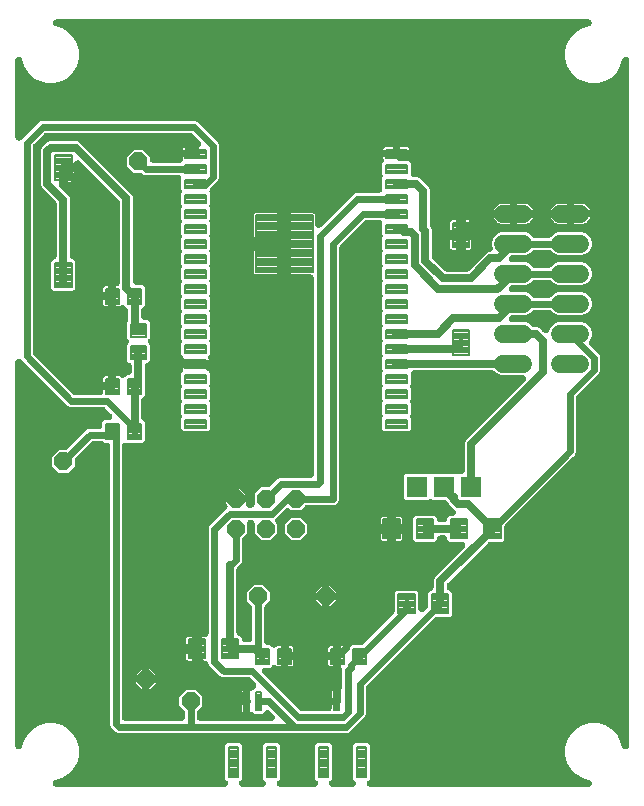
<source format=gbr>
G04 EAGLE Gerber RS-274X export*
G75*
%MOMM*%
%FSLAX34Y34*%
%LPD*%
%INTop Copper*%
%IPPOS*%
%AMOC8*
5,1,8,0,0,1.08239X$1,22.5*%
G01*
%ADD10C,0.195000*%
%ADD11C,0.208000*%
%ADD12C,0.198000*%
%ADD13C,0.200000*%
%ADD14R,1.778000X1.778000*%
%ADD15C,1.524000*%
%ADD16P,1.632244X8X202.500000*%
%ADD17P,1.649562X8X22.500000*%
%ADD18C,0.700000*%
%ADD19C,0.600000*%

G36*
X187352Y10165D02*
X187352Y10165D01*
X187399Y10162D01*
X187596Y10185D01*
X187793Y10201D01*
X187838Y10212D01*
X187885Y10217D01*
X188076Y10271D01*
X188267Y10319D01*
X188311Y10338D01*
X188356Y10351D01*
X188536Y10435D01*
X188717Y10514D01*
X188756Y10539D01*
X188799Y10559D01*
X188962Y10672D01*
X189128Y10779D01*
X189163Y10810D01*
X189202Y10837D01*
X189345Y10975D01*
X189491Y11107D01*
X189520Y11144D01*
X189555Y11177D01*
X189673Y11335D01*
X189796Y11490D01*
X189819Y11531D01*
X189847Y11569D01*
X189938Y11744D01*
X190034Y11917D01*
X190050Y11962D01*
X190072Y12004D01*
X190133Y12192D01*
X190200Y12378D01*
X190209Y12424D01*
X190223Y12469D01*
X190253Y12664D01*
X190289Y12859D01*
X190290Y12906D01*
X190297Y12953D01*
X190294Y13151D01*
X190298Y13348D01*
X190291Y13395D01*
X190291Y13442D01*
X190256Y13637D01*
X190228Y13833D01*
X190213Y13878D01*
X190205Y13924D01*
X190139Y14111D01*
X190079Y14299D01*
X190058Y14341D01*
X190042Y14386D01*
X189947Y14559D01*
X189857Y14735D01*
X189829Y14773D01*
X189806Y14815D01*
X189728Y14910D01*
X189567Y15129D01*
X189480Y15214D01*
X189426Y15281D01*
X187899Y16807D01*
X187899Y45293D01*
X189657Y47051D01*
X200143Y47051D01*
X201901Y45293D01*
X201901Y16807D01*
X200374Y15281D01*
X200344Y15245D01*
X200309Y15213D01*
X200186Y15059D01*
X200058Y14908D01*
X200033Y14867D01*
X200004Y14830D01*
X199908Y14657D01*
X199806Y14488D01*
X199789Y14444D01*
X199766Y14403D01*
X199698Y14216D01*
X199626Y14033D01*
X199616Y13987D01*
X199600Y13942D01*
X199564Y13748D01*
X199522Y13555D01*
X199520Y13507D01*
X199511Y13461D01*
X199507Y13264D01*
X199497Y13066D01*
X199503Y13019D01*
X199502Y12972D01*
X199530Y12776D01*
X199553Y12579D01*
X199566Y12534D01*
X199572Y12487D01*
X199632Y12299D01*
X199686Y12109D01*
X199706Y12066D01*
X199721Y12021D01*
X199811Y11844D01*
X199895Y11666D01*
X199921Y11627D01*
X199943Y11585D01*
X200060Y11425D01*
X200172Y11263D01*
X200205Y11229D01*
X200233Y11191D01*
X200375Y11053D01*
X200512Y10910D01*
X200550Y10882D01*
X200584Y10849D01*
X200746Y10736D01*
X200904Y10618D01*
X200946Y10596D01*
X200985Y10569D01*
X201163Y10483D01*
X201339Y10393D01*
X201384Y10378D01*
X201426Y10358D01*
X201616Y10303D01*
X201804Y10241D01*
X201851Y10234D01*
X201896Y10221D01*
X202019Y10209D01*
X202288Y10168D01*
X202409Y10169D01*
X202495Y10161D01*
X219305Y10161D01*
X219352Y10165D01*
X219399Y10162D01*
X219596Y10185D01*
X219793Y10201D01*
X219838Y10212D01*
X219885Y10217D01*
X220076Y10271D01*
X220267Y10319D01*
X220311Y10338D01*
X220356Y10351D01*
X220536Y10435D01*
X220717Y10514D01*
X220756Y10539D01*
X220799Y10559D01*
X220962Y10672D01*
X221128Y10779D01*
X221163Y10810D01*
X221202Y10837D01*
X221345Y10975D01*
X221491Y11107D01*
X221520Y11144D01*
X221555Y11177D01*
X221673Y11335D01*
X221796Y11490D01*
X221819Y11531D01*
X221847Y11569D01*
X221938Y11744D01*
X222034Y11917D01*
X222050Y11962D01*
X222072Y12004D01*
X222133Y12192D01*
X222200Y12378D01*
X222209Y12424D01*
X222223Y12469D01*
X222253Y12664D01*
X222289Y12859D01*
X222290Y12906D01*
X222297Y12953D01*
X222294Y13151D01*
X222298Y13348D01*
X222291Y13395D01*
X222291Y13442D01*
X222256Y13637D01*
X222228Y13833D01*
X222213Y13878D01*
X222205Y13924D01*
X222139Y14111D01*
X222079Y14299D01*
X222058Y14341D01*
X222042Y14386D01*
X221947Y14559D01*
X221857Y14735D01*
X221829Y14773D01*
X221806Y14815D01*
X221728Y14910D01*
X221567Y15129D01*
X221480Y15214D01*
X221426Y15281D01*
X219899Y16807D01*
X219899Y45293D01*
X221657Y47051D01*
X232143Y47051D01*
X233901Y45293D01*
X233901Y16807D01*
X232374Y15281D01*
X232344Y15245D01*
X232309Y15213D01*
X232186Y15059D01*
X232058Y14908D01*
X232033Y14867D01*
X232004Y14830D01*
X231908Y14657D01*
X231806Y14488D01*
X231789Y14444D01*
X231766Y14403D01*
X231698Y14216D01*
X231626Y14033D01*
X231616Y13987D01*
X231600Y13942D01*
X231564Y13748D01*
X231522Y13555D01*
X231520Y13507D01*
X231511Y13461D01*
X231507Y13264D01*
X231497Y13066D01*
X231503Y13019D01*
X231502Y12972D01*
X231530Y12776D01*
X231553Y12579D01*
X231566Y12534D01*
X231572Y12487D01*
X231632Y12299D01*
X231686Y12109D01*
X231706Y12066D01*
X231721Y12021D01*
X231811Y11844D01*
X231895Y11666D01*
X231921Y11627D01*
X231943Y11585D01*
X232060Y11425D01*
X232172Y11263D01*
X232205Y11229D01*
X232233Y11191D01*
X232375Y11053D01*
X232512Y10910D01*
X232550Y10882D01*
X232584Y10849D01*
X232746Y10736D01*
X232904Y10618D01*
X232946Y10596D01*
X232985Y10569D01*
X233163Y10483D01*
X233339Y10393D01*
X233384Y10378D01*
X233426Y10358D01*
X233616Y10303D01*
X233804Y10241D01*
X233851Y10234D01*
X233896Y10221D01*
X234019Y10209D01*
X234288Y10168D01*
X234409Y10169D01*
X234495Y10161D01*
X263505Y10161D01*
X263552Y10165D01*
X263599Y10162D01*
X263796Y10185D01*
X263993Y10201D01*
X264038Y10212D01*
X264085Y10217D01*
X264276Y10271D01*
X264467Y10319D01*
X264511Y10338D01*
X264556Y10351D01*
X264736Y10435D01*
X264917Y10514D01*
X264956Y10539D01*
X264999Y10559D01*
X265162Y10672D01*
X265328Y10779D01*
X265363Y10810D01*
X265402Y10837D01*
X265545Y10975D01*
X265691Y11107D01*
X265720Y11144D01*
X265755Y11177D01*
X265873Y11335D01*
X265996Y11490D01*
X266019Y11531D01*
X266047Y11569D01*
X266138Y11744D01*
X266234Y11917D01*
X266250Y11962D01*
X266272Y12004D01*
X266333Y12192D01*
X266400Y12378D01*
X266409Y12424D01*
X266423Y12469D01*
X266453Y12664D01*
X266489Y12859D01*
X266490Y12906D01*
X266497Y12953D01*
X266494Y13151D01*
X266498Y13348D01*
X266491Y13395D01*
X266491Y13442D01*
X266456Y13637D01*
X266428Y13833D01*
X266413Y13878D01*
X266405Y13924D01*
X266339Y14111D01*
X266279Y14299D01*
X266258Y14341D01*
X266242Y14386D01*
X266147Y14559D01*
X266057Y14735D01*
X266029Y14773D01*
X266006Y14815D01*
X265928Y14910D01*
X265767Y15129D01*
X265680Y15214D01*
X265626Y15281D01*
X264099Y16807D01*
X264099Y45293D01*
X265857Y47051D01*
X276343Y47051D01*
X278101Y45293D01*
X278101Y16807D01*
X276574Y15281D01*
X276544Y15245D01*
X276509Y15213D01*
X276386Y15059D01*
X276258Y14908D01*
X276233Y14867D01*
X276204Y14830D01*
X276108Y14657D01*
X276006Y14488D01*
X275989Y14444D01*
X275966Y14403D01*
X275898Y14216D01*
X275826Y14033D01*
X275816Y13987D01*
X275800Y13942D01*
X275764Y13748D01*
X275722Y13555D01*
X275720Y13507D01*
X275711Y13461D01*
X275707Y13264D01*
X275697Y13066D01*
X275703Y13019D01*
X275702Y12972D01*
X275730Y12776D01*
X275753Y12579D01*
X275766Y12534D01*
X275772Y12487D01*
X275832Y12299D01*
X275886Y12109D01*
X275906Y12066D01*
X275921Y12021D01*
X276011Y11844D01*
X276095Y11666D01*
X276121Y11627D01*
X276143Y11585D01*
X276260Y11425D01*
X276372Y11263D01*
X276405Y11229D01*
X276433Y11191D01*
X276575Y11053D01*
X276712Y10910D01*
X276750Y10882D01*
X276784Y10849D01*
X276946Y10736D01*
X277104Y10618D01*
X277146Y10596D01*
X277185Y10569D01*
X277363Y10483D01*
X277539Y10393D01*
X277584Y10378D01*
X277626Y10358D01*
X277816Y10303D01*
X278004Y10241D01*
X278051Y10234D01*
X278096Y10221D01*
X278219Y10209D01*
X278488Y10168D01*
X278609Y10169D01*
X278695Y10161D01*
X295505Y10161D01*
X295552Y10165D01*
X295599Y10162D01*
X295796Y10185D01*
X295993Y10201D01*
X296038Y10212D01*
X296085Y10217D01*
X296276Y10271D01*
X296467Y10319D01*
X296511Y10338D01*
X296556Y10351D01*
X296736Y10435D01*
X296917Y10514D01*
X296956Y10539D01*
X296999Y10559D01*
X297162Y10672D01*
X297328Y10779D01*
X297363Y10810D01*
X297402Y10837D01*
X297545Y10975D01*
X297691Y11107D01*
X297720Y11144D01*
X297755Y11177D01*
X297873Y11335D01*
X297996Y11490D01*
X298019Y11531D01*
X298047Y11569D01*
X298138Y11744D01*
X298234Y11917D01*
X298250Y11962D01*
X298272Y12004D01*
X298333Y12192D01*
X298400Y12378D01*
X298409Y12424D01*
X298423Y12469D01*
X298453Y12664D01*
X298489Y12859D01*
X298490Y12906D01*
X298497Y12953D01*
X298494Y13151D01*
X298498Y13348D01*
X298491Y13395D01*
X298491Y13442D01*
X298456Y13637D01*
X298428Y13833D01*
X298413Y13878D01*
X298405Y13924D01*
X298339Y14111D01*
X298279Y14299D01*
X298258Y14341D01*
X298242Y14386D01*
X298147Y14559D01*
X298057Y14735D01*
X298029Y14773D01*
X298006Y14815D01*
X297928Y14910D01*
X297767Y15129D01*
X297680Y15214D01*
X297626Y15281D01*
X296099Y16807D01*
X296099Y45293D01*
X297857Y47051D01*
X308343Y47051D01*
X310101Y45293D01*
X310101Y16807D01*
X308574Y15281D01*
X308544Y15245D01*
X308509Y15213D01*
X308386Y15059D01*
X308258Y14908D01*
X308233Y14867D01*
X308204Y14830D01*
X308108Y14657D01*
X308006Y14488D01*
X307989Y14444D01*
X307966Y14403D01*
X307898Y14216D01*
X307826Y14033D01*
X307816Y13987D01*
X307800Y13942D01*
X307764Y13748D01*
X307722Y13555D01*
X307720Y13507D01*
X307711Y13461D01*
X307707Y13264D01*
X307697Y13066D01*
X307703Y13019D01*
X307702Y12972D01*
X307730Y12776D01*
X307753Y12579D01*
X307766Y12534D01*
X307772Y12487D01*
X307832Y12299D01*
X307886Y12109D01*
X307906Y12066D01*
X307921Y12021D01*
X308011Y11844D01*
X308095Y11666D01*
X308121Y11627D01*
X308143Y11585D01*
X308260Y11425D01*
X308372Y11263D01*
X308405Y11229D01*
X308433Y11191D01*
X308575Y11053D01*
X308712Y10910D01*
X308750Y10882D01*
X308784Y10849D01*
X308946Y10736D01*
X309104Y10618D01*
X309146Y10596D01*
X309185Y10569D01*
X309363Y10483D01*
X309539Y10393D01*
X309584Y10378D01*
X309626Y10358D01*
X309816Y10303D01*
X310004Y10241D01*
X310051Y10234D01*
X310096Y10221D01*
X310219Y10209D01*
X310488Y10168D01*
X310609Y10169D01*
X310695Y10161D01*
X495230Y10161D01*
X495327Y10169D01*
X495425Y10167D01*
X495571Y10189D01*
X495718Y10201D01*
X495813Y10224D01*
X495909Y10239D01*
X496050Y10284D01*
X496193Y10319D01*
X496282Y10358D01*
X496375Y10388D01*
X496507Y10455D01*
X496642Y10514D01*
X496724Y10567D01*
X496811Y10611D01*
X496930Y10699D01*
X497054Y10779D01*
X497126Y10844D01*
X497204Y10902D01*
X497307Y11008D01*
X497417Y11107D01*
X497477Y11183D01*
X497545Y11253D01*
X497630Y11374D01*
X497721Y11490D01*
X497769Y11575D01*
X497825Y11655D01*
X497888Y11788D01*
X497960Y11917D01*
X497993Y12009D01*
X498035Y12097D01*
X498076Y12239D01*
X498126Y12378D01*
X498143Y12474D01*
X498170Y12567D01*
X498188Y12714D01*
X498214Y12859D01*
X498216Y12957D01*
X498228Y13053D01*
X498221Y13201D01*
X498224Y13348D01*
X498210Y13445D01*
X498205Y13542D01*
X498174Y13687D01*
X498153Y13833D01*
X498124Y13926D01*
X498103Y14021D01*
X498049Y14159D01*
X498005Y14299D01*
X497961Y14386D01*
X497925Y14477D01*
X497850Y14604D01*
X497783Y14735D01*
X497725Y14814D01*
X497675Y14897D01*
X497580Y15010D01*
X497492Y15129D01*
X497423Y15197D01*
X497360Y15272D01*
X497248Y15368D01*
X497142Y15471D01*
X497062Y15527D01*
X496988Y15590D01*
X496862Y15667D01*
X496741Y15751D01*
X496653Y15793D01*
X496569Y15844D01*
X496462Y15884D01*
X496299Y15962D01*
X496116Y16015D01*
X496007Y16057D01*
X490674Y17486D01*
X485165Y20667D01*
X480667Y25165D01*
X477486Y30674D01*
X475839Y36819D01*
X475839Y43181D01*
X477486Y49326D01*
X480667Y54835D01*
X485165Y59333D01*
X490674Y62514D01*
X496819Y64161D01*
X503181Y64161D01*
X509326Y62514D01*
X514835Y59333D01*
X519333Y54835D01*
X522514Y49326D01*
X523943Y43993D01*
X523976Y43902D01*
X523999Y43807D01*
X524058Y43672D01*
X524108Y43533D01*
X524155Y43447D01*
X524194Y43358D01*
X524274Y43234D01*
X524345Y43105D01*
X524406Y43028D01*
X524459Y42946D01*
X524557Y42837D01*
X524649Y42721D01*
X524722Y42655D01*
X524787Y42583D01*
X524902Y42492D01*
X525012Y42392D01*
X525094Y42339D01*
X525170Y42279D01*
X525299Y42207D01*
X525423Y42126D01*
X525512Y42088D01*
X525597Y42040D01*
X525736Y41990D01*
X525872Y41931D01*
X525966Y41907D01*
X526058Y41874D01*
X526203Y41847D01*
X526346Y41811D01*
X526443Y41803D01*
X526539Y41786D01*
X526687Y41783D01*
X526834Y41770D01*
X526931Y41778D01*
X527028Y41776D01*
X527175Y41798D01*
X527322Y41809D01*
X527416Y41833D01*
X527513Y41847D01*
X527654Y41892D01*
X527797Y41927D01*
X527886Y41966D01*
X527979Y41995D01*
X528111Y42062D01*
X528246Y42121D01*
X528328Y42173D01*
X528415Y42217D01*
X528534Y42305D01*
X528658Y42385D01*
X528731Y42450D01*
X528809Y42508D01*
X528912Y42613D01*
X529022Y42712D01*
X529083Y42788D01*
X529151Y42858D01*
X529236Y42979D01*
X529328Y43094D01*
X529375Y43179D01*
X529431Y43259D01*
X529495Y43393D01*
X529567Y43521D01*
X529600Y43613D01*
X529642Y43701D01*
X529684Y43843D01*
X529734Y43981D01*
X529752Y44077D01*
X529779Y44171D01*
X529790Y44285D01*
X529823Y44463D01*
X529827Y44653D01*
X529839Y44770D01*
X529839Y625230D01*
X529831Y625327D01*
X529833Y625425D01*
X529811Y625571D01*
X529799Y625718D01*
X529776Y625813D01*
X529761Y625909D01*
X529716Y626050D01*
X529681Y626193D01*
X529642Y626282D01*
X529612Y626375D01*
X529545Y626507D01*
X529486Y626642D01*
X529433Y626724D01*
X529389Y626811D01*
X529301Y626930D01*
X529221Y627054D01*
X529156Y627126D01*
X529098Y627204D01*
X528992Y627307D01*
X528893Y627417D01*
X528817Y627477D01*
X528747Y627545D01*
X528626Y627630D01*
X528510Y627721D01*
X528425Y627769D01*
X528345Y627825D01*
X528212Y627888D01*
X528083Y627960D01*
X527991Y627993D01*
X527903Y628035D01*
X527761Y628076D01*
X527622Y628126D01*
X527526Y628143D01*
X527433Y628170D01*
X527286Y628188D01*
X527141Y628214D01*
X527043Y628216D01*
X526947Y628228D01*
X526799Y628221D01*
X526652Y628224D01*
X526555Y628210D01*
X526458Y628205D01*
X526313Y628174D01*
X526167Y628153D01*
X526074Y628124D01*
X525979Y628103D01*
X525841Y628049D01*
X525701Y628005D01*
X525614Y627961D01*
X525523Y627925D01*
X525396Y627850D01*
X525265Y627783D01*
X525186Y627725D01*
X525103Y627675D01*
X524990Y627580D01*
X524871Y627492D01*
X524803Y627423D01*
X524728Y627360D01*
X524632Y627248D01*
X524529Y627142D01*
X524473Y627062D01*
X524410Y626988D01*
X524333Y626862D01*
X524249Y626741D01*
X524207Y626653D01*
X524156Y626569D01*
X524116Y626462D01*
X524038Y626299D01*
X523985Y626116D01*
X523943Y626007D01*
X523081Y622790D01*
X522514Y620674D01*
X519333Y615165D01*
X514835Y610667D01*
X509326Y607486D01*
X503181Y605839D01*
X496819Y605839D01*
X490674Y607486D01*
X485165Y610667D01*
X480667Y615165D01*
X477486Y620674D01*
X475839Y626819D01*
X475839Y633181D01*
X476654Y636221D01*
X476654Y636222D01*
X477486Y639326D01*
X480667Y644835D01*
X485165Y649333D01*
X490674Y652514D01*
X496007Y653943D01*
X496098Y653976D01*
X496193Y653999D01*
X496329Y654058D01*
X496467Y654108D01*
X496553Y654155D01*
X496642Y654194D01*
X496766Y654274D01*
X496895Y654345D01*
X496972Y654406D01*
X497054Y654459D01*
X497163Y654557D01*
X497279Y654649D01*
X497345Y654722D01*
X497417Y654787D01*
X497508Y654902D01*
X497608Y655012D01*
X497661Y655094D01*
X497721Y655170D01*
X497793Y655299D01*
X497874Y655423D01*
X497912Y655512D01*
X497960Y655597D01*
X498010Y655736D01*
X498069Y655872D01*
X498093Y655966D01*
X498126Y656058D01*
X498153Y656203D01*
X498189Y656346D01*
X498197Y656443D01*
X498214Y656539D01*
X498217Y656687D01*
X498230Y656834D01*
X498222Y656931D01*
X498224Y657028D01*
X498202Y657175D01*
X498191Y657322D01*
X498167Y657416D01*
X498153Y657513D01*
X498108Y657654D01*
X498073Y657797D01*
X498034Y657886D01*
X498005Y657979D01*
X497938Y658111D01*
X497879Y658246D01*
X497827Y658328D01*
X497783Y658415D01*
X497695Y658534D01*
X497615Y658658D01*
X497550Y658731D01*
X497492Y658809D01*
X497387Y658912D01*
X497288Y659022D01*
X497212Y659083D01*
X497142Y659151D01*
X497021Y659236D01*
X496906Y659328D01*
X496821Y659375D01*
X496741Y659431D01*
X496607Y659495D01*
X496479Y659567D01*
X496387Y659600D01*
X496299Y659642D01*
X496157Y659684D01*
X496019Y659734D01*
X495923Y659752D01*
X495829Y659779D01*
X495715Y659790D01*
X495537Y659823D01*
X495347Y659827D01*
X495230Y659839D01*
X44770Y659839D01*
X44673Y659831D01*
X44575Y659833D01*
X44429Y659811D01*
X44282Y659799D01*
X44187Y659776D01*
X44091Y659761D01*
X43950Y659716D01*
X43807Y659681D01*
X43718Y659642D01*
X43625Y659612D01*
X43493Y659545D01*
X43358Y659486D01*
X43276Y659433D01*
X43189Y659389D01*
X43070Y659301D01*
X42946Y659221D01*
X42874Y659156D01*
X42796Y659098D01*
X42693Y658992D01*
X42583Y658893D01*
X42523Y658817D01*
X42455Y658747D01*
X42370Y658626D01*
X42279Y658510D01*
X42231Y658425D01*
X42175Y658345D01*
X42112Y658212D01*
X42040Y658083D01*
X42007Y657991D01*
X41965Y657903D01*
X41924Y657761D01*
X41874Y657622D01*
X41857Y657526D01*
X41830Y657433D01*
X41812Y657286D01*
X41786Y657141D01*
X41784Y657043D01*
X41772Y656947D01*
X41779Y656799D01*
X41776Y656652D01*
X41790Y656555D01*
X41795Y656458D01*
X41826Y656313D01*
X41847Y656167D01*
X41876Y656074D01*
X41897Y655979D01*
X41951Y655841D01*
X41995Y655701D01*
X42039Y655614D01*
X42075Y655523D01*
X42150Y655396D01*
X42217Y655265D01*
X42275Y655186D01*
X42325Y655103D01*
X42420Y654990D01*
X42508Y654871D01*
X42577Y654803D01*
X42640Y654728D01*
X42752Y654632D01*
X42858Y654529D01*
X42938Y654473D01*
X43012Y654410D01*
X43138Y654333D01*
X43259Y654249D01*
X43347Y654207D01*
X43431Y654156D01*
X43538Y654116D01*
X43701Y654038D01*
X43884Y653985D01*
X43993Y653943D01*
X49326Y652514D01*
X54835Y649333D01*
X59333Y644835D01*
X62514Y639326D01*
X64161Y633181D01*
X64161Y626819D01*
X62514Y620674D01*
X59333Y615165D01*
X54835Y610667D01*
X49326Y607486D01*
X43181Y605839D01*
X36819Y605839D01*
X30674Y607486D01*
X25165Y610667D01*
X20667Y615165D01*
X17486Y620674D01*
X16057Y626007D01*
X16024Y626098D01*
X16001Y626193D01*
X15942Y626328D01*
X15892Y626467D01*
X15845Y626553D01*
X15806Y626642D01*
X15726Y626766D01*
X15655Y626895D01*
X15594Y626972D01*
X15541Y627054D01*
X15443Y627163D01*
X15351Y627279D01*
X15278Y627345D01*
X15213Y627417D01*
X15098Y627508D01*
X14988Y627608D01*
X14906Y627661D01*
X14830Y627721D01*
X14701Y627793D01*
X14577Y627874D01*
X14488Y627912D01*
X14403Y627960D01*
X14264Y628010D01*
X14128Y628069D01*
X14034Y628093D01*
X13942Y628126D01*
X13797Y628153D01*
X13654Y628189D01*
X13557Y628197D01*
X13461Y628214D01*
X13313Y628217D01*
X13166Y628230D01*
X13069Y628222D01*
X12972Y628224D01*
X12825Y628202D01*
X12678Y628191D01*
X12584Y628167D01*
X12487Y628153D01*
X12346Y628108D01*
X12203Y628073D01*
X12114Y628034D01*
X12021Y628005D01*
X11889Y627938D01*
X11754Y627879D01*
X11672Y627827D01*
X11585Y627783D01*
X11466Y627695D01*
X11342Y627615D01*
X11269Y627550D01*
X11191Y627492D01*
X11088Y627387D01*
X10978Y627288D01*
X10917Y627212D01*
X10849Y627142D01*
X10764Y627021D01*
X10672Y626906D01*
X10625Y626821D01*
X10569Y626741D01*
X10505Y626607D01*
X10433Y626479D01*
X10400Y626387D01*
X10358Y626299D01*
X10316Y626157D01*
X10266Y626019D01*
X10248Y625923D01*
X10221Y625829D01*
X10210Y625715D01*
X10177Y625537D01*
X10173Y625347D01*
X10161Y625230D01*
X10161Y560283D01*
X10165Y560237D01*
X10162Y560189D01*
X10185Y559992D01*
X10201Y559796D01*
X10212Y559750D01*
X10217Y559703D01*
X10271Y559513D01*
X10319Y559321D01*
X10338Y559278D01*
X10351Y559232D01*
X10435Y559053D01*
X10514Y558872D01*
X10539Y558832D01*
X10559Y558789D01*
X10672Y558626D01*
X10779Y558460D01*
X10810Y558425D01*
X10837Y558386D01*
X10974Y558244D01*
X11107Y558097D01*
X11144Y558068D01*
X11177Y558034D01*
X11335Y557916D01*
X11490Y557792D01*
X11531Y557769D01*
X11569Y557741D01*
X11744Y557650D01*
X11917Y557554D01*
X11962Y557538D01*
X12004Y557516D01*
X12192Y557455D01*
X12378Y557388D01*
X12424Y557379D01*
X12469Y557365D01*
X12664Y557335D01*
X12859Y557299D01*
X12906Y557298D01*
X12953Y557291D01*
X13151Y557294D01*
X13348Y557290D01*
X13395Y557297D01*
X13442Y557298D01*
X13637Y557332D01*
X13833Y557361D01*
X13878Y557375D01*
X13924Y557383D01*
X14111Y557449D01*
X14299Y557509D01*
X14341Y557530D01*
X14386Y557546D01*
X14559Y557641D01*
X14735Y557731D01*
X14773Y557759D01*
X14815Y557782D01*
X14910Y557860D01*
X15129Y558021D01*
X15214Y558108D01*
X15281Y558163D01*
X30350Y573232D01*
X32206Y574001D01*
X162646Y574001D01*
X164503Y573232D01*
X182132Y555603D01*
X182901Y553746D01*
X182901Y525854D01*
X182132Y523997D01*
X175729Y517595D01*
X175638Y517487D01*
X175539Y517386D01*
X175479Y517300D01*
X175413Y517221D01*
X175340Y517100D01*
X175259Y516984D01*
X175214Y516891D01*
X175161Y516802D01*
X175109Y516670D01*
X175048Y516543D01*
X175019Y516443D01*
X174981Y516347D01*
X174951Y516208D01*
X174911Y516073D01*
X174902Y515987D01*
X174877Y515868D01*
X174875Y515843D01*
X174865Y515822D01*
X174787Y515693D01*
X174752Y515605D01*
X174709Y515521D01*
X174662Y515377D01*
X174607Y515238D01*
X174587Y515145D01*
X174558Y515055D01*
X174535Y514906D01*
X174503Y514759D01*
X174499Y514665D01*
X174484Y514572D01*
X174486Y514421D01*
X174479Y514271D01*
X174489Y514176D01*
X174491Y514082D01*
X174517Y513934D01*
X174534Y513784D01*
X174560Y513693D01*
X174576Y513600D01*
X174626Y513458D01*
X174667Y513313D01*
X174708Y513228D01*
X174739Y513139D01*
X174801Y513027D01*
X174801Y503109D01*
X174752Y503028D01*
X174717Y502940D01*
X174674Y502856D01*
X174627Y502713D01*
X174572Y502573D01*
X174552Y502481D01*
X174523Y502391D01*
X174500Y502242D01*
X174468Y502095D01*
X174463Y502000D01*
X174449Y501907D01*
X174451Y501756D01*
X174443Y501606D01*
X174454Y501512D01*
X174455Y501418D01*
X174482Y501269D01*
X174499Y501120D01*
X174524Y501029D01*
X174541Y500936D01*
X174591Y500794D01*
X174632Y500649D01*
X174672Y500563D01*
X174704Y500474D01*
X174776Y500342D01*
X174801Y500290D01*
X174801Y490409D01*
X174752Y490328D01*
X174717Y490240D01*
X174674Y490156D01*
X174627Y490013D01*
X174572Y489873D01*
X174552Y489781D01*
X174523Y489691D01*
X174500Y489542D01*
X174468Y489395D01*
X174463Y489300D01*
X174449Y489207D01*
X174451Y489056D01*
X174443Y488906D01*
X174454Y488812D01*
X174455Y488718D01*
X174482Y488569D01*
X174499Y488420D01*
X174524Y488329D01*
X174541Y488236D01*
X174591Y488094D01*
X174632Y487949D01*
X174672Y487863D01*
X174704Y487774D01*
X174776Y487642D01*
X174801Y487590D01*
X174801Y477709D01*
X174752Y477628D01*
X174717Y477540D01*
X174674Y477456D01*
X174627Y477313D01*
X174572Y477173D01*
X174552Y477081D01*
X174523Y476991D01*
X174500Y476842D01*
X174468Y476695D01*
X174463Y476600D01*
X174449Y476507D01*
X174451Y476356D01*
X174443Y476206D01*
X174454Y476112D01*
X174455Y476018D01*
X174482Y475869D01*
X174499Y475720D01*
X174524Y475629D01*
X174541Y475536D01*
X174591Y475394D01*
X174632Y475249D01*
X174672Y475163D01*
X174704Y475074D01*
X174776Y474942D01*
X174801Y474890D01*
X174801Y465009D01*
X174752Y464928D01*
X174717Y464840D01*
X174674Y464756D01*
X174627Y464613D01*
X174572Y464473D01*
X174552Y464381D01*
X174523Y464291D01*
X174500Y464142D01*
X174468Y463995D01*
X174463Y463900D01*
X174449Y463807D01*
X174451Y463656D01*
X174443Y463506D01*
X174454Y463412D01*
X174455Y463318D01*
X174482Y463169D01*
X174499Y463020D01*
X174524Y462929D01*
X174541Y462836D01*
X174591Y462694D01*
X174632Y462549D01*
X174672Y462463D01*
X174704Y462374D01*
X174776Y462242D01*
X174801Y462190D01*
X174801Y452309D01*
X174752Y452228D01*
X174717Y452140D01*
X174674Y452056D01*
X174627Y451913D01*
X174572Y451773D01*
X174552Y451681D01*
X174523Y451591D01*
X174500Y451442D01*
X174468Y451295D01*
X174463Y451200D01*
X174449Y451107D01*
X174451Y450956D01*
X174443Y450806D01*
X174454Y450712D01*
X174455Y450618D01*
X174482Y450469D01*
X174499Y450320D01*
X174524Y450229D01*
X174541Y450136D01*
X174591Y449994D01*
X174632Y449849D01*
X174672Y449763D01*
X174704Y449674D01*
X174776Y449542D01*
X174801Y449490D01*
X174801Y439609D01*
X174752Y439528D01*
X174717Y439440D01*
X174674Y439356D01*
X174627Y439213D01*
X174572Y439073D01*
X174552Y438981D01*
X174523Y438891D01*
X174500Y438742D01*
X174468Y438595D01*
X174463Y438500D01*
X174449Y438407D01*
X174451Y438256D01*
X174443Y438106D01*
X174454Y438012D01*
X174455Y437918D01*
X174482Y437769D01*
X174499Y437620D01*
X174524Y437529D01*
X174541Y437436D01*
X174591Y437294D01*
X174632Y437149D01*
X174672Y437063D01*
X174704Y436974D01*
X174776Y436842D01*
X174801Y436790D01*
X174801Y426909D01*
X174752Y426828D01*
X174717Y426740D01*
X174674Y426656D01*
X174627Y426513D01*
X174572Y426373D01*
X174552Y426281D01*
X174523Y426191D01*
X174500Y426042D01*
X174468Y425895D01*
X174463Y425800D01*
X174449Y425707D01*
X174451Y425556D01*
X174443Y425406D01*
X174454Y425312D01*
X174455Y425218D01*
X174482Y425069D01*
X174499Y424920D01*
X174524Y424829D01*
X174541Y424736D01*
X174591Y424594D01*
X174632Y424449D01*
X174672Y424363D01*
X174704Y424274D01*
X174776Y424142D01*
X174801Y424090D01*
X174801Y414209D01*
X174752Y414128D01*
X174717Y414040D01*
X174674Y413956D01*
X174627Y413813D01*
X174572Y413673D01*
X174552Y413581D01*
X174523Y413491D01*
X174500Y413342D01*
X174468Y413195D01*
X174463Y413100D01*
X174449Y413007D01*
X174451Y412856D01*
X174443Y412706D01*
X174454Y412612D01*
X174455Y412518D01*
X174482Y412369D01*
X174499Y412220D01*
X174524Y412129D01*
X174541Y412036D01*
X174591Y411894D01*
X174632Y411749D01*
X174672Y411663D01*
X174704Y411574D01*
X174776Y411442D01*
X174801Y411390D01*
X174801Y401509D01*
X174752Y401428D01*
X174717Y401340D01*
X174674Y401256D01*
X174627Y401113D01*
X174572Y400973D01*
X174552Y400881D01*
X174523Y400791D01*
X174500Y400642D01*
X174468Y400495D01*
X174463Y400400D01*
X174449Y400307D01*
X174451Y400156D01*
X174443Y400006D01*
X174454Y399912D01*
X174455Y399818D01*
X174482Y399669D01*
X174499Y399520D01*
X174524Y399429D01*
X174541Y399336D01*
X174591Y399194D01*
X174632Y399049D01*
X174672Y398963D01*
X174704Y398874D01*
X174776Y398742D01*
X174801Y398690D01*
X174801Y388809D01*
X174752Y388728D01*
X174717Y388640D01*
X174674Y388556D01*
X174627Y388413D01*
X174572Y388273D01*
X174552Y388181D01*
X174523Y388091D01*
X174500Y387942D01*
X174468Y387795D01*
X174463Y387700D01*
X174449Y387607D01*
X174451Y387456D01*
X174443Y387306D01*
X174454Y387212D01*
X174455Y387118D01*
X174482Y386969D01*
X174499Y386820D01*
X174524Y386729D01*
X174541Y386636D01*
X174591Y386494D01*
X174632Y386349D01*
X174672Y386263D01*
X174704Y386174D01*
X174776Y386042D01*
X174801Y385990D01*
X174801Y376301D01*
X174353Y375854D01*
X174325Y375820D01*
X174292Y375791D01*
X174166Y375633D01*
X174037Y375481D01*
X174014Y375443D01*
X173986Y375408D01*
X173888Y375233D01*
X173785Y375061D01*
X173769Y375020D01*
X173747Y374981D01*
X173679Y374793D01*
X173605Y374606D01*
X173595Y374563D01*
X173580Y374521D01*
X173544Y374324D01*
X173501Y374128D01*
X173499Y374083D01*
X173491Y374040D01*
X173486Y373840D01*
X173476Y373639D01*
X173481Y373595D01*
X173480Y373551D01*
X173500Y373430D01*
X173532Y373152D01*
X173564Y373040D01*
X173577Y372957D01*
X173801Y372122D01*
X173801Y371349D01*
X162800Y371349D01*
X151799Y371349D01*
X151799Y372122D01*
X152023Y372957D01*
X152031Y373000D01*
X152044Y373042D01*
X152075Y373241D01*
X152111Y373438D01*
X152111Y373482D01*
X152118Y373526D01*
X152115Y373727D01*
X152119Y373928D01*
X152112Y373971D01*
X152112Y374015D01*
X152077Y374213D01*
X152047Y374412D01*
X152034Y374454D01*
X152026Y374497D01*
X151959Y374687D01*
X151898Y374878D01*
X151878Y374917D01*
X151863Y374959D01*
X151766Y375135D01*
X151675Y375314D01*
X151649Y375349D01*
X151627Y375388D01*
X151550Y375482D01*
X151384Y375707D01*
X151300Y375789D01*
X151247Y375854D01*
X150799Y376301D01*
X150799Y385991D01*
X150848Y386072D01*
X150883Y386160D01*
X150926Y386244D01*
X150973Y386387D01*
X151028Y386527D01*
X151048Y386619D01*
X151078Y386709D01*
X151100Y386858D01*
X151132Y387005D01*
X151137Y387100D01*
X151151Y387193D01*
X151149Y387343D01*
X151157Y387494D01*
X151146Y387588D01*
X151145Y387683D01*
X151118Y387831D01*
X151101Y387981D01*
X151076Y388071D01*
X151059Y388164D01*
X151009Y388306D01*
X150968Y388451D01*
X150928Y388537D01*
X150896Y388626D01*
X150824Y388758D01*
X150799Y388810D01*
X150799Y398691D01*
X150848Y398772D01*
X150883Y398860D01*
X150926Y398944D01*
X150973Y399087D01*
X151028Y399227D01*
X151048Y399319D01*
X151078Y399409D01*
X151100Y399558D01*
X151132Y399705D01*
X151137Y399800D01*
X151151Y399893D01*
X151149Y400043D01*
X151157Y400194D01*
X151146Y400288D01*
X151145Y400383D01*
X151118Y400531D01*
X151101Y400681D01*
X151076Y400771D01*
X151059Y400864D01*
X151009Y401006D01*
X150968Y401151D01*
X150928Y401237D01*
X150896Y401326D01*
X150824Y401458D01*
X150799Y401510D01*
X150799Y411391D01*
X150848Y411472D01*
X150883Y411560D01*
X150926Y411644D01*
X150973Y411787D01*
X151028Y411927D01*
X151048Y412019D01*
X151078Y412109D01*
X151100Y412258D01*
X151132Y412405D01*
X151137Y412500D01*
X151151Y412593D01*
X151149Y412743D01*
X151157Y412894D01*
X151146Y412988D01*
X151145Y413083D01*
X151118Y413231D01*
X151101Y413381D01*
X151076Y413471D01*
X151059Y413564D01*
X151009Y413706D01*
X150968Y413851D01*
X150928Y413937D01*
X150896Y414026D01*
X150824Y414158D01*
X150799Y414210D01*
X150799Y424091D01*
X150848Y424172D01*
X150883Y424260D01*
X150926Y424344D01*
X150973Y424487D01*
X151028Y424627D01*
X151048Y424719D01*
X151078Y424809D01*
X151100Y424958D01*
X151132Y425105D01*
X151137Y425200D01*
X151151Y425293D01*
X151149Y425443D01*
X151157Y425594D01*
X151146Y425688D01*
X151145Y425783D01*
X151118Y425931D01*
X151101Y426081D01*
X151076Y426171D01*
X151059Y426264D01*
X151009Y426406D01*
X150968Y426551D01*
X150928Y426637D01*
X150896Y426726D01*
X150824Y426858D01*
X150799Y426910D01*
X150799Y436791D01*
X150848Y436872D01*
X150883Y436960D01*
X150926Y437044D01*
X150973Y437187D01*
X151028Y437327D01*
X151048Y437419D01*
X151078Y437509D01*
X151100Y437658D01*
X151132Y437805D01*
X151137Y437900D01*
X151151Y437993D01*
X151149Y438143D01*
X151157Y438294D01*
X151146Y438388D01*
X151145Y438483D01*
X151118Y438631D01*
X151101Y438781D01*
X151076Y438871D01*
X151059Y438964D01*
X151009Y439106D01*
X150968Y439251D01*
X150928Y439337D01*
X150896Y439426D01*
X150824Y439558D01*
X150799Y439610D01*
X150799Y449491D01*
X150848Y449572D01*
X150883Y449660D01*
X150926Y449744D01*
X150973Y449887D01*
X151028Y450027D01*
X151048Y450119D01*
X151078Y450209D01*
X151100Y450358D01*
X151132Y450505D01*
X151137Y450600D01*
X151151Y450693D01*
X151149Y450843D01*
X151157Y450994D01*
X151146Y451088D01*
X151145Y451183D01*
X151118Y451331D01*
X151101Y451481D01*
X151076Y451571D01*
X151059Y451664D01*
X151009Y451806D01*
X150968Y451951D01*
X150928Y452037D01*
X150896Y452126D01*
X150824Y452258D01*
X150799Y452310D01*
X150799Y462191D01*
X150848Y462272D01*
X150883Y462360D01*
X150926Y462444D01*
X150973Y462587D01*
X151028Y462727D01*
X151048Y462819D01*
X151078Y462909D01*
X151100Y463058D01*
X151132Y463205D01*
X151137Y463300D01*
X151151Y463393D01*
X151149Y463543D01*
X151157Y463694D01*
X151146Y463788D01*
X151145Y463883D01*
X151118Y464031D01*
X151101Y464181D01*
X151076Y464271D01*
X151059Y464364D01*
X151009Y464506D01*
X150968Y464651D01*
X150928Y464737D01*
X150896Y464826D01*
X150824Y464958D01*
X150799Y465010D01*
X150799Y474891D01*
X150848Y474972D01*
X150883Y475060D01*
X150926Y475144D01*
X150973Y475287D01*
X151028Y475427D01*
X151048Y475519D01*
X151078Y475609D01*
X151100Y475758D01*
X151132Y475905D01*
X151137Y476000D01*
X151151Y476093D01*
X151149Y476243D01*
X151157Y476394D01*
X151146Y476488D01*
X151145Y476583D01*
X151118Y476731D01*
X151101Y476881D01*
X151076Y476971D01*
X151059Y477064D01*
X151009Y477206D01*
X150968Y477351D01*
X150928Y477437D01*
X150896Y477526D01*
X150824Y477658D01*
X150799Y477710D01*
X150799Y487591D01*
X150848Y487672D01*
X150883Y487760D01*
X150926Y487844D01*
X150973Y487987D01*
X151028Y488127D01*
X151048Y488219D01*
X151078Y488309D01*
X151100Y488458D01*
X151132Y488605D01*
X151137Y488700D01*
X151151Y488793D01*
X151149Y488943D01*
X151157Y489094D01*
X151146Y489188D01*
X151145Y489283D01*
X151118Y489431D01*
X151101Y489581D01*
X151076Y489671D01*
X151059Y489764D01*
X151009Y489906D01*
X150968Y490051D01*
X150928Y490137D01*
X150896Y490226D01*
X150824Y490358D01*
X150799Y490410D01*
X150799Y500291D01*
X150848Y500372D01*
X150883Y500460D01*
X150926Y500544D01*
X150973Y500687D01*
X151028Y500827D01*
X151048Y500919D01*
X151078Y501009D01*
X151100Y501158D01*
X151132Y501305D01*
X151137Y501400D01*
X151151Y501493D01*
X151149Y501643D01*
X151157Y501794D01*
X151146Y501888D01*
X151145Y501983D01*
X151118Y502131D01*
X151101Y502281D01*
X151076Y502371D01*
X151059Y502464D01*
X151009Y502606D01*
X150968Y502751D01*
X150928Y502837D01*
X150896Y502926D01*
X150824Y503058D01*
X150799Y503110D01*
X150799Y513014D01*
X150813Y513037D01*
X150847Y513124D01*
X150891Y513208D01*
X150938Y513352D01*
X150993Y513492D01*
X151013Y513584D01*
X151042Y513674D01*
X151065Y513823D01*
X151097Y513970D01*
X151101Y514064D01*
X151116Y514158D01*
X151114Y514308D01*
X151121Y514459D01*
X151111Y514553D01*
X151109Y514647D01*
X151083Y514795D01*
X151066Y514945D01*
X151040Y515036D01*
X151024Y515129D01*
X150974Y515271D01*
X150933Y515416D01*
X150892Y515501D01*
X150861Y515591D01*
X150788Y515723D01*
X150749Y515805D01*
X150749Y525450D01*
X150742Y525544D01*
X150743Y525638D01*
X150722Y525788D01*
X150709Y525938D01*
X150686Y526029D01*
X150673Y526123D01*
X150627Y526266D01*
X150591Y526413D01*
X150553Y526499D01*
X150525Y526589D01*
X150456Y526724D01*
X150396Y526862D01*
X150345Y526941D01*
X150302Y527025D01*
X150213Y527147D01*
X150131Y527273D01*
X150068Y527343D01*
X150012Y527419D01*
X149904Y527525D01*
X149803Y527636D01*
X149729Y527695D01*
X149662Y527761D01*
X149538Y527847D01*
X149420Y527941D01*
X149338Y527987D01*
X149260Y528041D01*
X149124Y528106D01*
X148993Y528180D01*
X148904Y528212D01*
X148819Y528252D01*
X148674Y528294D01*
X148532Y528345D01*
X148439Y528363D01*
X148349Y528389D01*
X148234Y528400D01*
X148051Y528434D01*
X147865Y528438D01*
X147750Y528449D01*
X119605Y528449D01*
X117767Y529211D01*
X117727Y529251D01*
X117619Y529342D01*
X117518Y529441D01*
X117433Y529501D01*
X117354Y529567D01*
X117233Y529640D01*
X117117Y529721D01*
X117023Y529766D01*
X116934Y529819D01*
X116803Y529871D01*
X116675Y529932D01*
X116576Y529961D01*
X116479Y529999D01*
X116341Y530029D01*
X116205Y530069D01*
X116119Y530078D01*
X116001Y530103D01*
X115729Y530117D01*
X115606Y530129D01*
X110315Y530129D01*
X104679Y535765D01*
X104679Y543735D01*
X110315Y549371D01*
X118285Y549371D01*
X123921Y543735D01*
X123921Y541450D01*
X123928Y541356D01*
X123927Y541262D01*
X123948Y541112D01*
X123961Y540962D01*
X123984Y540871D01*
X123997Y540777D01*
X124043Y540634D01*
X124079Y540487D01*
X124117Y540401D01*
X124145Y540311D01*
X124214Y540176D01*
X124274Y540038D01*
X124325Y539959D01*
X124368Y539875D01*
X124457Y539753D01*
X124539Y539627D01*
X124602Y539557D01*
X124658Y539481D01*
X124766Y539375D01*
X124867Y539264D01*
X124941Y539205D01*
X125008Y539139D01*
X125132Y539053D01*
X125250Y538959D01*
X125332Y538913D01*
X125410Y538859D01*
X125546Y538794D01*
X125677Y538720D01*
X125766Y538688D01*
X125851Y538648D01*
X125996Y538606D01*
X126138Y538555D01*
X126231Y538537D01*
X126321Y538511D01*
X126436Y538500D01*
X126619Y538466D01*
X126805Y538462D01*
X126920Y538451D01*
X148943Y538451D01*
X149181Y538470D01*
X149425Y538490D01*
X149428Y538490D01*
X149431Y538491D01*
X149664Y538549D01*
X149900Y538607D01*
X149902Y538609D01*
X149905Y538609D01*
X150129Y538706D01*
X150349Y538801D01*
X150352Y538803D01*
X150355Y538804D01*
X150559Y538935D01*
X150761Y539065D01*
X150764Y539067D01*
X150766Y539069D01*
X150943Y539229D01*
X151125Y539392D01*
X151127Y539395D01*
X151129Y539397D01*
X151277Y539583D01*
X151431Y539775D01*
X151432Y539777D01*
X151434Y539780D01*
X151552Y539991D01*
X151670Y540202D01*
X151671Y540204D01*
X151673Y540207D01*
X151752Y540427D01*
X151837Y540662D01*
X151837Y540665D01*
X151838Y540668D01*
X151882Y540907D01*
X151926Y541143D01*
X151926Y541146D01*
X151927Y541149D01*
X151931Y541381D01*
X151937Y541632D01*
X151936Y541635D01*
X151936Y541638D01*
X151866Y542123D01*
X151847Y542180D01*
X151840Y542226D01*
X151799Y542378D01*
X151799Y543151D01*
X162800Y543151D01*
X162894Y543158D01*
X162988Y543157D01*
X163137Y543178D01*
X163287Y543191D01*
X163379Y543213D01*
X163472Y543227D01*
X163616Y543273D01*
X163762Y543309D01*
X163849Y543347D01*
X163939Y543375D01*
X164073Y543444D01*
X164211Y543504D01*
X164291Y543555D01*
X164375Y543598D01*
X164497Y543687D01*
X164623Y543768D01*
X164693Y543832D01*
X164769Y543888D01*
X164874Y543996D01*
X164986Y544097D01*
X164987Y544097D01*
X165045Y544171D01*
X165111Y544238D01*
X165111Y544239D01*
X165198Y544362D01*
X165291Y544480D01*
X165337Y544563D01*
X165391Y544640D01*
X165456Y544776D01*
X165530Y544908D01*
X165562Y544996D01*
X165602Y545081D01*
X165645Y545226D01*
X165696Y545368D01*
X165713Y545461D01*
X165739Y545551D01*
X165751Y545667D01*
X165784Y545849D01*
X165788Y546035D01*
X165799Y546150D01*
X165799Y551930D01*
X165969Y552004D01*
X166009Y552029D01*
X166052Y552049D01*
X166215Y552162D01*
X166381Y552269D01*
X166416Y552300D01*
X166455Y552327D01*
X166597Y552464D01*
X166744Y552597D01*
X166773Y552634D01*
X166807Y552667D01*
X166925Y552825D01*
X167049Y552980D01*
X167072Y553021D01*
X167100Y553059D01*
X167191Y553234D01*
X167287Y553407D01*
X167303Y553452D01*
X167325Y553494D01*
X167386Y553681D01*
X167453Y553868D01*
X167461Y553914D01*
X167476Y553959D01*
X167506Y554154D01*
X167542Y554349D01*
X167542Y554396D01*
X167550Y554443D01*
X167547Y554641D01*
X167551Y554838D01*
X167544Y554885D01*
X167543Y554932D01*
X167509Y555127D01*
X167480Y555323D01*
X167466Y555368D01*
X167458Y555414D01*
X167392Y555600D01*
X167332Y555789D01*
X167311Y555831D01*
X167295Y555876D01*
X167200Y556049D01*
X167110Y556225D01*
X167082Y556263D01*
X167059Y556305D01*
X166981Y556400D01*
X166820Y556619D01*
X166733Y556704D01*
X166678Y556771D01*
X160428Y563021D01*
X160320Y563112D01*
X160219Y563211D01*
X160134Y563271D01*
X160055Y563337D01*
X159934Y563410D01*
X159818Y563491D01*
X159724Y563536D01*
X159635Y563589D01*
X159504Y563641D01*
X159376Y563702D01*
X159277Y563731D01*
X159180Y563769D01*
X159042Y563799D01*
X158906Y563839D01*
X158820Y563848D01*
X158702Y563873D01*
X158430Y563887D01*
X158307Y563899D01*
X36545Y563899D01*
X36404Y563888D01*
X36263Y563886D01*
X36161Y563868D01*
X36058Y563859D01*
X35920Y563825D01*
X35781Y563800D01*
X35683Y563766D01*
X35583Y563741D01*
X35453Y563684D01*
X35320Y563637D01*
X35229Y563587D01*
X35134Y563546D01*
X35015Y563470D01*
X34891Y563402D01*
X34824Y563347D01*
X34722Y563281D01*
X34520Y563099D01*
X34425Y563021D01*
X25579Y554175D01*
X25488Y554068D01*
X25389Y553966D01*
X25329Y553881D01*
X25263Y553802D01*
X25190Y553681D01*
X25109Y553565D01*
X25064Y553471D01*
X25011Y553383D01*
X24959Y553251D01*
X24898Y553124D01*
X24869Y553024D01*
X24831Y552928D01*
X24801Y552789D01*
X24761Y552654D01*
X24752Y552568D01*
X24727Y552449D01*
X24713Y552178D01*
X24701Y552055D01*
X24701Y377993D01*
X24712Y377852D01*
X24714Y377710D01*
X24732Y377608D01*
X24741Y377505D01*
X24775Y377368D01*
X24800Y377229D01*
X24834Y377131D01*
X24859Y377030D01*
X24916Y376900D01*
X24963Y376767D01*
X25013Y376676D01*
X25054Y376581D01*
X25130Y376462D01*
X25198Y376338D01*
X25253Y376271D01*
X25319Y376169D01*
X25501Y375968D01*
X25579Y375872D01*
X58822Y342629D01*
X58930Y342538D01*
X59031Y342439D01*
X59116Y342379D01*
X59195Y342313D01*
X59316Y342240D01*
X59432Y342159D01*
X59526Y342114D01*
X59615Y342061D01*
X59746Y342009D01*
X59874Y341948D01*
X59973Y341919D01*
X60070Y341881D01*
X60208Y341851D01*
X60344Y341811D01*
X60430Y341802D01*
X60548Y341777D01*
X60820Y341763D01*
X60943Y341751D01*
X81600Y341751D01*
X81694Y341758D01*
X81788Y341757D01*
X81938Y341778D01*
X82088Y341791D01*
X82179Y341814D01*
X82273Y341827D01*
X82416Y341873D01*
X82563Y341909D01*
X82649Y341947D01*
X82739Y341975D01*
X82874Y342044D01*
X83012Y342104D01*
X83091Y342155D01*
X83175Y342198D01*
X83297Y342287D01*
X83423Y342369D01*
X83493Y342432D01*
X83569Y342488D01*
X83675Y342596D01*
X83786Y342697D01*
X83845Y342771D01*
X83911Y342838D01*
X83997Y342962D01*
X84091Y343080D01*
X84137Y343162D01*
X84191Y343240D01*
X84256Y343376D01*
X84330Y343507D01*
X84362Y343596D01*
X84402Y343681D01*
X84444Y343826D01*
X84495Y343968D01*
X84513Y344061D01*
X84539Y344151D01*
X84550Y344266D01*
X84584Y344449D01*
X84588Y344635D01*
X84599Y344750D01*
X84599Y346001D01*
X91850Y346001D01*
X91944Y346008D01*
X92038Y346007D01*
X92187Y346028D01*
X92338Y346041D01*
X92429Y346064D01*
X92523Y346077D01*
X92666Y346123D01*
X92812Y346159D01*
X92899Y346197D01*
X92989Y346225D01*
X93123Y346294D01*
X93262Y346354D01*
X93341Y346405D01*
X93425Y346448D01*
X93547Y346537D01*
X93673Y346619D01*
X93743Y346682D01*
X93819Y346738D01*
X93925Y346846D01*
X94036Y346947D01*
X94095Y347021D01*
X94161Y347088D01*
X94197Y347141D01*
X94243Y347182D01*
X94319Y347238D01*
X94425Y347346D01*
X94536Y347447D01*
X94595Y347521D01*
X94661Y347588D01*
X94747Y347712D01*
X94841Y347830D01*
X94887Y347912D01*
X94941Y347990D01*
X95006Y348126D01*
X95080Y348257D01*
X95112Y348346D01*
X95152Y348431D01*
X95194Y348576D01*
X95245Y348718D01*
X95263Y348811D01*
X95289Y348901D01*
X95300Y349017D01*
X95334Y349199D01*
X95338Y349385D01*
X95349Y349500D01*
X95349Y357751D01*
X97885Y357751D01*
X98388Y357616D01*
X98859Y357344D01*
X98874Y357328D01*
X98995Y357238D01*
X99110Y357141D01*
X99191Y357092D01*
X99266Y357036D01*
X99400Y356966D01*
X99530Y356889D01*
X99617Y356854D01*
X99701Y356811D01*
X99845Y356764D01*
X99985Y356709D01*
X100077Y356689D01*
X100167Y356660D01*
X100316Y356637D01*
X100463Y356605D01*
X100557Y356600D01*
X100651Y356586D01*
X100801Y356588D01*
X100952Y356580D01*
X101046Y356591D01*
X101140Y356592D01*
X101288Y356619D01*
X101438Y356636D01*
X101529Y356661D01*
X101622Y356678D01*
X101764Y356728D01*
X101909Y356769D01*
X101994Y356809D01*
X102083Y356841D01*
X102216Y356914D01*
X102352Y356978D01*
X102429Y357031D01*
X102512Y357077D01*
X102602Y357150D01*
X102755Y357255D01*
X102888Y357384D01*
X102978Y357457D01*
X104322Y358801D01*
X105750Y358801D01*
X105844Y358808D01*
X105938Y358807D01*
X106088Y358828D01*
X106238Y358841D01*
X106329Y358864D01*
X106423Y358877D01*
X106566Y358923D01*
X106713Y358959D01*
X106799Y358997D01*
X106889Y359025D01*
X107024Y359094D01*
X107162Y359154D01*
X107241Y359205D01*
X107325Y359248D01*
X107447Y359337D01*
X107573Y359419D01*
X107643Y359482D01*
X107719Y359538D01*
X107825Y359646D01*
X107936Y359747D01*
X107995Y359821D01*
X108061Y359888D01*
X108147Y360012D01*
X108241Y360130D01*
X108287Y360212D01*
X108341Y360290D01*
X108406Y360426D01*
X108480Y360557D01*
X108512Y360646D01*
X108552Y360731D01*
X108594Y360876D01*
X108645Y361018D01*
X108663Y361111D01*
X108689Y361201D01*
X108700Y361316D01*
X108734Y361499D01*
X108738Y361685D01*
X108749Y361800D01*
X108749Y366300D01*
X108742Y366394D01*
X108743Y366488D01*
X108722Y366638D01*
X108709Y366788D01*
X108686Y366879D01*
X108673Y366973D01*
X108627Y367116D01*
X108591Y367263D01*
X108553Y367349D01*
X108525Y367439D01*
X108456Y367574D01*
X108396Y367712D01*
X108345Y367791D01*
X108302Y367875D01*
X108213Y367997D01*
X108131Y368123D01*
X108068Y368193D01*
X108012Y368269D01*
X107904Y368375D01*
X107803Y368486D01*
X107729Y368545D01*
X107662Y368611D01*
X107538Y368697D01*
X107420Y368791D01*
X107338Y368837D01*
X107260Y368891D01*
X107124Y368956D01*
X106993Y369030D01*
X106904Y369062D01*
X106819Y369102D01*
X106678Y369143D01*
X104749Y371072D01*
X104749Y384628D01*
X105350Y385229D01*
X105411Y385301D01*
X105479Y385367D01*
X105570Y385488D01*
X105667Y385602D01*
X105715Y385683D01*
X105772Y385759D01*
X105841Y385893D01*
X105919Y386022D01*
X105953Y386110D01*
X105997Y386194D01*
X106043Y386337D01*
X106099Y386477D01*
X106119Y386569D01*
X106148Y386659D01*
X106171Y386808D01*
X106203Y386955D01*
X106207Y387050D01*
X106221Y387143D01*
X106220Y387294D01*
X106227Y387444D01*
X106217Y387538D01*
X106215Y387632D01*
X106189Y387781D01*
X106172Y387931D01*
X106146Y388021D01*
X106130Y388114D01*
X106079Y388256D01*
X106038Y388401D01*
X105998Y388487D01*
X105967Y388576D01*
X105894Y388708D01*
X105830Y388844D01*
X105776Y388922D01*
X105731Y389005D01*
X105657Y389095D01*
X105552Y389247D01*
X105424Y389381D01*
X105350Y389471D01*
X104749Y390072D01*
X104749Y403642D01*
X104762Y403657D01*
X104861Y403759D01*
X104921Y403844D01*
X104987Y403923D01*
X105060Y404044D01*
X105141Y404160D01*
X105186Y404254D01*
X105239Y404343D01*
X105291Y404474D01*
X105352Y404602D01*
X105381Y404701D01*
X105419Y404798D01*
X105449Y404936D01*
X105489Y405072D01*
X105498Y405158D01*
X105523Y405276D01*
X105537Y405548D01*
X105549Y405671D01*
X105549Y413429D01*
X105538Y413570D01*
X105536Y413712D01*
X105518Y413814D01*
X105509Y413917D01*
X105475Y414054D01*
X105450Y414194D01*
X105416Y414291D01*
X105391Y414392D01*
X105334Y414522D01*
X105287Y414655D01*
X105237Y414746D01*
X105196Y414841D01*
X105120Y414960D01*
X105052Y415084D01*
X104997Y415151D01*
X104931Y415253D01*
X104749Y415454D01*
X104671Y415550D01*
X102978Y417243D01*
X102906Y417304D01*
X102841Y417372D01*
X102720Y417462D01*
X102605Y417559D01*
X102524Y417608D01*
X102449Y417664D01*
X102315Y417733D01*
X102186Y417811D01*
X102098Y417846D01*
X102014Y417889D01*
X101871Y417936D01*
X101730Y417991D01*
X101638Y418011D01*
X101548Y418040D01*
X101399Y418063D01*
X101252Y418095D01*
X101158Y418100D01*
X101065Y418114D01*
X100914Y418112D01*
X100763Y418120D01*
X100670Y418109D01*
X100575Y418108D01*
X100427Y418081D01*
X100277Y418064D01*
X100186Y418039D01*
X100093Y418022D01*
X99951Y417972D01*
X99806Y417931D01*
X99721Y417891D01*
X99632Y417859D01*
X99500Y417787D01*
X99363Y417722D01*
X99285Y417669D01*
X99203Y417623D01*
X99113Y417550D01*
X98960Y417445D01*
X98882Y417369D01*
X98388Y417084D01*
X97885Y416949D01*
X95349Y416949D01*
X95349Y425200D01*
X95342Y425294D01*
X95343Y425388D01*
X95335Y425445D01*
X95338Y425585D01*
X95349Y425700D01*
X95349Y433951D01*
X95600Y433951D01*
X95694Y433958D01*
X95788Y433957D01*
X95938Y433978D01*
X96088Y433991D01*
X96179Y434014D01*
X96273Y434027D01*
X96416Y434073D01*
X96563Y434109D01*
X96649Y434147D01*
X96739Y434175D01*
X96874Y434244D01*
X97012Y434304D01*
X97091Y434355D01*
X97175Y434398D01*
X97297Y434487D01*
X97423Y434569D01*
X97493Y434632D01*
X97569Y434688D01*
X97675Y434796D01*
X97786Y434897D01*
X97845Y434971D01*
X97911Y435038D01*
X97997Y435162D01*
X98091Y435280D01*
X98137Y435362D01*
X98191Y435440D01*
X98256Y435576D01*
X98330Y435707D01*
X98362Y435796D01*
X98402Y435881D01*
X98444Y436026D01*
X98495Y436168D01*
X98513Y436261D01*
X98539Y436351D01*
X98550Y436466D01*
X98584Y436649D01*
X98588Y436835D01*
X98599Y436950D01*
X98599Y504757D01*
X98588Y504898D01*
X98586Y505040D01*
X98568Y505142D01*
X98559Y505245D01*
X98525Y505382D01*
X98500Y505522D01*
X98466Y505619D01*
X98441Y505720D01*
X98384Y505850D01*
X98337Y505983D01*
X98287Y506074D01*
X98246Y506169D01*
X98170Y506288D01*
X98102Y506412D01*
X98047Y506479D01*
X97981Y506581D01*
X97799Y506782D01*
X97721Y506878D01*
X64921Y539678D01*
X64885Y539709D01*
X64853Y539744D01*
X64698Y539867D01*
X64548Y539995D01*
X64507Y540019D01*
X64470Y540049D01*
X64297Y540145D01*
X64128Y540247D01*
X64084Y540264D01*
X64043Y540287D01*
X63857Y540354D01*
X63673Y540427D01*
X63627Y540437D01*
X63582Y540453D01*
X63388Y540489D01*
X63195Y540531D01*
X63147Y540533D01*
X63101Y540542D01*
X62903Y540545D01*
X62706Y540555D01*
X62659Y540550D01*
X62612Y540551D01*
X62416Y540522D01*
X62219Y540500D01*
X62174Y540487D01*
X62127Y540480D01*
X61939Y540420D01*
X61749Y540366D01*
X61706Y540346D01*
X61661Y540332D01*
X61484Y540242D01*
X61306Y540158D01*
X61267Y540131D01*
X61225Y540110D01*
X61065Y539992D01*
X60903Y539880D01*
X60869Y539848D01*
X60831Y539820D01*
X60692Y539678D01*
X60550Y539541D01*
X60522Y539503D01*
X60489Y539469D01*
X60375Y539307D01*
X60258Y539148D01*
X60236Y539107D01*
X60209Y539068D01*
X60123Y538889D01*
X60033Y538714D01*
X60018Y538669D01*
X59998Y538626D01*
X59946Y538449D01*
X51800Y538449D01*
X51706Y538442D01*
X51612Y538443D01*
X51463Y538422D01*
X51312Y538409D01*
X51221Y538386D01*
X51127Y538373D01*
X50984Y538327D01*
X50838Y538291D01*
X50751Y538253D01*
X50661Y538225D01*
X50527Y538156D01*
X50388Y538096D01*
X50309Y538045D01*
X50225Y538002D01*
X50103Y537913D01*
X49977Y537831D01*
X49907Y537768D01*
X49831Y537712D01*
X49725Y537604D01*
X49614Y537503D01*
X49555Y537429D01*
X49489Y537362D01*
X49403Y537238D01*
X49309Y537120D01*
X49263Y537038D01*
X49209Y536960D01*
X49144Y536824D01*
X49071Y536693D01*
X49039Y536604D01*
X48998Y536519D01*
X48956Y536374D01*
X48934Y536315D01*
X48837Y536290D01*
X48751Y536253D01*
X48661Y536224D01*
X48526Y536156D01*
X48388Y536096D01*
X48309Y536045D01*
X48225Y536002D01*
X48103Y535912D01*
X47977Y535831D01*
X47907Y535768D01*
X47831Y535712D01*
X47725Y535604D01*
X47614Y535503D01*
X47555Y535429D01*
X47489Y535362D01*
X47403Y535238D01*
X47309Y535120D01*
X47263Y535038D01*
X47209Y534960D01*
X47144Y534824D01*
X47070Y534693D01*
X47038Y534604D01*
X46998Y534519D01*
X46956Y534374D01*
X46905Y534232D01*
X46887Y534139D01*
X46861Y534049D01*
X46849Y533933D01*
X46816Y533751D01*
X46812Y533565D01*
X46801Y533450D01*
X46801Y520343D01*
X46812Y520202D01*
X46814Y520060D01*
X46832Y519958D01*
X46841Y519855D01*
X46875Y519718D01*
X46900Y519578D01*
X46934Y519481D01*
X46959Y519380D01*
X47016Y519250D01*
X47063Y519117D01*
X47113Y519026D01*
X47154Y518931D01*
X47230Y518812D01*
X47298Y518688D01*
X47353Y518621D01*
X47419Y518519D01*
X47601Y518318D01*
X47679Y518222D01*
X55506Y510395D01*
X56351Y508355D01*
X56351Y459693D01*
X56370Y459456D01*
X56389Y459215D01*
X56390Y459210D01*
X56391Y459205D01*
X56449Y458971D01*
X56506Y458739D01*
X56508Y458735D01*
X56509Y458731D01*
X56605Y458510D01*
X56699Y458290D01*
X56702Y458286D01*
X56704Y458281D01*
X56832Y458083D01*
X56963Y457877D01*
X56966Y457874D01*
X56969Y457870D01*
X57125Y457697D01*
X57290Y457513D01*
X57294Y457510D01*
X57297Y457507D01*
X57484Y457358D01*
X57672Y457207D01*
X57676Y457205D01*
X57680Y457202D01*
X58107Y456963D01*
X58162Y456944D01*
X58202Y456922D01*
X59511Y456380D01*
X60380Y455511D01*
X60851Y454375D01*
X60851Y432525D01*
X60380Y431389D01*
X59511Y430520D01*
X58375Y430049D01*
X43225Y430049D01*
X42089Y430520D01*
X41220Y431389D01*
X40749Y432525D01*
X40749Y454375D01*
X41220Y455511D01*
X42089Y456380D01*
X43398Y456922D01*
X43606Y457029D01*
X43825Y457141D01*
X43829Y457144D01*
X43833Y457146D01*
X44023Y457286D01*
X44219Y457431D01*
X44223Y457434D01*
X44226Y457437D01*
X44396Y457612D01*
X44561Y457781D01*
X44564Y457785D01*
X44567Y457789D01*
X44702Y457984D01*
X44841Y458183D01*
X44843Y458187D01*
X44846Y458191D01*
X44947Y458405D01*
X45052Y458624D01*
X45054Y458629D01*
X45056Y458633D01*
X45121Y458860D01*
X45189Y459094D01*
X45189Y459098D01*
X45191Y459103D01*
X45247Y459590D01*
X45245Y459648D01*
X45249Y459693D01*
X45249Y503710D01*
X45238Y503850D01*
X45236Y503992D01*
X45218Y504094D01*
X45209Y504197D01*
X45175Y504334D01*
X45150Y504474D01*
X45116Y504572D01*
X45091Y504672D01*
X45034Y504802D01*
X44987Y504935D01*
X44937Y505026D01*
X44896Y505121D01*
X44820Y505240D01*
X44752Y505364D01*
X44697Y505431D01*
X44631Y505533D01*
X44449Y505735D01*
X44371Y505830D01*
X32544Y517657D01*
X31699Y519697D01*
X31699Y549203D01*
X32544Y551243D01*
X37357Y556056D01*
X39397Y556901D01*
X62203Y556901D01*
X64243Y556056D01*
X108856Y511443D01*
X109701Y509403D01*
X109701Y438000D01*
X109708Y437906D01*
X109707Y437812D01*
X109728Y437662D01*
X109741Y437512D01*
X109764Y437421D01*
X109777Y437327D01*
X109823Y437184D01*
X109859Y437037D01*
X109897Y436951D01*
X109925Y436861D01*
X109994Y436726D01*
X110054Y436588D01*
X110105Y436509D01*
X110148Y436425D01*
X110237Y436303D01*
X110319Y436177D01*
X110382Y436107D01*
X110438Y436031D01*
X110546Y435925D01*
X110647Y435814D01*
X110721Y435755D01*
X110788Y435689D01*
X110912Y435603D01*
X111030Y435509D01*
X111112Y435463D01*
X111190Y435409D01*
X111326Y435344D01*
X111457Y435270D01*
X111546Y435238D01*
X111631Y435198D01*
X111776Y435156D01*
X111918Y435105D01*
X112011Y435087D01*
X112101Y435061D01*
X112216Y435050D01*
X112399Y435016D01*
X112585Y435012D01*
X112700Y435001D01*
X117878Y435001D01*
X119651Y433228D01*
X119651Y417672D01*
X117529Y415550D01*
X117438Y415443D01*
X117339Y415341D01*
X117279Y415256D01*
X117213Y415177D01*
X117140Y415056D01*
X117059Y414940D01*
X117014Y414846D01*
X116961Y414757D01*
X116909Y414626D01*
X116848Y414498D01*
X116819Y414399D01*
X116781Y414302D01*
X116751Y414164D01*
X116711Y414028D01*
X116702Y413942D01*
X116677Y413824D01*
X116663Y413552D01*
X116651Y413429D01*
X116651Y408400D01*
X116658Y408306D01*
X116657Y408212D01*
X116678Y408062D01*
X116691Y407912D01*
X116714Y407821D01*
X116727Y407727D01*
X116773Y407584D01*
X116809Y407437D01*
X116847Y407351D01*
X116875Y407261D01*
X116944Y407126D01*
X117004Y406988D01*
X117055Y406909D01*
X117098Y406825D01*
X117187Y406703D01*
X117269Y406577D01*
X117332Y406507D01*
X117388Y406431D01*
X117496Y406325D01*
X117597Y406214D01*
X117671Y406155D01*
X117738Y406089D01*
X117862Y406003D01*
X117980Y405909D01*
X118062Y405863D01*
X118140Y405809D01*
X118276Y405744D01*
X118407Y405670D01*
X118496Y405638D01*
X118581Y405598D01*
X118726Y405556D01*
X118868Y405505D01*
X118961Y405487D01*
X119051Y405461D01*
X119166Y405450D01*
X119349Y405416D01*
X119535Y405412D01*
X119650Y405401D01*
X122078Y405401D01*
X123851Y403628D01*
X123851Y390072D01*
X123250Y389471D01*
X123189Y389399D01*
X123121Y389333D01*
X123031Y389213D01*
X122933Y389098D01*
X122885Y389017D01*
X122828Y388941D01*
X122759Y388807D01*
X122681Y388678D01*
X122647Y388590D01*
X122603Y388506D01*
X122557Y388363D01*
X122501Y388223D01*
X122481Y388131D01*
X122452Y388041D01*
X122429Y387892D01*
X122397Y387745D01*
X122393Y387650D01*
X122379Y387557D01*
X122380Y387406D01*
X122373Y387256D01*
X122383Y387162D01*
X122385Y387068D01*
X122411Y386919D01*
X122428Y386770D01*
X122454Y386679D01*
X122470Y386586D01*
X122521Y386444D01*
X122562Y386299D01*
X122602Y386213D01*
X122633Y386124D01*
X122706Y385992D01*
X122770Y385856D01*
X122824Y385778D01*
X122869Y385695D01*
X122942Y385606D01*
X123048Y385453D01*
X123176Y385319D01*
X123250Y385229D01*
X123851Y384628D01*
X123851Y371072D01*
X121930Y369151D01*
X121887Y369141D01*
X121801Y369103D01*
X121711Y369075D01*
X121576Y369006D01*
X121438Y368946D01*
X121359Y368895D01*
X121275Y368852D01*
X121153Y368763D01*
X121027Y368681D01*
X120957Y368618D01*
X120881Y368562D01*
X120775Y368454D01*
X120664Y368353D01*
X120605Y368279D01*
X120539Y368212D01*
X120453Y368088D01*
X120359Y367970D01*
X120313Y367888D01*
X120259Y367810D01*
X120194Y367674D01*
X120120Y367543D01*
X120088Y367454D01*
X120048Y367369D01*
X120006Y367224D01*
X119955Y367082D01*
X119937Y366989D01*
X119911Y366899D01*
X119900Y366784D01*
X119866Y366601D01*
X119862Y366415D01*
X119851Y366300D01*
X119851Y351342D01*
X119848Y351335D01*
X119791Y351141D01*
X119729Y350948D01*
X119723Y350906D01*
X119711Y350865D01*
X119699Y350744D01*
X119657Y350464D01*
X119659Y350349D01*
X119651Y350266D01*
X119651Y341472D01*
X117529Y339350D01*
X117438Y339242D01*
X117339Y339141D01*
X117280Y339056D01*
X117213Y338977D01*
X117140Y338856D01*
X117059Y338740D01*
X117014Y338646D01*
X116961Y338557D01*
X116909Y338426D01*
X116848Y338298D01*
X116819Y338198D01*
X116781Y338102D01*
X116751Y337964D01*
X116711Y337828D01*
X116702Y337742D01*
X116677Y337624D01*
X116663Y337352D01*
X116651Y337229D01*
X116651Y323171D01*
X116662Y323030D01*
X116664Y322888D01*
X116682Y322786D01*
X116691Y322683D01*
X116725Y322546D01*
X116750Y322406D01*
X116784Y322309D01*
X116809Y322208D01*
X116866Y322078D01*
X116913Y321945D01*
X116963Y321854D01*
X117004Y321759D01*
X117080Y321640D01*
X117148Y321516D01*
X117203Y321449D01*
X117269Y321347D01*
X117451Y321146D01*
X117529Y321050D01*
X119651Y318928D01*
X119651Y303372D01*
X117878Y301599D01*
X103250Y301599D01*
X103156Y301592D01*
X103062Y301593D01*
X102912Y301572D01*
X102762Y301559D01*
X102671Y301536D01*
X102577Y301523D01*
X102434Y301477D01*
X102287Y301441D01*
X102201Y301403D01*
X102111Y301375D01*
X101976Y301306D01*
X101838Y301246D01*
X101759Y301195D01*
X101675Y301152D01*
X101553Y301063D01*
X101427Y300981D01*
X101357Y300918D01*
X101281Y300862D01*
X101175Y300754D01*
X101064Y300653D01*
X101005Y300579D01*
X100939Y300512D01*
X100853Y300388D01*
X100759Y300270D01*
X100713Y300188D01*
X100659Y300110D01*
X100594Y299974D01*
X100520Y299843D01*
X100488Y299754D01*
X100448Y299669D01*
X100406Y299524D01*
X100355Y299382D01*
X100337Y299289D01*
X100311Y299199D01*
X100300Y299084D01*
X100266Y298901D01*
X100262Y298715D01*
X100251Y298600D01*
X100251Y68950D01*
X100258Y68856D01*
X100257Y68762D01*
X100278Y68612D01*
X100291Y68462D01*
X100314Y68371D01*
X100327Y68277D01*
X100373Y68134D01*
X100409Y67987D01*
X100447Y67901D01*
X100475Y67811D01*
X100544Y67676D01*
X100604Y67538D01*
X100655Y67459D01*
X100698Y67375D01*
X100787Y67253D01*
X100869Y67127D01*
X100932Y67057D01*
X100988Y66981D01*
X101096Y66875D01*
X101197Y66764D01*
X101271Y66705D01*
X101338Y66639D01*
X101462Y66553D01*
X101580Y66459D01*
X101662Y66413D01*
X101740Y66359D01*
X101876Y66294D01*
X102007Y66220D01*
X102096Y66188D01*
X102181Y66148D01*
X102326Y66106D01*
X102468Y66055D01*
X102561Y66037D01*
X102651Y66011D01*
X102766Y66000D01*
X102949Y65966D01*
X103135Y65962D01*
X103250Y65951D01*
X150750Y65951D01*
X150844Y65958D01*
X150938Y65957D01*
X151088Y65978D01*
X151238Y65991D01*
X151329Y66014D01*
X151423Y66027D01*
X151566Y66073D01*
X151713Y66109D01*
X151799Y66147D01*
X151889Y66175D01*
X152024Y66244D01*
X152162Y66304D01*
X152241Y66355D01*
X152325Y66398D01*
X152447Y66487D01*
X152573Y66569D01*
X152643Y66632D01*
X152719Y66688D01*
X152825Y66796D01*
X152936Y66897D01*
X152995Y66971D01*
X153061Y67038D01*
X153147Y67162D01*
X153241Y67280D01*
X153287Y67362D01*
X153341Y67440D01*
X153406Y67576D01*
X153480Y67707D01*
X153512Y67796D01*
X153552Y67881D01*
X153594Y68026D01*
X153645Y68168D01*
X153663Y68261D01*
X153689Y68351D01*
X153700Y68466D01*
X153734Y68649D01*
X153738Y68835D01*
X153749Y68950D01*
X153749Y72703D01*
X153738Y72843D01*
X153736Y72985D01*
X153718Y73087D01*
X153709Y73190D01*
X153675Y73328D01*
X153650Y73467D01*
X153616Y73565D01*
X153591Y73665D01*
X153534Y73795D01*
X153487Y73928D01*
X153437Y74019D01*
X153396Y74114D01*
X153320Y74233D01*
X153252Y74357D01*
X153197Y74424D01*
X153131Y74526D01*
X152949Y74728D01*
X152871Y74823D01*
X149129Y78565D01*
X149129Y86535D01*
X154765Y92171D01*
X162735Y92171D01*
X168371Y86535D01*
X168371Y78565D01*
X164629Y74823D01*
X164538Y74716D01*
X164439Y74614D01*
X164379Y74529D01*
X164313Y74450D01*
X164240Y74329D01*
X164159Y74213D01*
X164114Y74119D01*
X164061Y74031D01*
X164009Y73899D01*
X163948Y73771D01*
X163919Y73672D01*
X163881Y73576D01*
X163851Y73437D01*
X163811Y73301D01*
X163802Y73216D01*
X163777Y73097D01*
X163763Y72825D01*
X163751Y72703D01*
X163751Y68950D01*
X163758Y68856D01*
X163757Y68762D01*
X163778Y68612D01*
X163791Y68462D01*
X163814Y68371D01*
X163827Y68277D01*
X163873Y68134D01*
X163909Y67987D01*
X163947Y67901D01*
X163975Y67811D01*
X164044Y67676D01*
X164104Y67538D01*
X164155Y67459D01*
X164198Y67375D01*
X164287Y67253D01*
X164369Y67127D01*
X164432Y67057D01*
X164488Y66981D01*
X164596Y66875D01*
X164697Y66764D01*
X164771Y66705D01*
X164838Y66639D01*
X164962Y66553D01*
X165080Y66459D01*
X165162Y66413D01*
X165240Y66359D01*
X165376Y66294D01*
X165507Y66220D01*
X165596Y66188D01*
X165681Y66148D01*
X165826Y66106D01*
X165968Y66055D01*
X166061Y66037D01*
X166151Y66011D01*
X166266Y66000D01*
X166449Y65966D01*
X166635Y65962D01*
X166750Y65951D01*
X226960Y65951D01*
X227007Y65955D01*
X227054Y65952D01*
X227251Y65975D01*
X227448Y65991D01*
X227494Y66002D01*
X227541Y66007D01*
X227731Y66061D01*
X227923Y66109D01*
X227966Y66128D01*
X228012Y66141D01*
X228191Y66225D01*
X228372Y66304D01*
X228412Y66329D01*
X228454Y66349D01*
X228618Y66462D01*
X228784Y66569D01*
X228819Y66600D01*
X228857Y66627D01*
X229000Y66764D01*
X229147Y66897D01*
X229176Y66934D01*
X229210Y66967D01*
X229328Y67125D01*
X229451Y67280D01*
X229474Y67321D01*
X229503Y67359D01*
X229593Y67534D01*
X229690Y67707D01*
X229706Y67752D01*
X229728Y67794D01*
X229789Y67982D01*
X229856Y68168D01*
X229864Y68214D01*
X229879Y68259D01*
X229908Y68454D01*
X229944Y68649D01*
X229945Y68696D01*
X229952Y68743D01*
X229950Y68941D01*
X229953Y69138D01*
X229947Y69185D01*
X229946Y69232D01*
X229911Y69427D01*
X229883Y69623D01*
X229869Y69668D01*
X229860Y69714D01*
X229795Y69901D01*
X229735Y70089D01*
X229713Y70131D01*
X229698Y70176D01*
X229602Y70349D01*
X229512Y70525D01*
X229484Y70563D01*
X229462Y70605D01*
X229384Y70700D01*
X229222Y70919D01*
X229136Y71004D01*
X229081Y71071D01*
X225746Y74405D01*
X225674Y74467D01*
X225609Y74534D01*
X225488Y74624D01*
X225373Y74722D01*
X225292Y74771D01*
X225217Y74827D01*
X225083Y74896D01*
X224954Y74974D01*
X224866Y75008D01*
X224782Y75052D01*
X224638Y75099D01*
X224498Y75154D01*
X224406Y75174D01*
X224317Y75203D01*
X224167Y75226D01*
X224020Y75258D01*
X223926Y75262D01*
X223833Y75277D01*
X223682Y75275D01*
X223531Y75282D01*
X223438Y75272D01*
X223343Y75270D01*
X223195Y75244D01*
X223045Y75227D01*
X222954Y75201D01*
X222861Y75185D01*
X222719Y75135D01*
X222574Y75093D01*
X222489Y75053D01*
X222400Y75022D01*
X222268Y74949D01*
X222131Y74885D01*
X222054Y74832D01*
X221971Y74786D01*
X221881Y74713D01*
X221728Y74607D01*
X221595Y74479D01*
X221505Y74405D01*
X219149Y72049D01*
X212651Y72049D01*
X212104Y72596D01*
X211958Y72720D01*
X211816Y72849D01*
X211772Y72878D01*
X211731Y72913D01*
X211566Y73012D01*
X211406Y73116D01*
X211357Y73137D01*
X211312Y73165D01*
X211133Y73235D01*
X210957Y73312D01*
X210906Y73325D01*
X210857Y73345D01*
X210669Y73385D01*
X210483Y73433D01*
X210430Y73437D01*
X210378Y73448D01*
X210186Y73458D01*
X209995Y73475D01*
X209943Y73470D01*
X209889Y73473D01*
X209699Y73451D01*
X209507Y73437D01*
X209456Y73424D01*
X209403Y73418D01*
X209219Y73365D01*
X209032Y73320D01*
X208990Y73301D01*
X208932Y73284D01*
X208899Y73269D01*
X208899Y82550D01*
X208899Y91831D01*
X208927Y91818D01*
X209111Y91765D01*
X209293Y91706D01*
X209346Y91698D01*
X209397Y91683D01*
X209587Y91661D01*
X209777Y91633D01*
X209830Y91633D01*
X209883Y91627D01*
X210074Y91636D01*
X210266Y91639D01*
X210319Y91648D01*
X210372Y91651D01*
X210559Y91691D01*
X210748Y91724D01*
X210798Y91742D01*
X210851Y91754D01*
X211029Y91824D01*
X211209Y91887D01*
X211256Y91913D01*
X211306Y91933D01*
X211471Y92031D01*
X211638Y92123D01*
X211674Y92153D01*
X211726Y92184D01*
X212100Y92500D01*
X212102Y92502D01*
X212104Y92504D01*
X213412Y93812D01*
X213473Y93884D01*
X213541Y93949D01*
X213631Y94070D01*
X213729Y94185D01*
X213777Y94266D01*
X213834Y94341D01*
X213903Y94475D01*
X213981Y94605D01*
X214015Y94692D01*
X214059Y94776D01*
X214105Y94919D01*
X214161Y95060D01*
X214181Y95152D01*
X214210Y95242D01*
X214233Y95391D01*
X214265Y95538D01*
X214269Y95632D01*
X214283Y95725D01*
X214282Y95876D01*
X214289Y96027D01*
X214279Y96121D01*
X214277Y96215D01*
X214251Y96363D01*
X214234Y96513D01*
X214208Y96604D01*
X214192Y96697D01*
X214141Y96839D01*
X214100Y96984D01*
X214060Y97069D01*
X214029Y97158D01*
X213956Y97290D01*
X213892Y97427D01*
X213838Y97504D01*
X213793Y97587D01*
X213719Y97677D01*
X213614Y97830D01*
X213486Y97963D01*
X213412Y98053D01*
X209295Y102171D01*
X209187Y102262D01*
X209086Y102361D01*
X209000Y102420D01*
X208921Y102487D01*
X208800Y102560D01*
X208684Y102641D01*
X208590Y102686D01*
X208502Y102739D01*
X208371Y102791D01*
X208243Y102852D01*
X208143Y102881D01*
X208047Y102919D01*
X207908Y102949D01*
X207773Y102989D01*
X207687Y102998D01*
X207568Y103023D01*
X207297Y103037D01*
X207174Y103049D01*
X185554Y103049D01*
X183697Y103818D01*
X174468Y113047D01*
X173598Y115148D01*
X173490Y115358D01*
X173379Y115575D01*
X173377Y115579D01*
X173375Y115583D01*
X173235Y115771D01*
X173089Y115969D01*
X173086Y115973D01*
X173083Y115976D01*
X172916Y116139D01*
X172739Y116311D01*
X172735Y116314D01*
X172732Y116317D01*
X172538Y116452D01*
X172338Y116591D01*
X172333Y116593D01*
X172329Y116596D01*
X172114Y116698D01*
X171896Y116802D01*
X171892Y116804D01*
X171887Y116806D01*
X171651Y116873D01*
X171426Y116939D01*
X171422Y116939D01*
X171417Y116941D01*
X170931Y116997D01*
X170872Y116995D01*
X170827Y116999D01*
X167799Y116999D01*
X167799Y126000D01*
X167792Y126094D01*
X167793Y126188D01*
X167772Y126337D01*
X167759Y126488D01*
X167736Y126579D01*
X167723Y126673D01*
X167677Y126816D01*
X167641Y126962D01*
X167623Y127003D01*
X167644Y127076D01*
X167695Y127218D01*
X167713Y127311D01*
X167739Y127401D01*
X167750Y127517D01*
X167784Y127699D01*
X167788Y127885D01*
X167799Y128000D01*
X167799Y137001D01*
X170700Y137001D01*
X170794Y137008D01*
X170888Y137007D01*
X171038Y137028D01*
X171188Y137041D01*
X171279Y137064D01*
X171373Y137077D01*
X171516Y137123D01*
X171663Y137159D01*
X171749Y137197D01*
X171839Y137225D01*
X171974Y137294D01*
X172112Y137354D01*
X172191Y137405D01*
X172275Y137448D01*
X172397Y137537D01*
X172523Y137619D01*
X172593Y137682D01*
X172669Y137738D01*
X172775Y137846D01*
X172886Y137947D01*
X172945Y138021D01*
X173011Y138088D01*
X173097Y138212D01*
X173191Y138330D01*
X173237Y138412D01*
X173291Y138490D01*
X173356Y138626D01*
X173430Y138757D01*
X173462Y138846D01*
X173502Y138931D01*
X173544Y139076D01*
X173595Y139218D01*
X173613Y139311D01*
X173639Y139401D01*
X173650Y139516D01*
X173684Y139699D01*
X173688Y139885D01*
X173699Y140000D01*
X173699Y229310D01*
X174468Y231166D01*
X187151Y243849D01*
X188916Y245614D01*
X188977Y245686D01*
X189045Y245751D01*
X189135Y245872D01*
X189233Y245987D01*
X189281Y246068D01*
X189338Y246144D01*
X189407Y246277D01*
X189485Y246407D01*
X189519Y246495D01*
X189563Y246578D01*
X189609Y246722D01*
X189665Y246862D01*
X189685Y246954D01*
X189714Y247044D01*
X189737Y247193D01*
X189769Y247340D01*
X189773Y247435D01*
X189787Y247528D01*
X189786Y247678D01*
X189793Y247829D01*
X189782Y247923D01*
X189781Y248017D01*
X189755Y248166D01*
X189738Y248315D01*
X189712Y248406D01*
X189696Y248499D01*
X189645Y248641D01*
X189604Y248786D01*
X189564Y248871D01*
X189533Y248960D01*
X189460Y249093D01*
X189396Y249229D01*
X189342Y249307D01*
X189297Y249389D01*
X189223Y249479D01*
X189118Y249632D01*
X188990Y249766D01*
X188916Y249856D01*
X188309Y250462D01*
X188309Y251001D01*
X196850Y251001D01*
X205391Y251001D01*
X205391Y249460D01*
X205398Y249366D01*
X205397Y249272D01*
X205418Y249122D01*
X205431Y248972D01*
X205454Y248881D01*
X205467Y248787D01*
X205513Y248644D01*
X205549Y248497D01*
X205587Y248411D01*
X205615Y248321D01*
X205684Y248186D01*
X205744Y248048D01*
X205795Y247969D01*
X205838Y247885D01*
X205927Y247763D01*
X206009Y247637D01*
X206072Y247567D01*
X206128Y247491D01*
X206236Y247385D01*
X206337Y247274D01*
X206411Y247215D01*
X206478Y247149D01*
X206602Y247063D01*
X206720Y246969D01*
X206802Y246923D01*
X206880Y246869D01*
X207016Y246804D01*
X207147Y246730D01*
X207236Y246698D01*
X207321Y246658D01*
X207466Y246616D01*
X207608Y246565D01*
X207701Y246547D01*
X207791Y246521D01*
X207906Y246510D01*
X208089Y246476D01*
X208275Y246472D01*
X208390Y246461D01*
X209660Y246461D01*
X209754Y246468D01*
X209848Y246467D01*
X209998Y246488D01*
X210148Y246501D01*
X210239Y246524D01*
X210333Y246537D01*
X210476Y246583D01*
X210623Y246619D01*
X210709Y246657D01*
X210799Y246685D01*
X210934Y246754D01*
X211072Y246814D01*
X211151Y246865D01*
X211235Y246908D01*
X211357Y246997D01*
X211483Y247079D01*
X211553Y247142D01*
X211629Y247198D01*
X211735Y247306D01*
X211846Y247407D01*
X211905Y247481D01*
X211971Y247548D01*
X212057Y247672D01*
X212151Y247790D01*
X212197Y247872D01*
X212251Y247950D01*
X212316Y248086D01*
X212390Y248217D01*
X212422Y248306D01*
X212462Y248391D01*
X212504Y248536D01*
X212555Y248678D01*
X212573Y248771D01*
X212599Y248861D01*
X212610Y248976D01*
X212644Y249159D01*
X212648Y249345D01*
X212659Y249460D01*
X212659Y257973D01*
X218277Y263591D01*
X223456Y263591D01*
X223596Y263602D01*
X223738Y263604D01*
X223840Y263622D01*
X223943Y263631D01*
X224081Y263665D01*
X224220Y263690D01*
X224317Y263724D01*
X224418Y263749D01*
X224548Y263806D01*
X224681Y263853D01*
X224772Y263903D01*
X224867Y263944D01*
X224986Y264020D01*
X225110Y264088D01*
X225177Y264143D01*
X225279Y264209D01*
X225481Y264391D01*
X225576Y264469D01*
X232089Y270982D01*
X233945Y271751D01*
X259800Y271751D01*
X259894Y271758D01*
X259988Y271757D01*
X260138Y271778D01*
X260288Y271791D01*
X260379Y271814D01*
X260473Y271827D01*
X260616Y271873D01*
X260763Y271909D01*
X260849Y271947D01*
X260939Y271975D01*
X261074Y272044D01*
X261212Y272104D01*
X261291Y272155D01*
X261375Y272198D01*
X261497Y272287D01*
X261623Y272369D01*
X261693Y272432D01*
X261769Y272488D01*
X261875Y272596D01*
X261986Y272697D01*
X262045Y272771D01*
X262111Y272838D01*
X262197Y272962D01*
X262291Y273080D01*
X262337Y273162D01*
X262391Y273240D01*
X262456Y273376D01*
X262530Y273507D01*
X262562Y273596D01*
X262602Y273681D01*
X262644Y273826D01*
X262695Y273968D01*
X262713Y274061D01*
X262739Y274151D01*
X262750Y274266D01*
X262784Y274449D01*
X262788Y274635D01*
X262799Y274750D01*
X262799Y440950D01*
X262792Y441044D01*
X262793Y441138D01*
X262772Y441288D01*
X262759Y441438D01*
X262736Y441529D01*
X262723Y441623D01*
X262677Y441766D01*
X262641Y441913D01*
X262603Y441999D01*
X262575Y442089D01*
X262506Y442224D01*
X262446Y442362D01*
X262395Y442441D01*
X262352Y442525D01*
X262263Y442647D01*
X262181Y442773D01*
X262118Y442843D01*
X262062Y442919D01*
X261954Y443025D01*
X261853Y443136D01*
X261779Y443195D01*
X261712Y443261D01*
X261588Y443347D01*
X261470Y443441D01*
X261388Y443487D01*
X261310Y443541D01*
X261174Y443606D01*
X261043Y443680D01*
X260954Y443712D01*
X260869Y443752D01*
X260724Y443794D01*
X260582Y443845D01*
X260489Y443863D01*
X260399Y443889D01*
X260284Y443900D01*
X260101Y443934D01*
X259915Y443938D01*
X259800Y443949D01*
X243799Y443949D01*
X243799Y466950D01*
X243791Y467044D01*
X243793Y467138D01*
X243772Y467287D01*
X243759Y467438D01*
X243736Y467529D01*
X243723Y467623D01*
X243677Y467766D01*
X243641Y467912D01*
X243603Y467999D01*
X243574Y468089D01*
X243506Y468223D01*
X243446Y468362D01*
X243395Y468441D01*
X243352Y468525D01*
X243263Y468647D01*
X243181Y468773D01*
X243118Y468843D01*
X243062Y468919D01*
X242954Y469025D01*
X242853Y469136D01*
X242779Y469195D01*
X242712Y469261D01*
X242588Y469347D01*
X242470Y469441D01*
X242388Y469487D01*
X242310Y469541D01*
X242174Y469606D01*
X242043Y469680D01*
X241954Y469711D01*
X241869Y469752D01*
X241724Y469794D01*
X241582Y469845D01*
X241489Y469862D01*
X241399Y469889D01*
X241284Y469900D01*
X241101Y469934D01*
X240915Y469937D01*
X240800Y469949D01*
X237799Y469949D01*
X237799Y469951D01*
X240800Y469951D01*
X240894Y469959D01*
X240988Y469957D01*
X241137Y469978D01*
X241288Y469991D01*
X241379Y470014D01*
X241473Y470027D01*
X241616Y470073D01*
X241763Y470110D01*
X241849Y470147D01*
X241939Y470176D01*
X242073Y470244D01*
X242212Y470304D01*
X242291Y470355D01*
X242375Y470398D01*
X242497Y470487D01*
X242623Y470569D01*
X242693Y470632D01*
X242769Y470688D01*
X242875Y470796D01*
X242986Y470897D01*
X243045Y470971D01*
X243111Y471038D01*
X243197Y471162D01*
X243291Y471280D01*
X243337Y471362D01*
X243391Y471440D01*
X243456Y471576D01*
X243530Y471707D01*
X243562Y471796D01*
X243602Y471881D01*
X243644Y472026D01*
X243695Y472168D01*
X243712Y472261D01*
X243739Y472351D01*
X243750Y472466D01*
X243784Y472649D01*
X243788Y472835D01*
X243799Y472950D01*
X243799Y495951D01*
X262063Y495951D01*
X262572Y495814D01*
X263029Y495551D01*
X263401Y495179D01*
X263664Y494722D01*
X263801Y494213D01*
X263801Y486584D01*
X263805Y486537D01*
X263802Y486490D01*
X263825Y486293D01*
X263841Y486097D01*
X263852Y486051D01*
X263857Y486004D01*
X263911Y485814D01*
X263959Y485622D01*
X263978Y485578D01*
X263991Y485533D01*
X264075Y485354D01*
X264154Y485173D01*
X264179Y485133D01*
X264199Y485090D01*
X264312Y484927D01*
X264419Y484761D01*
X264450Y484726D01*
X264477Y484687D01*
X264614Y484545D01*
X264747Y484398D01*
X264784Y484369D01*
X264817Y484335D01*
X264975Y484216D01*
X265130Y484093D01*
X265171Y484070D01*
X265209Y484042D01*
X265384Y483951D01*
X265557Y483855D01*
X265602Y483839D01*
X265644Y483817D01*
X265831Y483756D01*
X266018Y483689D01*
X266064Y483680D01*
X266109Y483666D01*
X266304Y483636D01*
X266499Y483600D01*
X266546Y483599D01*
X266593Y483592D01*
X266791Y483595D01*
X266988Y483591D01*
X267035Y483598D01*
X267082Y483598D01*
X267277Y483633D01*
X267473Y483662D01*
X267518Y483676D01*
X267564Y483684D01*
X267751Y483750D01*
X267939Y483810D01*
X267981Y483831D01*
X268026Y483847D01*
X268199Y483942D01*
X268375Y484032D01*
X268413Y484060D01*
X268455Y484083D01*
X268550Y484161D01*
X268769Y484322D01*
X268854Y484409D01*
X268921Y484464D01*
X294946Y510489D01*
X296789Y512332D01*
X298645Y513101D01*
X317800Y513101D01*
X317894Y513108D01*
X317988Y513107D01*
X318138Y513128D01*
X318288Y513141D01*
X318379Y513164D01*
X318473Y513177D01*
X318616Y513223D01*
X318763Y513259D01*
X318849Y513297D01*
X318939Y513325D01*
X319074Y513394D01*
X319212Y513454D01*
X319291Y513505D01*
X319375Y513548D01*
X319497Y513637D01*
X319623Y513719D01*
X319693Y513782D01*
X319769Y513838D01*
X319875Y513946D01*
X319986Y514047D01*
X320045Y514121D01*
X320111Y514188D01*
X320197Y514312D01*
X320291Y514430D01*
X320337Y514512D01*
X320391Y514590D01*
X320456Y514726D01*
X320530Y514857D01*
X320562Y514946D01*
X320602Y515031D01*
X320644Y515176D01*
X320695Y515318D01*
X320713Y515411D01*
X320739Y515501D01*
X320750Y515616D01*
X320784Y515799D01*
X320788Y515985D01*
X320799Y516100D01*
X320799Y525691D01*
X320848Y525772D01*
X320883Y525860D01*
X320926Y525944D01*
X320973Y526087D01*
X321028Y526227D01*
X321048Y526319D01*
X321077Y526409D01*
X321100Y526558D01*
X321132Y526705D01*
X321137Y526800D01*
X321151Y526893D01*
X321149Y527044D01*
X321157Y527194D01*
X321146Y527288D01*
X321145Y527382D01*
X321118Y527531D01*
X321101Y527680D01*
X321076Y527771D01*
X321059Y527864D01*
X321009Y528006D01*
X320968Y528151D01*
X320928Y528237D01*
X320896Y528326D01*
X320824Y528458D01*
X320799Y528510D01*
X320799Y538199D01*
X321247Y538646D01*
X321275Y538680D01*
X321308Y538709D01*
X321433Y538866D01*
X321563Y539019D01*
X321586Y539057D01*
X321614Y539092D01*
X321712Y539266D01*
X321815Y539439D01*
X321831Y539480D01*
X321853Y539519D01*
X321921Y539707D01*
X321995Y539894D01*
X322005Y539937D01*
X322020Y539979D01*
X322056Y540176D01*
X322099Y540372D01*
X322101Y540417D01*
X322109Y540460D01*
X322114Y540661D01*
X322124Y540861D01*
X322119Y540905D01*
X322120Y540949D01*
X322100Y541070D01*
X322068Y541347D01*
X322036Y541460D01*
X322023Y541543D01*
X321799Y542378D01*
X321799Y543151D01*
X332800Y543151D01*
X343801Y543151D01*
X343801Y542378D01*
X343649Y541810D01*
X343577Y541543D01*
X343569Y541500D01*
X343556Y541458D01*
X343525Y541259D01*
X343489Y541062D01*
X343489Y541018D01*
X343482Y540974D01*
X343485Y540773D01*
X343481Y540572D01*
X343488Y540529D01*
X343488Y540485D01*
X343523Y540286D01*
X343553Y540088D01*
X343566Y540046D01*
X343574Y540003D01*
X343641Y539813D01*
X343702Y539622D01*
X343722Y539583D01*
X343737Y539541D01*
X343834Y539365D01*
X343925Y539187D01*
X343951Y539151D01*
X343973Y539112D01*
X344050Y539018D01*
X344216Y538793D01*
X344300Y538711D01*
X344353Y538646D01*
X344801Y538199D01*
X344801Y529200D01*
X344808Y529106D01*
X344807Y529012D01*
X344828Y528862D01*
X344841Y528712D01*
X344864Y528621D01*
X344877Y528527D01*
X344923Y528384D01*
X344959Y528237D01*
X344997Y528151D01*
X345025Y528061D01*
X345094Y527926D01*
X345154Y527788D01*
X345205Y527709D01*
X345248Y527625D01*
X345337Y527503D01*
X345419Y527377D01*
X345482Y527307D01*
X345538Y527231D01*
X345646Y527125D01*
X345747Y527014D01*
X345821Y526955D01*
X345888Y526889D01*
X346012Y526803D01*
X346130Y526709D01*
X346212Y526663D01*
X346290Y526609D01*
X346426Y526544D01*
X346557Y526470D01*
X346646Y526438D01*
X346731Y526398D01*
X346876Y526356D01*
X347018Y526305D01*
X347111Y526287D01*
X347201Y526261D01*
X347316Y526250D01*
X347499Y526216D01*
X347685Y526212D01*
X347800Y526201D01*
X350344Y526201D01*
X352366Y525363D01*
X360263Y517466D01*
X361101Y515444D01*
X361101Y485677D01*
X361112Y485536D01*
X361114Y485395D01*
X361132Y485292D01*
X361141Y485189D01*
X361175Y485052D01*
X361200Y484913D01*
X361234Y484815D01*
X361259Y484714D01*
X361316Y484585D01*
X361363Y484451D01*
X361413Y484360D01*
X361454Y484265D01*
X361530Y484146D01*
X361598Y484022D01*
X361653Y483955D01*
X361719Y483854D01*
X361901Y483652D01*
X361960Y483579D01*
X362801Y481550D01*
X362801Y459049D01*
X362812Y458908D01*
X362814Y458766D01*
X362832Y458664D01*
X362841Y458561D01*
X362875Y458424D01*
X362900Y458285D01*
X362934Y458187D01*
X362959Y458086D01*
X363016Y457956D01*
X363063Y457823D01*
X363113Y457732D01*
X363154Y457637D01*
X363230Y457518D01*
X363298Y457394D01*
X363353Y457327D01*
X363419Y457225D01*
X363601Y457024D01*
X363679Y456928D01*
X373428Y447179D01*
X373536Y447088D01*
X373637Y446989D01*
X373722Y446929D01*
X373801Y446863D01*
X373922Y446790D01*
X374038Y446709D01*
X374132Y446664D01*
X374221Y446611D01*
X374352Y446559D01*
X374480Y446498D01*
X374579Y446469D01*
X374676Y446431D01*
X374814Y446401D01*
X374950Y446361D01*
X375036Y446352D01*
X375154Y446327D01*
X375426Y446313D01*
X375549Y446301D01*
X392055Y446301D01*
X392196Y446312D01*
X392337Y446314D01*
X392439Y446332D01*
X392542Y446341D01*
X392680Y446375D01*
X392819Y446400D01*
X392917Y446434D01*
X393017Y446459D01*
X393147Y446516D01*
X393280Y446563D01*
X393371Y446613D01*
X393466Y446654D01*
X393585Y446730D01*
X393709Y446798D01*
X393776Y446853D01*
X393878Y446919D01*
X394080Y447101D01*
X394175Y447179D01*
X409280Y462283D01*
X411301Y463121D01*
X411324Y463121D01*
X411516Y463136D01*
X411709Y463146D01*
X411760Y463156D01*
X411812Y463161D01*
X411999Y463207D01*
X412188Y463248D01*
X412236Y463267D01*
X412287Y463279D01*
X412464Y463356D01*
X412644Y463427D01*
X412688Y463453D01*
X412736Y463474D01*
X412898Y463578D01*
X413064Y463677D01*
X413104Y463711D01*
X413147Y463739D01*
X413290Y463868D01*
X413438Y463993D01*
X413472Y464032D01*
X413510Y464067D01*
X413630Y464218D01*
X413756Y464365D01*
X413783Y464409D01*
X413815Y464450D01*
X413909Y464618D01*
X414009Y464784D01*
X414028Y464832D01*
X414054Y464877D01*
X414119Y465059D01*
X414191Y465238D01*
X414202Y465289D01*
X414219Y465338D01*
X414254Y465528D01*
X414296Y465716D01*
X414299Y465768D01*
X414308Y465819D01*
X414312Y466012D01*
X414322Y466205D01*
X414316Y466257D01*
X414317Y466308D01*
X414289Y466499D01*
X414268Y466691D01*
X414255Y466735D01*
X414247Y466793D01*
X414098Y467259D01*
X414096Y467264D01*
X414095Y467268D01*
X413797Y467986D01*
X413797Y471814D01*
X415262Y475350D01*
X417968Y478056D01*
X421504Y479521D01*
X442096Y479521D01*
X445632Y478056D01*
X447909Y475779D01*
X448016Y475688D01*
X448118Y475589D01*
X448203Y475529D01*
X448282Y475463D01*
X448403Y475390D01*
X448519Y475309D01*
X448613Y475264D01*
X448701Y475211D01*
X448833Y475159D01*
X448961Y475098D01*
X449060Y475069D01*
X449156Y475031D01*
X449295Y475001D01*
X449431Y474961D01*
X449516Y474952D01*
X449635Y474927D01*
X449907Y474913D01*
X450029Y474901D01*
X461771Y474901D01*
X461911Y474912D01*
X462053Y474914D01*
X462155Y474932D01*
X462258Y474941D01*
X462396Y474975D01*
X462535Y475000D01*
X462633Y475034D01*
X462733Y475059D01*
X462863Y475116D01*
X462996Y475163D01*
X463087Y475213D01*
X463182Y475254D01*
X463301Y475330D01*
X463425Y475398D01*
X463492Y475453D01*
X463594Y475519D01*
X463796Y475701D01*
X463891Y475779D01*
X466168Y478056D01*
X469704Y479521D01*
X490296Y479521D01*
X493832Y478056D01*
X496538Y475350D01*
X498003Y471814D01*
X498003Y467986D01*
X496538Y464450D01*
X493832Y461744D01*
X490296Y460279D01*
X469704Y460279D01*
X466168Y461744D01*
X463891Y464021D01*
X463784Y464112D01*
X463682Y464211D01*
X463597Y464271D01*
X463518Y464337D01*
X463397Y464410D01*
X463281Y464491D01*
X463187Y464536D01*
X463099Y464589D01*
X462967Y464641D01*
X462839Y464702D01*
X462740Y464731D01*
X462644Y464769D01*
X462505Y464799D01*
X462369Y464839D01*
X462284Y464848D01*
X462165Y464873D01*
X461893Y464887D01*
X461771Y464899D01*
X450029Y464899D01*
X449889Y464888D01*
X449747Y464886D01*
X449645Y464868D01*
X449542Y464859D01*
X449404Y464825D01*
X449265Y464800D01*
X449167Y464766D01*
X449067Y464741D01*
X448937Y464684D01*
X448804Y464637D01*
X448713Y464587D01*
X448618Y464546D01*
X448499Y464470D01*
X448375Y464402D01*
X448308Y464347D01*
X448206Y464281D01*
X448004Y464099D01*
X447909Y464021D01*
X445632Y461744D01*
X442096Y460279D01*
X431201Y460279D01*
X431060Y460268D01*
X430918Y460266D01*
X430816Y460248D01*
X430713Y460239D01*
X430576Y460205D01*
X430437Y460180D01*
X430339Y460146D01*
X430238Y460121D01*
X430108Y460064D01*
X429975Y460017D01*
X429884Y459967D01*
X429789Y459926D01*
X429670Y459850D01*
X429546Y459782D01*
X429479Y459727D01*
X429377Y459661D01*
X429176Y459479D01*
X429080Y459401D01*
X428920Y459241D01*
X428889Y459205D01*
X428854Y459173D01*
X428731Y459018D01*
X428603Y458868D01*
X428579Y458827D01*
X428550Y458790D01*
X428453Y458617D01*
X428352Y458448D01*
X428334Y458404D01*
X428311Y458363D01*
X428244Y458177D01*
X428171Y457993D01*
X428161Y457947D01*
X428145Y457902D01*
X428110Y457708D01*
X428068Y457515D01*
X428065Y457467D01*
X428057Y457421D01*
X428053Y457223D01*
X428043Y457026D01*
X428048Y456979D01*
X428047Y456932D01*
X428076Y456736D01*
X428098Y456539D01*
X428111Y456494D01*
X428118Y456447D01*
X428178Y456259D01*
X428232Y456069D01*
X428252Y456026D01*
X428266Y455981D01*
X428356Y455804D01*
X428440Y455626D01*
X428467Y455587D01*
X428488Y455545D01*
X428606Y455385D01*
X428718Y455223D01*
X428751Y455189D01*
X428779Y455151D01*
X428921Y455012D01*
X429057Y454870D01*
X429095Y454842D01*
X429129Y454809D01*
X429292Y454695D01*
X429450Y454578D01*
X429492Y454556D01*
X429530Y454529D01*
X429709Y454443D01*
X429884Y454353D01*
X429929Y454338D01*
X429972Y454318D01*
X430162Y454262D01*
X430350Y454201D01*
X430397Y454194D01*
X430442Y454181D01*
X430565Y454169D01*
X430834Y454128D01*
X430955Y454129D01*
X431041Y454121D01*
X442096Y454121D01*
X445632Y452656D01*
X447909Y450379D01*
X448016Y450288D01*
X448118Y450189D01*
X448203Y450129D01*
X448282Y450063D01*
X448403Y449990D01*
X448519Y449909D01*
X448613Y449864D01*
X448701Y449811D01*
X448833Y449759D01*
X448961Y449698D01*
X449060Y449669D01*
X449156Y449631D01*
X449295Y449601D01*
X449431Y449561D01*
X449516Y449552D01*
X449635Y449527D01*
X449907Y449513D01*
X450029Y449501D01*
X461771Y449501D01*
X461911Y449512D01*
X462053Y449514D01*
X462155Y449532D01*
X462258Y449541D01*
X462396Y449575D01*
X462535Y449600D01*
X462633Y449634D01*
X462733Y449659D01*
X462863Y449716D01*
X462996Y449763D01*
X463087Y449813D01*
X463182Y449854D01*
X463301Y449930D01*
X463425Y449998D01*
X463492Y450053D01*
X463594Y450119D01*
X463796Y450301D01*
X463891Y450379D01*
X466168Y452656D01*
X469704Y454121D01*
X490296Y454121D01*
X493832Y452656D01*
X496538Y449950D01*
X498003Y446414D01*
X498003Y442586D01*
X496538Y439050D01*
X493832Y436344D01*
X490296Y434879D01*
X469704Y434879D01*
X466168Y436344D01*
X463891Y438621D01*
X463784Y438712D01*
X463682Y438811D01*
X463597Y438871D01*
X463518Y438937D01*
X463397Y439010D01*
X463281Y439091D01*
X463187Y439136D01*
X463099Y439189D01*
X462967Y439241D01*
X462839Y439302D01*
X462740Y439331D01*
X462644Y439369D01*
X462505Y439399D01*
X462369Y439439D01*
X462284Y439448D01*
X462165Y439473D01*
X461893Y439487D01*
X461771Y439499D01*
X450029Y439499D01*
X449889Y439488D01*
X449747Y439486D01*
X449645Y439468D01*
X449542Y439459D01*
X449404Y439425D01*
X449265Y439400D01*
X449167Y439366D01*
X449067Y439341D01*
X448937Y439284D01*
X448804Y439237D01*
X448713Y439187D01*
X448618Y439146D01*
X448499Y439070D01*
X448375Y439002D01*
X448308Y438947D01*
X448206Y438881D01*
X448004Y438699D01*
X447909Y438621D01*
X445632Y436344D01*
X442096Y434879D01*
X431201Y434879D01*
X431060Y434868D01*
X430919Y434866D01*
X430816Y434848D01*
X430713Y434839D01*
X430576Y434805D01*
X430437Y434780D01*
X430339Y434746D01*
X430238Y434721D01*
X430108Y434664D01*
X429975Y434617D01*
X429884Y434567D01*
X429789Y434526D01*
X429670Y434450D01*
X429546Y434382D01*
X429479Y434327D01*
X429377Y434261D01*
X429176Y434080D01*
X429080Y434001D01*
X428920Y433841D01*
X428889Y433805D01*
X428854Y433773D01*
X428732Y433619D01*
X428603Y433468D01*
X428579Y433427D01*
X428550Y433390D01*
X428453Y433217D01*
X428352Y433048D01*
X428334Y433004D01*
X428311Y432963D01*
X428244Y432777D01*
X428171Y432593D01*
X428161Y432547D01*
X428145Y432502D01*
X428110Y432308D01*
X428068Y432115D01*
X428065Y432068D01*
X428057Y432021D01*
X428053Y431824D01*
X428043Y431626D01*
X428048Y431579D01*
X428047Y431532D01*
X428076Y431336D01*
X428098Y431140D01*
X428111Y431094D01*
X428118Y431047D01*
X428178Y430859D01*
X428232Y430669D01*
X428252Y430626D01*
X428266Y430581D01*
X428356Y430405D01*
X428440Y430226D01*
X428467Y430187D01*
X428488Y430145D01*
X428606Y429985D01*
X428718Y429823D01*
X428751Y429789D01*
X428779Y429751D01*
X428920Y429612D01*
X429057Y429470D01*
X429095Y429442D01*
X429129Y429409D01*
X429291Y429296D01*
X429449Y429178D01*
X429491Y429156D01*
X429530Y429129D01*
X429709Y429043D01*
X429884Y428953D01*
X429929Y428938D01*
X429972Y428918D01*
X430161Y428863D01*
X430350Y428801D01*
X430397Y428794D01*
X430442Y428781D01*
X430565Y428769D01*
X430833Y428728D01*
X430955Y428729D01*
X431041Y428721D01*
X442096Y428721D01*
X445632Y427256D01*
X447909Y424979D01*
X448016Y424888D01*
X448118Y424789D01*
X448203Y424730D01*
X448282Y424663D01*
X448403Y424590D01*
X448519Y424509D01*
X448613Y424464D01*
X448701Y424411D01*
X448833Y424359D01*
X448960Y424298D01*
X449060Y424269D01*
X449156Y424231D01*
X449295Y424201D01*
X449430Y424161D01*
X449516Y424152D01*
X449635Y424127D01*
X449907Y424113D01*
X450029Y424101D01*
X461771Y424101D01*
X461911Y424112D01*
X462053Y424114D01*
X462155Y424132D01*
X462258Y424141D01*
X462396Y424175D01*
X462535Y424200D01*
X462633Y424234D01*
X462733Y424259D01*
X462863Y424316D01*
X462996Y424363D01*
X463087Y424413D01*
X463182Y424454D01*
X463301Y424530D01*
X463425Y424598D01*
X463492Y424653D01*
X463594Y424719D01*
X463796Y424901D01*
X463891Y424979D01*
X466168Y427256D01*
X469704Y428721D01*
X490296Y428721D01*
X493832Y427256D01*
X496538Y424550D01*
X498003Y421014D01*
X498003Y417186D01*
X496538Y413650D01*
X493832Y410944D01*
X490296Y409479D01*
X469704Y409479D01*
X466168Y410944D01*
X463891Y413221D01*
X463784Y413312D01*
X463682Y413411D01*
X463597Y413471D01*
X463518Y413537D01*
X463397Y413610D01*
X463281Y413691D01*
X463187Y413736D01*
X463099Y413789D01*
X462967Y413841D01*
X462839Y413902D01*
X462740Y413931D01*
X462644Y413969D01*
X462505Y413999D01*
X462369Y414039D01*
X462284Y414048D01*
X462165Y414073D01*
X461893Y414087D01*
X461771Y414099D01*
X450029Y414099D01*
X449888Y414088D01*
X449747Y414086D01*
X449645Y414068D01*
X449542Y414059D01*
X449404Y414025D01*
X449265Y414000D01*
X449167Y413966D01*
X449067Y413941D01*
X448937Y413884D01*
X448804Y413837D01*
X448713Y413787D01*
X448618Y413746D01*
X448499Y413670D01*
X448375Y413602D01*
X448308Y413547D01*
X448206Y413481D01*
X448005Y413299D01*
X447909Y413221D01*
X445632Y410944D01*
X442096Y409479D01*
X431201Y409479D01*
X431060Y409468D01*
X430919Y409466D01*
X430816Y409448D01*
X430713Y409439D01*
X430576Y409405D01*
X430437Y409380D01*
X430339Y409346D01*
X430238Y409321D01*
X430108Y409264D01*
X429975Y409217D01*
X429884Y409167D01*
X429789Y409126D01*
X429670Y409050D01*
X429546Y408982D01*
X429479Y408927D01*
X429377Y408861D01*
X429176Y408680D01*
X429080Y408601D01*
X428920Y408441D01*
X428889Y408405D01*
X428854Y408373D01*
X428732Y408219D01*
X428603Y408068D01*
X428579Y408027D01*
X428550Y407990D01*
X428453Y407817D01*
X428352Y407648D01*
X428334Y407604D01*
X428311Y407563D01*
X428244Y407377D01*
X428171Y407193D01*
X428161Y407147D01*
X428145Y407102D01*
X428110Y406908D01*
X428068Y406715D01*
X428065Y406668D01*
X428057Y406621D01*
X428053Y406424D01*
X428043Y406226D01*
X428048Y406179D01*
X428047Y406132D01*
X428076Y405936D01*
X428098Y405740D01*
X428111Y405694D01*
X428118Y405647D01*
X428178Y405459D01*
X428232Y405269D01*
X428252Y405226D01*
X428266Y405181D01*
X428356Y405005D01*
X428440Y404826D01*
X428467Y404787D01*
X428488Y404745D01*
X428606Y404585D01*
X428718Y404423D01*
X428751Y404389D01*
X428779Y404351D01*
X428920Y404212D01*
X429057Y404070D01*
X429095Y404042D01*
X429129Y404009D01*
X429291Y403896D01*
X429449Y403778D01*
X429491Y403756D01*
X429530Y403729D01*
X429709Y403643D01*
X429884Y403553D01*
X429929Y403538D01*
X429972Y403518D01*
X430161Y403463D01*
X430350Y403401D01*
X430397Y403394D01*
X430442Y403381D01*
X430565Y403369D01*
X430833Y403328D01*
X430955Y403329D01*
X431041Y403321D01*
X442096Y403321D01*
X445632Y401856D01*
X447409Y400079D01*
X447516Y399988D01*
X447618Y399889D01*
X447703Y399830D01*
X447782Y399763D01*
X447903Y399690D01*
X448019Y399609D01*
X448113Y399564D01*
X448201Y399511D01*
X448333Y399459D01*
X448460Y399398D01*
X448560Y399369D01*
X448656Y399331D01*
X448795Y399301D01*
X448930Y399261D01*
X449016Y399252D01*
X449135Y399227D01*
X449407Y399213D01*
X449529Y399201D01*
X451944Y399201D01*
X453966Y398363D01*
X455935Y396394D01*
X457276Y395053D01*
X457423Y394928D01*
X457566Y394798D01*
X457610Y394770D01*
X457649Y394736D01*
X457815Y394637D01*
X457977Y394532D01*
X458025Y394511D01*
X458069Y394484D01*
X458249Y394413D01*
X458426Y394336D01*
X458476Y394323D01*
X458524Y394304D01*
X458713Y394263D01*
X458900Y394216D01*
X458952Y394212D01*
X459002Y394201D01*
X459195Y394191D01*
X459388Y394174D01*
X459439Y394179D01*
X459491Y394176D01*
X459683Y394198D01*
X459876Y394213D01*
X459926Y394225D01*
X459978Y394231D01*
X460163Y394284D01*
X460351Y394330D01*
X460399Y394351D01*
X460448Y394365D01*
X460623Y394447D01*
X460801Y394523D01*
X460844Y394551D01*
X460891Y394573D01*
X461050Y394683D01*
X461213Y394787D01*
X461252Y394821D01*
X461294Y394851D01*
X461433Y394985D01*
X461577Y395114D01*
X461610Y395154D01*
X461647Y395190D01*
X461762Y395345D01*
X461883Y395496D01*
X461905Y395536D01*
X461939Y395583D01*
X462164Y396017D01*
X462166Y396022D01*
X462168Y396026D01*
X463462Y399150D01*
X466168Y401856D01*
X469704Y403321D01*
X490296Y403321D01*
X493832Y401856D01*
X496538Y399150D01*
X498003Y395614D01*
X498003Y391786D01*
X496525Y388218D01*
X496465Y388138D01*
X496368Y388024D01*
X496319Y387943D01*
X496263Y387867D01*
X496194Y387733D01*
X496116Y387604D01*
X496081Y387516D01*
X496038Y387432D01*
X495991Y387289D01*
X495936Y387149D01*
X495916Y387056D01*
X495887Y386967D01*
X495864Y386818D01*
X495832Y386670D01*
X495827Y386576D01*
X495813Y386483D01*
X495815Y386332D01*
X495807Y386182D01*
X495818Y386088D01*
X495819Y385994D01*
X495846Y385845D01*
X495863Y385695D01*
X495888Y385605D01*
X495905Y385512D01*
X495955Y385370D01*
X495996Y385225D01*
X496036Y385139D01*
X496068Y385050D01*
X496141Y384918D01*
X496205Y384782D01*
X496258Y384704D01*
X496304Y384621D01*
X496377Y384531D01*
X496482Y384379D01*
X496611Y384245D01*
X496684Y384155D01*
X504479Y376360D01*
X505241Y374522D01*
X505241Y362078D01*
X504479Y360240D01*
X502651Y358411D01*
X485879Y341640D01*
X485788Y341532D01*
X485689Y341431D01*
X485629Y341345D01*
X485563Y341267D01*
X485490Y341145D01*
X485409Y341029D01*
X485364Y340936D01*
X485311Y340847D01*
X485259Y340715D01*
X485198Y340588D01*
X485169Y340488D01*
X485131Y340392D01*
X485101Y340253D01*
X485061Y340118D01*
X485052Y340032D01*
X485027Y339913D01*
X485013Y339642D01*
X485001Y339519D01*
X485001Y293335D01*
X484239Y291497D01*
X482411Y289669D01*
X425149Y232407D01*
X425058Y232299D01*
X424959Y232198D01*
X424899Y232113D01*
X424833Y232034D01*
X424760Y231913D01*
X424679Y231797D01*
X424634Y231703D01*
X424581Y231614D01*
X424529Y231483D01*
X424468Y231355D01*
X424439Y231256D01*
X424401Y231159D01*
X424371Y231021D01*
X424331Y230885D01*
X424322Y230799D01*
X424297Y230681D01*
X424283Y230409D01*
X424271Y230286D01*
X424271Y219365D01*
X422490Y217584D01*
X412276Y217584D01*
X412135Y217573D01*
X411993Y217571D01*
X411891Y217553D01*
X411788Y217544D01*
X411651Y217510D01*
X411512Y217485D01*
X411414Y217451D01*
X411313Y217426D01*
X411183Y217369D01*
X411050Y217322D01*
X410959Y217272D01*
X410864Y217231D01*
X410745Y217155D01*
X410621Y217087D01*
X410554Y217032D01*
X410452Y216966D01*
X410251Y216784D01*
X410155Y216706D01*
X376199Y182750D01*
X376108Y182642D01*
X376009Y182541D01*
X375949Y182456D01*
X375883Y182377D01*
X375810Y182256D01*
X375729Y182140D01*
X375684Y182046D01*
X375631Y181957D01*
X375579Y181826D01*
X375518Y181698D01*
X375489Y181599D01*
X375451Y181502D01*
X375421Y181364D01*
X375381Y181228D01*
X375372Y181142D01*
X375347Y181024D01*
X375333Y180752D01*
X375321Y180629D01*
X375321Y179115D01*
X375328Y179021D01*
X375327Y178927D01*
X375348Y178777D01*
X375361Y178627D01*
X375384Y178536D01*
X375397Y178442D01*
X375443Y178299D01*
X375479Y178152D01*
X375517Y178066D01*
X375545Y177976D01*
X375614Y177841D01*
X375674Y177703D01*
X375725Y177624D01*
X375768Y177540D01*
X375857Y177418D01*
X375939Y177292D01*
X376002Y177222D01*
X376058Y177146D01*
X376166Y177040D01*
X376267Y176929D01*
X376341Y176870D01*
X376408Y176804D01*
X376532Y176718D01*
X376650Y176624D01*
X376732Y176578D01*
X376810Y176524D01*
X376946Y176459D01*
X377077Y176385D01*
X377166Y176353D01*
X377251Y176313D01*
X377396Y176271D01*
X377538Y176220D01*
X377631Y176202D01*
X377721Y176176D01*
X377836Y176165D01*
X378019Y176131D01*
X378025Y176131D01*
X379821Y174335D01*
X379821Y155865D01*
X378040Y154084D01*
X367119Y154084D01*
X366978Y154073D01*
X366836Y154071D01*
X366734Y154053D01*
X366631Y154044D01*
X366494Y154010D01*
X366354Y153985D01*
X366257Y153951D01*
X366156Y153926D01*
X366026Y153869D01*
X365893Y153822D01*
X365802Y153772D01*
X365707Y153731D01*
X365588Y153655D01*
X365464Y153587D01*
X365397Y153532D01*
X365295Y153466D01*
X365094Y153284D01*
X364998Y153206D01*
X308079Y96287D01*
X307988Y96179D01*
X307889Y96078D01*
X307829Y95993D01*
X307763Y95914D01*
X307690Y95793D01*
X307609Y95677D01*
X307564Y95583D01*
X307511Y95494D01*
X307459Y95363D01*
X307398Y95235D01*
X307369Y95136D01*
X307331Y95039D01*
X307306Y94926D01*
X307305Y94922D01*
X307301Y94904D01*
X307301Y94901D01*
X307261Y94765D01*
X307252Y94679D01*
X307227Y94561D01*
X307223Y94477D01*
X307216Y94441D01*
X307213Y94288D01*
X307201Y94166D01*
X307201Y71629D01*
X306439Y69791D01*
X293359Y56711D01*
X291521Y55949D01*
X96805Y55949D01*
X94967Y56711D01*
X91011Y60667D01*
X90249Y62505D01*
X90249Y298650D01*
X90242Y298744D01*
X90243Y298838D01*
X90222Y298988D01*
X90209Y299138D01*
X90186Y299229D01*
X90173Y299323D01*
X90127Y299466D01*
X90091Y299613D01*
X90053Y299699D01*
X90025Y299789D01*
X89956Y299924D01*
X89896Y300062D01*
X89845Y300141D01*
X89802Y300225D01*
X89713Y300347D01*
X89631Y300473D01*
X89568Y300543D01*
X89512Y300619D01*
X89404Y300725D01*
X89303Y300836D01*
X89229Y300895D01*
X89162Y300961D01*
X89038Y301047D01*
X88920Y301141D01*
X88838Y301187D01*
X88760Y301241D01*
X88624Y301306D01*
X88493Y301380D01*
X88404Y301412D01*
X88319Y301452D01*
X88174Y301494D01*
X88032Y301545D01*
X87939Y301563D01*
X87849Y301589D01*
X87734Y301600D01*
X87551Y301634D01*
X87365Y301638D01*
X87250Y301649D01*
X85342Y301649D01*
X84871Y302121D01*
X84763Y302212D01*
X84662Y302311D01*
X84577Y302370D01*
X84498Y302437D01*
X84376Y302510D01*
X84261Y302591D01*
X84167Y302636D01*
X84078Y302689D01*
X83947Y302741D01*
X83819Y302802D01*
X83719Y302831D01*
X83623Y302869D01*
X83485Y302899D01*
X83349Y302939D01*
X83263Y302948D01*
X83145Y302973D01*
X82873Y302987D01*
X82750Y302999D01*
X76364Y302999D01*
X76223Y302988D01*
X76081Y302986D01*
X75979Y302968D01*
X75876Y302959D01*
X75739Y302925D01*
X75599Y302900D01*
X75502Y302866D01*
X75401Y302841D01*
X75271Y302784D01*
X75138Y302737D01*
X75047Y302687D01*
X74952Y302646D01*
X74833Y302570D01*
X74709Y302502D01*
X74642Y302447D01*
X74540Y302381D01*
X74339Y302199D01*
X74243Y302121D01*
X61299Y289177D01*
X61208Y289069D01*
X61109Y288968D01*
X61049Y288883D01*
X60983Y288804D01*
X60910Y288683D01*
X60829Y288567D01*
X60784Y288473D01*
X60731Y288384D01*
X60679Y288253D01*
X60618Y288125D01*
X60589Y288026D01*
X60551Y287929D01*
X60521Y287791D01*
X60481Y287655D01*
X60472Y287569D01*
X60447Y287451D01*
X60433Y287179D01*
X60421Y287056D01*
X60421Y281765D01*
X54785Y276129D01*
X46815Y276129D01*
X41179Y281765D01*
X41179Y289735D01*
X46815Y295371D01*
X52106Y295371D01*
X52247Y295382D01*
X52389Y295384D01*
X52491Y295402D01*
X52594Y295411D01*
X52731Y295445D01*
X52871Y295470D01*
X52968Y295504D01*
X53069Y295529D01*
X53199Y295586D01*
X53332Y295633D01*
X53423Y295683D01*
X53518Y295724D01*
X53637Y295800D01*
X53761Y295868D01*
X53828Y295923D01*
X53930Y295989D01*
X54131Y296171D01*
X54227Y296249D01*
X70217Y312239D01*
X72055Y313001D01*
X80600Y313001D01*
X80694Y313008D01*
X80788Y313007D01*
X80938Y313028D01*
X81088Y313041D01*
X81179Y313064D01*
X81273Y313077D01*
X81416Y313123D01*
X81563Y313159D01*
X81649Y313197D01*
X81739Y313225D01*
X81874Y313294D01*
X82012Y313354D01*
X82091Y313405D01*
X82175Y313448D01*
X82297Y313537D01*
X82423Y313619D01*
X82493Y313682D01*
X82569Y313738D01*
X82675Y313846D01*
X82786Y313947D01*
X82845Y314021D01*
X82911Y314088D01*
X82997Y314212D01*
X83091Y314330D01*
X83137Y314412D01*
X83191Y314490D01*
X83256Y314626D01*
X83330Y314757D01*
X83362Y314846D01*
X83402Y314931D01*
X83444Y315076D01*
X83495Y315218D01*
X83513Y315311D01*
X83539Y315401D01*
X83550Y315516D01*
X83584Y315699D01*
X83588Y315885D01*
X83599Y316000D01*
X83599Y318908D01*
X85342Y320651D01*
X89357Y320651D01*
X89404Y320655D01*
X89452Y320652D01*
X89649Y320675D01*
X89845Y320691D01*
X89891Y320702D01*
X89938Y320707D01*
X90128Y320761D01*
X90320Y320809D01*
X90363Y320828D01*
X90409Y320841D01*
X90588Y320925D01*
X90769Y321004D01*
X90809Y321029D01*
X90852Y321049D01*
X91015Y321162D01*
X91181Y321269D01*
X91216Y321300D01*
X91255Y321327D01*
X91397Y321464D01*
X91544Y321597D01*
X91573Y321634D01*
X91607Y321667D01*
X91725Y321825D01*
X91849Y321980D01*
X91872Y322021D01*
X91900Y322059D01*
X91991Y322234D01*
X92087Y322407D01*
X92103Y322452D01*
X92125Y322494D01*
X92186Y322682D01*
X92253Y322868D01*
X92261Y322914D01*
X92276Y322959D01*
X92306Y323154D01*
X92342Y323349D01*
X92342Y323396D01*
X92349Y323443D01*
X92347Y323641D01*
X92351Y323838D01*
X92344Y323885D01*
X92343Y323932D01*
X92309Y324127D01*
X92280Y324323D01*
X92266Y324368D01*
X92258Y324414D01*
X92192Y324601D01*
X92132Y324789D01*
X92110Y324831D01*
X92095Y324876D01*
X92000Y325049D01*
X91910Y325225D01*
X91882Y325263D01*
X91859Y325305D01*
X91781Y325400D01*
X91620Y325619D01*
X91533Y325704D01*
X91478Y325771D01*
X86478Y330771D01*
X86370Y330862D01*
X86269Y330961D01*
X86184Y331021D01*
X86105Y331087D01*
X85984Y331160D01*
X85868Y331241D01*
X85774Y331286D01*
X85685Y331339D01*
X85554Y331391D01*
X85426Y331452D01*
X85327Y331481D01*
X85230Y331519D01*
X85092Y331549D01*
X84956Y331589D01*
X84870Y331598D01*
X84752Y331623D01*
X84480Y331637D01*
X84357Y331649D01*
X56604Y331649D01*
X54747Y332418D01*
X52905Y334261D01*
X17211Y369955D01*
X15281Y371885D01*
X15245Y371916D01*
X15213Y371950D01*
X15059Y372073D01*
X14908Y372202D01*
X14867Y372226D01*
X14830Y372255D01*
X14657Y372352D01*
X14488Y372453D01*
X14444Y372471D01*
X14403Y372494D01*
X14216Y372561D01*
X14033Y372633D01*
X13987Y372643D01*
X13942Y372660D01*
X13748Y372695D01*
X13555Y372737D01*
X13507Y372740D01*
X13461Y372748D01*
X13264Y372752D01*
X13066Y372762D01*
X13019Y372757D01*
X12972Y372757D01*
X12776Y372729D01*
X12579Y372707D01*
X12534Y372694D01*
X12487Y372687D01*
X12299Y372627D01*
X12109Y372573D01*
X12066Y372553D01*
X12021Y372539D01*
X11844Y372449D01*
X11666Y372365D01*
X11627Y372338D01*
X11585Y372316D01*
X11425Y372199D01*
X11263Y372087D01*
X11229Y372054D01*
X11191Y372026D01*
X11053Y371885D01*
X10910Y371747D01*
X10882Y371710D01*
X10849Y371676D01*
X10736Y371514D01*
X10618Y371355D01*
X10596Y371313D01*
X10569Y371274D01*
X10483Y371096D01*
X10393Y370920D01*
X10378Y370876D01*
X10358Y370833D01*
X10302Y370643D01*
X10241Y370455D01*
X10234Y370408D01*
X10221Y370363D01*
X10209Y370240D01*
X10168Y369971D01*
X10169Y369850D01*
X10161Y369764D01*
X10161Y44770D01*
X10169Y44673D01*
X10167Y44575D01*
X10189Y44429D01*
X10201Y44282D01*
X10224Y44187D01*
X10239Y44091D01*
X10284Y43950D01*
X10319Y43807D01*
X10358Y43718D01*
X10388Y43625D01*
X10455Y43493D01*
X10514Y43358D01*
X10567Y43276D01*
X10611Y43189D01*
X10699Y43070D01*
X10779Y42946D01*
X10844Y42874D01*
X10902Y42796D01*
X11008Y42693D01*
X11107Y42583D01*
X11183Y42523D01*
X11253Y42455D01*
X11374Y42370D01*
X11490Y42279D01*
X11575Y42231D01*
X11655Y42175D01*
X11788Y42112D01*
X11917Y42040D01*
X12009Y42007D01*
X12097Y41965D01*
X12239Y41924D01*
X12378Y41874D01*
X12474Y41857D01*
X12567Y41830D01*
X12714Y41812D01*
X12859Y41786D01*
X12957Y41784D01*
X13053Y41772D01*
X13201Y41779D01*
X13348Y41776D01*
X13445Y41790D01*
X13542Y41795D01*
X13687Y41826D01*
X13833Y41847D01*
X13926Y41876D01*
X14021Y41897D01*
X14159Y41951D01*
X14299Y41995D01*
X14386Y42039D01*
X14477Y42075D01*
X14604Y42150D01*
X14735Y42217D01*
X14814Y42275D01*
X14897Y42325D01*
X15010Y42420D01*
X15129Y42508D01*
X15197Y42577D01*
X15272Y42640D01*
X15368Y42752D01*
X15471Y42858D01*
X15527Y42938D01*
X15590Y43012D01*
X15667Y43138D01*
X15751Y43259D01*
X15793Y43347D01*
X15844Y43431D01*
X15884Y43538D01*
X15962Y43701D01*
X16015Y43884D01*
X16057Y43993D01*
X17486Y49326D01*
X20667Y54835D01*
X25165Y59333D01*
X30674Y62514D01*
X36819Y64161D01*
X43181Y64161D01*
X49326Y62514D01*
X54835Y59333D01*
X59333Y54835D01*
X62514Y49326D01*
X64161Y43181D01*
X64161Y36819D01*
X62853Y31938D01*
X62514Y30674D01*
X59333Y25165D01*
X54835Y20667D01*
X49326Y17486D01*
X43993Y16057D01*
X43902Y16024D01*
X43807Y16001D01*
X43672Y15942D01*
X43533Y15892D01*
X43447Y15845D01*
X43358Y15806D01*
X43234Y15726D01*
X43105Y15655D01*
X43028Y15594D01*
X42946Y15541D01*
X42837Y15443D01*
X42721Y15351D01*
X42655Y15278D01*
X42583Y15213D01*
X42492Y15098D01*
X42392Y14988D01*
X42339Y14906D01*
X42279Y14830D01*
X42207Y14701D01*
X42126Y14577D01*
X42088Y14488D01*
X42040Y14403D01*
X41990Y14264D01*
X41931Y14128D01*
X41907Y14034D01*
X41874Y13942D01*
X41847Y13797D01*
X41811Y13654D01*
X41803Y13557D01*
X41786Y13461D01*
X41783Y13313D01*
X41770Y13166D01*
X41778Y13069D01*
X41776Y12972D01*
X41798Y12825D01*
X41809Y12678D01*
X41833Y12584D01*
X41847Y12487D01*
X41892Y12346D01*
X41927Y12203D01*
X41966Y12114D01*
X41995Y12021D01*
X42062Y11889D01*
X42121Y11754D01*
X42173Y11672D01*
X42217Y11585D01*
X42305Y11466D01*
X42385Y11342D01*
X42450Y11269D01*
X42508Y11191D01*
X42613Y11088D01*
X42712Y10978D01*
X42788Y10917D01*
X42858Y10849D01*
X42979Y10764D01*
X43094Y10672D01*
X43179Y10625D01*
X43259Y10569D01*
X43393Y10505D01*
X43521Y10433D01*
X43613Y10400D01*
X43701Y10358D01*
X43843Y10316D01*
X43981Y10266D01*
X44077Y10248D01*
X44171Y10221D01*
X44285Y10210D01*
X44463Y10177D01*
X44653Y10173D01*
X44770Y10161D01*
X187305Y10161D01*
X187352Y10165D01*
G37*
G36*
X275194Y74058D02*
X275194Y74058D01*
X275288Y74057D01*
X275438Y74078D01*
X275588Y74091D01*
X275679Y74114D01*
X275773Y74127D01*
X275916Y74173D01*
X276063Y74209D01*
X276149Y74247D01*
X276239Y74275D01*
X276374Y74344D01*
X276512Y74404D01*
X276591Y74455D01*
X276675Y74498D01*
X276797Y74587D01*
X276923Y74669D01*
X276993Y74732D01*
X277069Y74788D01*
X277175Y74896D01*
X277286Y74997D01*
X277345Y75071D01*
X277411Y75138D01*
X277497Y75262D01*
X277591Y75380D01*
X277637Y75462D01*
X277691Y75540D01*
X277756Y75676D01*
X277830Y75807D01*
X277862Y75896D01*
X277902Y75981D01*
X277944Y76126D01*
X277995Y76268D01*
X278013Y76361D01*
X278039Y76451D01*
X278050Y76566D01*
X278084Y76749D01*
X278088Y76935D01*
X278099Y77050D01*
X278099Y79551D01*
X282100Y79551D01*
X282194Y79558D01*
X282288Y79557D01*
X282437Y79578D01*
X282587Y79591D01*
X282679Y79613D01*
X282772Y79627D01*
X282916Y79673D01*
X283062Y79709D01*
X283149Y79747D01*
X283239Y79775D01*
X283373Y79844D01*
X283511Y79904D01*
X283591Y79955D01*
X283675Y79998D01*
X283797Y80087D01*
X283923Y80168D01*
X283993Y80232D01*
X284069Y80288D01*
X284174Y80396D01*
X284286Y80497D01*
X284287Y80497D01*
X284345Y80571D01*
X284411Y80638D01*
X284411Y80639D01*
X284498Y80762D01*
X284591Y80880D01*
X284637Y80963D01*
X284691Y81040D01*
X284756Y81176D01*
X284830Y81308D01*
X284862Y81396D01*
X284902Y81481D01*
X284945Y81626D01*
X284996Y81768D01*
X285013Y81861D01*
X285039Y81951D01*
X285051Y82067D01*
X285084Y82249D01*
X285088Y82435D01*
X285099Y82550D01*
X285099Y92247D01*
X285189Y92275D01*
X285323Y92344D01*
X285462Y92404D01*
X285541Y92455D01*
X285625Y92498D01*
X285747Y92587D01*
X285873Y92669D01*
X285943Y92732D01*
X286019Y92788D01*
X286125Y92896D01*
X286236Y92997D01*
X286295Y93071D01*
X286361Y93138D01*
X286447Y93262D01*
X286541Y93380D01*
X286587Y93462D01*
X286641Y93540D01*
X286706Y93676D01*
X286780Y93807D01*
X286812Y93896D01*
X286852Y93981D01*
X286894Y94126D01*
X286945Y94268D01*
X286963Y94361D01*
X286989Y94451D01*
X287000Y94566D01*
X287034Y94749D01*
X287038Y94935D01*
X287049Y95050D01*
X287049Y109150D01*
X287042Y109242D01*
X287043Y109324D01*
X287043Y109326D01*
X287043Y109338D01*
X287022Y109488D01*
X287009Y109638D01*
X286986Y109729D01*
X286973Y109823D01*
X286927Y109966D01*
X286891Y110113D01*
X286853Y110199D01*
X286825Y110289D01*
X286756Y110424D01*
X286696Y110562D01*
X286645Y110641D01*
X286602Y110725D01*
X286513Y110847D01*
X286431Y110973D01*
X286368Y111043D01*
X286312Y111119D01*
X286204Y111225D01*
X286103Y111336D01*
X286029Y111395D01*
X285962Y111461D01*
X285849Y111540D01*
X285849Y120400D01*
X285842Y120494D01*
X285843Y120588D01*
X285835Y120645D01*
X285838Y120785D01*
X285849Y120900D01*
X285849Y129151D01*
X288385Y129151D01*
X288888Y129016D01*
X289359Y128744D01*
X289374Y128728D01*
X289495Y128638D01*
X289610Y128541D01*
X289691Y128492D01*
X289766Y128436D01*
X289900Y128366D01*
X290030Y128289D01*
X290117Y128254D01*
X290201Y128211D01*
X290345Y128164D01*
X290485Y128109D01*
X290577Y128089D01*
X290667Y128060D01*
X290816Y128037D01*
X290963Y128005D01*
X291057Y128000D01*
X291151Y127986D01*
X291301Y127988D01*
X291452Y127980D01*
X291546Y127991D01*
X291640Y127992D01*
X291788Y128019D01*
X291938Y128036D01*
X292029Y128061D01*
X292122Y128078D01*
X292264Y128128D01*
X292409Y128169D01*
X292494Y128209D01*
X292583Y128241D01*
X292716Y128314D01*
X292852Y128378D01*
X292929Y128431D01*
X293012Y128477D01*
X293102Y128550D01*
X293255Y128655D01*
X293388Y128784D01*
X293478Y128857D01*
X294822Y130201D01*
X302766Y130201D01*
X302906Y130212D01*
X303048Y130214D01*
X303150Y130232D01*
X303253Y130241D01*
X303391Y130275D01*
X303530Y130300D01*
X303627Y130334D01*
X303728Y130359D01*
X303858Y130416D01*
X303991Y130463D01*
X304082Y130513D01*
X304177Y130554D01*
X304296Y130630D01*
X304420Y130698D01*
X304487Y130753D01*
X304589Y130819D01*
X304791Y131001D01*
X304886Y131079D01*
X330451Y156644D01*
X330542Y156751D01*
X330641Y156853D01*
X330701Y156938D01*
X330767Y157017D01*
X330840Y157138D01*
X330921Y157254D01*
X330966Y157348D01*
X331019Y157436D01*
X331071Y157568D01*
X331132Y157696D01*
X331161Y157795D01*
X331199Y157892D01*
X331229Y158030D01*
X331269Y158166D01*
X331278Y158251D01*
X331303Y158370D01*
X331317Y158642D01*
X331329Y158764D01*
X331329Y173690D01*
X331800Y174826D01*
X332669Y175695D01*
X333805Y176166D01*
X348955Y176166D01*
X350091Y175695D01*
X350960Y174826D01*
X351431Y173690D01*
X351431Y161024D01*
X351435Y160977D01*
X351432Y160929D01*
X351455Y160733D01*
X351471Y160536D01*
X351482Y160490D01*
X351487Y160443D01*
X351541Y160253D01*
X351589Y160061D01*
X351608Y160018D01*
X351621Y159972D01*
X351705Y159793D01*
X351784Y159612D01*
X351809Y159572D01*
X351829Y159529D01*
X351942Y159366D01*
X352049Y159200D01*
X352080Y159165D01*
X352107Y159126D01*
X352245Y158983D01*
X352377Y158837D01*
X352414Y158808D01*
X352447Y158774D01*
X352605Y158655D01*
X352760Y158532D01*
X352801Y158509D01*
X352839Y158481D01*
X353014Y158390D01*
X353187Y158294D01*
X353232Y158278D01*
X353274Y158256D01*
X353462Y158195D01*
X353648Y158128D01*
X353694Y158120D01*
X353739Y158105D01*
X353934Y158075D01*
X354129Y158040D01*
X354176Y158039D01*
X354223Y158032D01*
X354421Y158034D01*
X354618Y158030D01*
X354665Y158037D01*
X354712Y158038D01*
X354907Y158072D01*
X355103Y158101D01*
X355148Y158115D01*
X355194Y158123D01*
X355381Y158189D01*
X355569Y158249D01*
X355611Y158271D01*
X355656Y158286D01*
X355829Y158382D01*
X356005Y158471D01*
X356043Y158499D01*
X356085Y158522D01*
X356180Y158600D01*
X356399Y158762D01*
X356484Y158848D01*
X356551Y158903D01*
X358941Y161293D01*
X359032Y161401D01*
X359131Y161502D01*
X359190Y161587D01*
X359258Y161666D01*
X359330Y161787D01*
X359411Y161903D01*
X359456Y161997D01*
X359509Y162086D01*
X359561Y162217D01*
X359622Y162345D01*
X359651Y162444D01*
X359689Y162541D01*
X359719Y162679D01*
X359759Y162815D01*
X359768Y162901D01*
X359793Y163019D01*
X359807Y163291D01*
X359819Y163414D01*
X359819Y174335D01*
X361623Y176138D01*
X361658Y176143D01*
X361808Y176156D01*
X361899Y176179D01*
X361993Y176192D01*
X362136Y176238D01*
X362283Y176274D01*
X362369Y176312D01*
X362459Y176340D01*
X362594Y176409D01*
X362732Y176469D01*
X362811Y176520D01*
X362895Y176563D01*
X363017Y176652D01*
X363143Y176734D01*
X363213Y176797D01*
X363289Y176853D01*
X363395Y176961D01*
X363506Y177062D01*
X363565Y177136D01*
X363631Y177203D01*
X363717Y177327D01*
X363811Y177445D01*
X363857Y177527D01*
X363911Y177605D01*
X363976Y177741D01*
X364050Y177872D01*
X364082Y177961D01*
X364122Y178046D01*
X364164Y178191D01*
X364215Y178333D01*
X364233Y178426D01*
X364259Y178516D01*
X364270Y178631D01*
X364304Y178814D01*
X364308Y179000D01*
X364319Y179115D01*
X364319Y185244D01*
X365157Y187266D01*
X390305Y212414D01*
X390336Y212450D01*
X390371Y212482D01*
X390494Y212637D01*
X390622Y212787D01*
X390646Y212828D01*
X390675Y212865D01*
X390772Y213038D01*
X390873Y213207D01*
X390891Y213251D01*
X390914Y213292D01*
X390981Y213478D01*
X391054Y213662D01*
X391064Y213708D01*
X391080Y213753D01*
X391115Y213947D01*
X391157Y214140D01*
X391160Y214188D01*
X391168Y214234D01*
X391172Y214432D01*
X391182Y214629D01*
X391177Y214676D01*
X391178Y214723D01*
X391149Y214919D01*
X391127Y215116D01*
X391114Y215161D01*
X391107Y215208D01*
X391047Y215396D01*
X390993Y215586D01*
X390973Y215629D01*
X390959Y215674D01*
X390869Y215851D01*
X390785Y216029D01*
X390758Y216068D01*
X390737Y216110D01*
X390619Y216270D01*
X390507Y216432D01*
X390474Y216466D01*
X390446Y216504D01*
X390304Y216643D01*
X390168Y216785D01*
X390130Y216813D01*
X390096Y216846D01*
X389933Y216960D01*
X389775Y217077D01*
X389733Y217099D01*
X389695Y217126D01*
X389516Y217212D01*
X389341Y217302D01*
X389296Y217317D01*
X389253Y217337D01*
X389063Y217393D01*
X388875Y217454D01*
X388828Y217461D01*
X388783Y217474D01*
X388660Y217486D01*
X388391Y217527D01*
X388270Y217526D01*
X388184Y217534D01*
X378255Y217534D01*
X377119Y218005D01*
X376250Y218874D01*
X375779Y220010D01*
X375779Y220050D01*
X375772Y220144D01*
X375773Y220238D01*
X375752Y220388D01*
X375739Y220538D01*
X375716Y220629D01*
X375703Y220723D01*
X375657Y220866D01*
X375621Y221013D01*
X375583Y221099D01*
X375555Y221189D01*
X375486Y221324D01*
X375426Y221462D01*
X375375Y221541D01*
X375332Y221625D01*
X375243Y221747D01*
X375161Y221873D01*
X375098Y221943D01*
X375042Y222019D01*
X374934Y222125D01*
X374833Y222236D01*
X374759Y222295D01*
X374692Y222361D01*
X374568Y222447D01*
X374450Y222541D01*
X374368Y222587D01*
X374290Y222641D01*
X374154Y222706D01*
X374023Y222780D01*
X373934Y222812D01*
X373849Y222852D01*
X373704Y222894D01*
X373562Y222945D01*
X373469Y222963D01*
X373379Y222989D01*
X373264Y223000D01*
X373081Y223034D01*
X372895Y223038D01*
X372780Y223049D01*
X370170Y223049D01*
X370076Y223042D01*
X369982Y223043D01*
X369832Y223022D01*
X369682Y223009D01*
X369591Y222986D01*
X369497Y222973D01*
X369354Y222927D01*
X369207Y222891D01*
X369121Y222853D01*
X369031Y222825D01*
X368896Y222756D01*
X368758Y222696D01*
X368679Y222645D01*
X368595Y222602D01*
X368473Y222513D01*
X368347Y222431D01*
X368277Y222368D01*
X368201Y222312D01*
X368095Y222204D01*
X367984Y222103D01*
X367925Y222029D01*
X367859Y221962D01*
X367773Y221838D01*
X367679Y221720D01*
X367633Y221638D01*
X367579Y221560D01*
X367514Y221424D01*
X367440Y221293D01*
X367408Y221204D01*
X367368Y221119D01*
X367326Y220974D01*
X367275Y220832D01*
X367257Y220739D01*
X367231Y220649D01*
X367220Y220534D01*
X367186Y220351D01*
X367182Y220165D01*
X367171Y220050D01*
X367171Y220010D01*
X366700Y218874D01*
X365831Y218005D01*
X364695Y217534D01*
X349545Y217534D01*
X348409Y218005D01*
X347540Y218874D01*
X347069Y220010D01*
X347069Y237190D01*
X347540Y238326D01*
X348409Y239195D01*
X349545Y239666D01*
X364695Y239666D01*
X365831Y239195D01*
X366700Y238326D01*
X367171Y237190D01*
X367171Y237150D01*
X367178Y237056D01*
X367177Y236962D01*
X367198Y236812D01*
X367211Y236662D01*
X367234Y236571D01*
X367247Y236477D01*
X367293Y236334D01*
X367329Y236187D01*
X367367Y236101D01*
X367395Y236011D01*
X367464Y235876D01*
X367524Y235738D01*
X367575Y235659D01*
X367618Y235575D01*
X367707Y235453D01*
X367789Y235327D01*
X367852Y235257D01*
X367908Y235181D01*
X368016Y235075D01*
X368117Y234964D01*
X368191Y234905D01*
X368258Y234839D01*
X368382Y234753D01*
X368500Y234659D01*
X368582Y234613D01*
X368660Y234559D01*
X368796Y234494D01*
X368927Y234420D01*
X369016Y234388D01*
X369101Y234348D01*
X369246Y234306D01*
X369388Y234255D01*
X369481Y234237D01*
X369571Y234211D01*
X369686Y234200D01*
X369869Y234166D01*
X370055Y234162D01*
X370170Y234151D01*
X372780Y234151D01*
X372874Y234158D01*
X372968Y234157D01*
X373118Y234178D01*
X373268Y234191D01*
X373359Y234214D01*
X373453Y234227D01*
X373596Y234273D01*
X373743Y234309D01*
X373829Y234347D01*
X373919Y234375D01*
X374054Y234444D01*
X374192Y234504D01*
X374271Y234555D01*
X374355Y234598D01*
X374477Y234687D01*
X374603Y234769D01*
X374673Y234832D01*
X374749Y234888D01*
X374855Y234996D01*
X374966Y235097D01*
X375025Y235171D01*
X375091Y235238D01*
X375177Y235362D01*
X375271Y235480D01*
X375317Y235562D01*
X375371Y235640D01*
X375436Y235776D01*
X375510Y235907D01*
X375542Y235996D01*
X375582Y236081D01*
X375624Y236226D01*
X375675Y236368D01*
X375693Y236461D01*
X375719Y236551D01*
X375730Y236666D01*
X375764Y236849D01*
X375768Y237035D01*
X375779Y237150D01*
X375779Y237190D01*
X376250Y238326D01*
X377119Y239195D01*
X378255Y239666D01*
X380156Y239666D01*
X380203Y239670D01*
X380250Y239667D01*
X380447Y239690D01*
X380644Y239706D01*
X380690Y239717D01*
X380737Y239722D01*
X380927Y239776D01*
X381119Y239824D01*
X381162Y239843D01*
X381207Y239856D01*
X381387Y239940D01*
X381568Y240019D01*
X381607Y240044D01*
X381650Y240064D01*
X381814Y240177D01*
X381979Y240284D01*
X382014Y240315D01*
X382053Y240342D01*
X382196Y240479D01*
X382342Y240612D01*
X382372Y240649D01*
X382406Y240682D01*
X382524Y240840D01*
X382647Y240995D01*
X382670Y241036D01*
X382698Y241074D01*
X382789Y241249D01*
X382886Y241422D01*
X382902Y241467D01*
X382923Y241509D01*
X382985Y241697D01*
X383051Y241883D01*
X383060Y241929D01*
X383075Y241974D01*
X383104Y242169D01*
X383140Y242364D01*
X383141Y242411D01*
X383148Y242458D01*
X383146Y242656D01*
X383149Y242853D01*
X383143Y242900D01*
X383142Y242947D01*
X383107Y243142D01*
X383079Y243338D01*
X383065Y243383D01*
X383056Y243429D01*
X382990Y243616D01*
X382931Y243804D01*
X382909Y243846D01*
X382893Y243891D01*
X382798Y244064D01*
X382708Y244240D01*
X382680Y244278D01*
X382658Y244320D01*
X382579Y244415D01*
X382418Y244634D01*
X382332Y244719D01*
X382277Y244786D01*
X379156Y247907D01*
X377187Y249876D01*
X376915Y250532D01*
X376896Y250570D01*
X376881Y250610D01*
X376784Y250788D01*
X376691Y250967D01*
X376666Y251001D01*
X376646Y251039D01*
X376569Y251133D01*
X376400Y251360D01*
X376317Y251441D01*
X376265Y251505D01*
X375379Y252391D01*
X375271Y252482D01*
X375170Y252581D01*
X375085Y252641D01*
X375006Y252707D01*
X374885Y252780D01*
X374769Y252861D01*
X374675Y252906D01*
X374586Y252959D01*
X374455Y253011D01*
X374327Y253072D01*
X374227Y253101D01*
X374131Y253139D01*
X373993Y253169D01*
X373857Y253209D01*
X373771Y253218D01*
X373653Y253243D01*
X373381Y253257D01*
X373258Y253269D01*
X363557Y253269D01*
X363541Y253281D01*
X363407Y253351D01*
X363278Y253428D01*
X363190Y253463D01*
X363106Y253506D01*
X362963Y253553D01*
X362823Y253608D01*
X362731Y253628D01*
X362641Y253658D01*
X362492Y253680D01*
X362345Y253712D01*
X362250Y253717D01*
X362157Y253731D01*
X362006Y253729D01*
X361856Y253737D01*
X361762Y253726D01*
X361668Y253725D01*
X361519Y253699D01*
X361370Y253682D01*
X361279Y253656D01*
X361186Y253639D01*
X361044Y253589D01*
X360899Y253548D01*
X360813Y253508D01*
X360724Y253476D01*
X360592Y253404D01*
X360456Y253340D01*
X360378Y253286D01*
X360348Y253269D01*
X340801Y253269D01*
X339629Y254441D01*
X339629Y273879D01*
X340801Y275051D01*
X360343Y275051D01*
X360359Y275039D01*
X360493Y274969D01*
X360622Y274892D01*
X360710Y274857D01*
X360794Y274814D01*
X360937Y274767D01*
X361077Y274712D01*
X361169Y274692D01*
X361259Y274662D01*
X361408Y274640D01*
X361555Y274608D01*
X361650Y274603D01*
X361743Y274589D01*
X361893Y274591D01*
X362044Y274583D01*
X362138Y274594D01*
X362232Y274595D01*
X362381Y274621D01*
X362531Y274639D01*
X362621Y274664D01*
X362714Y274681D01*
X362856Y274731D01*
X363001Y274772D01*
X363087Y274812D01*
X363176Y274844D01*
X363308Y274916D01*
X363444Y274981D01*
X363522Y275034D01*
X363552Y275051D01*
X383203Y275051D01*
X383219Y275039D01*
X383353Y274969D01*
X383482Y274892D01*
X383570Y274857D01*
X383654Y274814D01*
X383797Y274767D01*
X383937Y274712D01*
X384029Y274692D01*
X384119Y274662D01*
X384268Y274640D01*
X384415Y274608D01*
X384510Y274603D01*
X384603Y274589D01*
X384753Y274591D01*
X384904Y274583D01*
X384998Y274594D01*
X385092Y274595D01*
X385241Y274621D01*
X385391Y274639D01*
X385481Y274664D01*
X385574Y274681D01*
X385716Y274731D01*
X385861Y274772D01*
X385947Y274812D01*
X386036Y274844D01*
X386168Y274916D01*
X386304Y274981D01*
X386382Y275034D01*
X386412Y275051D01*
X387740Y275051D01*
X387834Y275058D01*
X387928Y275057D01*
X388078Y275078D01*
X388228Y275091D01*
X388319Y275114D01*
X388413Y275127D01*
X388556Y275173D01*
X388703Y275209D01*
X388789Y275247D01*
X388879Y275275D01*
X389014Y275344D01*
X389152Y275404D01*
X389231Y275455D01*
X389315Y275498D01*
X389437Y275587D01*
X389563Y275669D01*
X389633Y275732D01*
X389709Y275788D01*
X389815Y275896D01*
X389926Y275997D01*
X389985Y276071D01*
X390051Y276138D01*
X390137Y276262D01*
X390231Y276380D01*
X390277Y276462D01*
X390331Y276540D01*
X390396Y276676D01*
X390470Y276807D01*
X390502Y276896D01*
X390542Y276981D01*
X390584Y277126D01*
X390635Y277268D01*
X390653Y277361D01*
X390679Y277451D01*
X390690Y277566D01*
X390724Y277749D01*
X390728Y277935D01*
X390739Y278050D01*
X390739Y301310D01*
X391577Y303331D01*
X441805Y353559D01*
X441835Y353595D01*
X441870Y353627D01*
X441993Y353782D01*
X442121Y353932D01*
X442145Y353973D01*
X442175Y354010D01*
X442271Y354183D01*
X442373Y354352D01*
X442390Y354396D01*
X442413Y354437D01*
X442480Y354623D01*
X442553Y354807D01*
X442563Y354853D01*
X442579Y354898D01*
X442615Y355092D01*
X442657Y355285D01*
X442659Y355333D01*
X442668Y355379D01*
X442672Y355577D01*
X442682Y355774D01*
X442676Y355821D01*
X442677Y355868D01*
X442649Y356064D01*
X442626Y356261D01*
X442613Y356306D01*
X442607Y356353D01*
X442547Y356541D01*
X442493Y356731D01*
X442473Y356774D01*
X442458Y356819D01*
X442368Y356996D01*
X442284Y357174D01*
X442258Y357213D01*
X442236Y357255D01*
X442118Y357415D01*
X442007Y357577D01*
X441974Y357611D01*
X441946Y357649D01*
X441804Y357788D01*
X441667Y357930D01*
X441629Y357958D01*
X441595Y357991D01*
X441433Y358105D01*
X441275Y358222D01*
X441233Y358244D01*
X441194Y358271D01*
X441015Y358357D01*
X440840Y358447D01*
X440795Y358462D01*
X440753Y358482D01*
X440563Y358538D01*
X440375Y358599D01*
X440328Y358606D01*
X440283Y358619D01*
X440160Y358631D01*
X439891Y358672D01*
X439770Y358671D01*
X439684Y358679D01*
X421504Y358679D01*
X417968Y360144D01*
X416191Y361921D01*
X416084Y362012D01*
X415982Y362111D01*
X415897Y362171D01*
X415818Y362237D01*
X415697Y362310D01*
X415581Y362391D01*
X415487Y362436D01*
X415399Y362489D01*
X415267Y362541D01*
X415139Y362602D01*
X415040Y362631D01*
X414944Y362669D01*
X414805Y362699D01*
X414669Y362739D01*
X414584Y362748D01*
X414465Y362773D01*
X414193Y362787D01*
X414071Y362799D01*
X347800Y362799D01*
X347706Y362792D01*
X347612Y362793D01*
X347462Y362772D01*
X347312Y362759D01*
X347221Y362736D01*
X347127Y362723D01*
X346984Y362677D01*
X346837Y362641D01*
X346751Y362603D01*
X346661Y362575D01*
X346526Y362506D01*
X346388Y362446D01*
X346309Y362395D01*
X346225Y362352D01*
X346103Y362263D01*
X345977Y362181D01*
X345907Y362118D01*
X345831Y362062D01*
X345725Y361954D01*
X345614Y361853D01*
X345555Y361779D01*
X345489Y361712D01*
X345403Y361588D01*
X345309Y361470D01*
X345263Y361388D01*
X345209Y361310D01*
X345144Y361174D01*
X345070Y361043D01*
X345038Y360954D01*
X344998Y360869D01*
X344956Y360724D01*
X344905Y360582D01*
X344887Y360489D01*
X344861Y360399D01*
X344850Y360284D01*
X344816Y360101D01*
X344812Y359915D01*
X344801Y359800D01*
X344801Y350709D01*
X344752Y350628D01*
X344717Y350540D01*
X344674Y350456D01*
X344627Y350313D01*
X344572Y350173D01*
X344552Y350081D01*
X344522Y349991D01*
X344500Y349842D01*
X344468Y349695D01*
X344463Y349600D01*
X344449Y349507D01*
X344451Y349357D01*
X344443Y349206D01*
X344454Y349112D01*
X344455Y349017D01*
X344482Y348869D01*
X344499Y348719D01*
X344524Y348629D01*
X344541Y348536D01*
X344591Y348394D01*
X344632Y348249D01*
X344672Y348163D01*
X344704Y348074D01*
X344776Y347942D01*
X344801Y347890D01*
X344801Y338009D01*
X344752Y337928D01*
X344717Y337840D01*
X344674Y337756D01*
X344627Y337613D01*
X344572Y337473D01*
X344552Y337381D01*
X344523Y337291D01*
X344500Y337142D01*
X344468Y336995D01*
X344463Y336900D01*
X344449Y336807D01*
X344451Y336656D01*
X344443Y336506D01*
X344454Y336412D01*
X344455Y336318D01*
X344482Y336169D01*
X344499Y336020D01*
X344524Y335929D01*
X344541Y335836D01*
X344591Y335694D01*
X344632Y335549D01*
X344672Y335463D01*
X344704Y335374D01*
X344776Y335242D01*
X344801Y335190D01*
X344801Y325309D01*
X344752Y325228D01*
X344717Y325140D01*
X344674Y325056D01*
X344627Y324913D01*
X344572Y324773D01*
X344552Y324681D01*
X344522Y324591D01*
X344500Y324442D01*
X344468Y324295D01*
X344463Y324200D01*
X344449Y324107D01*
X344451Y323957D01*
X344443Y323806D01*
X344454Y323712D01*
X344455Y323617D01*
X344482Y323469D01*
X344499Y323319D01*
X344524Y323229D01*
X344541Y323136D01*
X344591Y322994D01*
X344632Y322849D01*
X344672Y322763D01*
X344704Y322674D01*
X344776Y322542D01*
X344801Y322490D01*
X344801Y312801D01*
X343049Y311049D01*
X322551Y311049D01*
X320799Y312801D01*
X320799Y322491D01*
X320848Y322572D01*
X320883Y322660D01*
X320926Y322744D01*
X320973Y322887D01*
X321028Y323027D01*
X321048Y323119D01*
X321077Y323209D01*
X321100Y323358D01*
X321132Y323505D01*
X321137Y323600D01*
X321151Y323693D01*
X321149Y323844D01*
X321157Y323994D01*
X321146Y324088D01*
X321145Y324182D01*
X321118Y324331D01*
X321101Y324480D01*
X321076Y324571D01*
X321059Y324664D01*
X321009Y324806D01*
X320968Y324951D01*
X320928Y325037D01*
X320896Y325126D01*
X320824Y325258D01*
X320799Y325310D01*
X320799Y335191D01*
X320848Y335272D01*
X320883Y335360D01*
X320926Y335444D01*
X320973Y335587D01*
X321028Y335727D01*
X321048Y335819D01*
X321078Y335909D01*
X321100Y336058D01*
X321132Y336205D01*
X321137Y336300D01*
X321151Y336393D01*
X321149Y336543D01*
X321157Y336694D01*
X321146Y336788D01*
X321145Y336883D01*
X321118Y337031D01*
X321101Y337181D01*
X321076Y337271D01*
X321059Y337364D01*
X321009Y337506D01*
X320968Y337651D01*
X320928Y337737D01*
X320896Y337826D01*
X320824Y337958D01*
X320799Y338010D01*
X320799Y347891D01*
X320848Y347972D01*
X320883Y348060D01*
X320926Y348144D01*
X320973Y348287D01*
X321028Y348427D01*
X321048Y348519D01*
X321077Y348609D01*
X321100Y348758D01*
X321132Y348905D01*
X321137Y349000D01*
X321151Y349093D01*
X321149Y349244D01*
X321157Y349394D01*
X321146Y349488D01*
X321145Y349582D01*
X321118Y349731D01*
X321101Y349880D01*
X321076Y349971D01*
X321059Y350064D01*
X321009Y350206D01*
X320968Y350351D01*
X320928Y350437D01*
X320896Y350526D01*
X320824Y350658D01*
X320799Y350710D01*
X320799Y360591D01*
X320848Y360672D01*
X320883Y360760D01*
X320926Y360844D01*
X320973Y360987D01*
X321028Y361127D01*
X321048Y361219D01*
X321077Y361309D01*
X321100Y361458D01*
X321132Y361605D01*
X321137Y361700D01*
X321151Y361793D01*
X321149Y361944D01*
X321157Y362094D01*
X321146Y362188D01*
X321145Y362282D01*
X321118Y362431D01*
X321101Y362580D01*
X321076Y362671D01*
X321059Y362764D01*
X321009Y362906D01*
X320968Y363051D01*
X320928Y363137D01*
X320896Y363226D01*
X320824Y363358D01*
X320799Y363410D01*
X320799Y373314D01*
X320813Y373337D01*
X320847Y373424D01*
X320891Y373508D01*
X320938Y373652D01*
X320993Y373792D01*
X321013Y373884D01*
X321042Y373974D01*
X321065Y374123D01*
X321097Y374270D01*
X321101Y374364D01*
X321116Y374458D01*
X321114Y374608D01*
X321121Y374759D01*
X321111Y374853D01*
X321109Y374947D01*
X321083Y375095D01*
X321066Y375245D01*
X321040Y375336D01*
X321024Y375429D01*
X320974Y375571D01*
X320933Y375716D01*
X320892Y375801D01*
X320861Y375891D01*
X320788Y376023D01*
X320749Y376105D01*
X320749Y386002D01*
X320813Y386107D01*
X320848Y386195D01*
X320891Y386279D01*
X320938Y386422D01*
X320993Y386562D01*
X321013Y386655D01*
X321042Y386745D01*
X321065Y386894D01*
X321097Y387041D01*
X321101Y387135D01*
X321116Y387228D01*
X321114Y387379D01*
X321121Y387529D01*
X321111Y387624D01*
X321109Y387718D01*
X321083Y387866D01*
X321066Y388016D01*
X321040Y388107D01*
X321024Y388200D01*
X320974Y388342D01*
X320933Y388487D01*
X320892Y388572D01*
X320861Y388661D01*
X320799Y388773D01*
X320799Y398691D01*
X320848Y398772D01*
X320883Y398860D01*
X320926Y398944D01*
X320973Y399087D01*
X321028Y399227D01*
X321048Y399319D01*
X321077Y399409D01*
X321100Y399558D01*
X321132Y399705D01*
X321137Y399800D01*
X321151Y399893D01*
X321149Y400044D01*
X321157Y400194D01*
X321146Y400288D01*
X321145Y400382D01*
X321118Y400531D01*
X321101Y400680D01*
X321076Y400771D01*
X321059Y400864D01*
X321009Y401006D01*
X320968Y401151D01*
X320928Y401237D01*
X320896Y401326D01*
X320824Y401458D01*
X320799Y401510D01*
X320799Y411391D01*
X320848Y411472D01*
X320883Y411560D01*
X320926Y411644D01*
X320973Y411787D01*
X321028Y411927D01*
X321048Y412019D01*
X321077Y412109D01*
X321100Y412258D01*
X321132Y412405D01*
X321137Y412500D01*
X321151Y412593D01*
X321149Y412744D01*
X321157Y412894D01*
X321146Y412988D01*
X321145Y413082D01*
X321118Y413231D01*
X321101Y413380D01*
X321076Y413471D01*
X321059Y413564D01*
X321009Y413706D01*
X320968Y413851D01*
X320928Y413937D01*
X320896Y414026D01*
X320824Y414158D01*
X320799Y414210D01*
X320799Y424091D01*
X320848Y424172D01*
X320883Y424260D01*
X320926Y424344D01*
X320973Y424487D01*
X321028Y424627D01*
X321048Y424719D01*
X321077Y424809D01*
X321100Y424958D01*
X321132Y425105D01*
X321137Y425200D01*
X321151Y425293D01*
X321149Y425444D01*
X321157Y425594D01*
X321146Y425688D01*
X321145Y425782D01*
X321118Y425931D01*
X321101Y426080D01*
X321076Y426171D01*
X321059Y426264D01*
X321009Y426406D01*
X320968Y426551D01*
X320928Y426637D01*
X320896Y426726D01*
X320824Y426858D01*
X320799Y426910D01*
X320799Y436791D01*
X320848Y436872D01*
X320883Y436960D01*
X320926Y437044D01*
X320973Y437187D01*
X321028Y437327D01*
X321048Y437419D01*
X321077Y437509D01*
X321100Y437658D01*
X321132Y437805D01*
X321137Y437900D01*
X321151Y437993D01*
X321149Y438144D01*
X321157Y438294D01*
X321146Y438388D01*
X321145Y438482D01*
X321118Y438631D01*
X321101Y438780D01*
X321076Y438871D01*
X321059Y438964D01*
X321009Y439106D01*
X320968Y439251D01*
X320928Y439337D01*
X320896Y439426D01*
X320824Y439558D01*
X320799Y439610D01*
X320799Y449491D01*
X320848Y449572D01*
X320883Y449660D01*
X320926Y449744D01*
X320973Y449887D01*
X321028Y450027D01*
X321048Y450119D01*
X321077Y450209D01*
X321100Y450358D01*
X321132Y450505D01*
X321137Y450600D01*
X321151Y450693D01*
X321149Y450844D01*
X321157Y450994D01*
X321146Y451088D01*
X321145Y451182D01*
X321118Y451331D01*
X321101Y451480D01*
X321076Y451571D01*
X321059Y451664D01*
X321009Y451806D01*
X320968Y451951D01*
X320928Y452037D01*
X320896Y452126D01*
X320824Y452258D01*
X320799Y452310D01*
X320799Y462191D01*
X320848Y462272D01*
X320883Y462360D01*
X320926Y462444D01*
X320973Y462587D01*
X321028Y462727D01*
X321048Y462819D01*
X321077Y462909D01*
X321100Y463058D01*
X321132Y463205D01*
X321137Y463300D01*
X321151Y463393D01*
X321149Y463544D01*
X321157Y463694D01*
X321146Y463788D01*
X321145Y463882D01*
X321118Y464031D01*
X321101Y464180D01*
X321076Y464271D01*
X321059Y464364D01*
X321009Y464506D01*
X320968Y464651D01*
X320928Y464737D01*
X320896Y464826D01*
X320824Y464958D01*
X320799Y465010D01*
X320799Y474891D01*
X320848Y474972D01*
X320883Y475060D01*
X320926Y475144D01*
X320973Y475287D01*
X321028Y475427D01*
X321048Y475519D01*
X321077Y475609D01*
X321100Y475758D01*
X321132Y475905D01*
X321137Y476000D01*
X321151Y476093D01*
X321149Y476244D01*
X321157Y476394D01*
X321146Y476488D01*
X321145Y476582D01*
X321118Y476731D01*
X321101Y476880D01*
X321076Y476971D01*
X321059Y477064D01*
X321009Y477206D01*
X320968Y477351D01*
X320928Y477437D01*
X320896Y477526D01*
X320824Y477658D01*
X320799Y477710D01*
X320799Y487300D01*
X320792Y487394D01*
X320793Y487488D01*
X320772Y487638D01*
X320759Y487788D01*
X320736Y487879D01*
X320723Y487973D01*
X320677Y488116D01*
X320641Y488263D01*
X320603Y488349D01*
X320575Y488439D01*
X320506Y488574D01*
X320446Y488712D01*
X320395Y488791D01*
X320352Y488875D01*
X320263Y488997D01*
X320181Y489123D01*
X320118Y489193D01*
X320062Y489269D01*
X319954Y489375D01*
X319853Y489486D01*
X319779Y489545D01*
X319712Y489611D01*
X319588Y489697D01*
X319470Y489791D01*
X319388Y489837D01*
X319310Y489891D01*
X319174Y489956D01*
X319043Y490030D01*
X318954Y490062D01*
X318869Y490102D01*
X318724Y490144D01*
X318582Y490195D01*
X318489Y490213D01*
X318399Y490239D01*
X318284Y490250D01*
X318101Y490284D01*
X317915Y490288D01*
X317800Y490299D01*
X308184Y490299D01*
X308044Y490288D01*
X307902Y490286D01*
X307800Y490268D01*
X307697Y490259D01*
X307559Y490225D01*
X307420Y490200D01*
X307323Y490166D01*
X307222Y490141D01*
X307092Y490084D01*
X306959Y490037D01*
X306868Y489987D01*
X306773Y489946D01*
X306654Y489870D01*
X306530Y489802D01*
X306463Y489747D01*
X306361Y489681D01*
X306159Y489499D01*
X306064Y489421D01*
X285329Y468686D01*
X285238Y468579D01*
X285139Y468477D01*
X285079Y468392D01*
X285013Y468313D01*
X284940Y468192D01*
X284859Y468076D01*
X284814Y467982D01*
X284761Y467894D01*
X284709Y467762D01*
X284648Y467634D01*
X284619Y467535D01*
X284581Y467438D01*
X284551Y467300D01*
X284511Y467164D01*
X284502Y467079D01*
X284477Y466960D01*
X284463Y466688D01*
X284451Y466566D01*
X284451Y252995D01*
X283682Y251139D01*
X282261Y249718D01*
X280405Y248949D01*
X257405Y248949D01*
X257264Y248938D01*
X257123Y248936D01*
X257020Y248918D01*
X256917Y248909D01*
X256780Y248875D01*
X256641Y248850D01*
X256543Y248816D01*
X256442Y248791D01*
X256313Y248734D01*
X256179Y248687D01*
X256088Y248637D01*
X255993Y248596D01*
X255874Y248520D01*
X255750Y248452D01*
X255683Y248397D01*
X255582Y248331D01*
X255380Y248149D01*
X255284Y248071D01*
X251623Y244409D01*
X243677Y244409D01*
X242763Y245324D01*
X242691Y245385D01*
X242626Y245453D01*
X242505Y245543D01*
X242390Y245640D01*
X242309Y245689D01*
X242233Y245745D01*
X242100Y245814D01*
X241970Y245892D01*
X241882Y245927D01*
X241799Y245970D01*
X241655Y246017D01*
X241515Y246072D01*
X241423Y246092D01*
X241333Y246121D01*
X241184Y246144D01*
X241037Y246176D01*
X240943Y246181D01*
X240849Y246195D01*
X240699Y246193D01*
X240548Y246201D01*
X240454Y246190D01*
X240360Y246189D01*
X240212Y246162D01*
X240062Y246145D01*
X239971Y246120D01*
X239878Y246103D01*
X239736Y246053D01*
X239591Y246012D01*
X239505Y245972D01*
X239417Y245940D01*
X239285Y245868D01*
X239148Y245803D01*
X239070Y245750D01*
X238988Y245704D01*
X238898Y245631D01*
X238745Y245526D01*
X238611Y245397D01*
X238521Y245324D01*
X230891Y237693D01*
X230830Y237621D01*
X230762Y237556D01*
X230672Y237435D01*
X230574Y237320D01*
X230526Y237239D01*
X230469Y237163D01*
X230400Y237030D01*
X230323Y236900D01*
X230288Y236813D01*
X230244Y236729D01*
X230198Y236585D01*
X230142Y236445D01*
X230122Y236353D01*
X230093Y236263D01*
X230071Y236114D01*
X230039Y235967D01*
X230034Y235873D01*
X230020Y235779D01*
X230022Y235629D01*
X230014Y235478D01*
X230025Y235384D01*
X230026Y235290D01*
X230052Y235142D01*
X230069Y234992D01*
X230095Y234901D01*
X230112Y234808D01*
X230162Y234666D01*
X230203Y234521D01*
X230243Y234436D01*
X230274Y234347D01*
X230347Y234214D01*
X230411Y234078D01*
X230465Y234001D01*
X230510Y233918D01*
X230584Y233828D01*
X230689Y233675D01*
X230817Y233542D01*
X230891Y233452D01*
X231791Y232552D01*
X231791Y224648D01*
X226202Y219059D01*
X218298Y219059D01*
X212709Y224648D01*
X212709Y233360D01*
X212702Y233454D01*
X212703Y233548D01*
X212682Y233698D01*
X212669Y233848D01*
X212646Y233939D01*
X212633Y234033D01*
X212587Y234176D01*
X212551Y234323D01*
X212513Y234409D01*
X212485Y234499D01*
X212416Y234634D01*
X212356Y234772D01*
X212305Y234851D01*
X212262Y234935D01*
X212173Y235057D01*
X212091Y235183D01*
X212028Y235253D01*
X211972Y235329D01*
X211864Y235435D01*
X211763Y235546D01*
X211689Y235605D01*
X211622Y235671D01*
X211498Y235757D01*
X211380Y235851D01*
X211298Y235897D01*
X211220Y235951D01*
X211084Y236016D01*
X210953Y236090D01*
X210864Y236122D01*
X210779Y236162D01*
X210634Y236204D01*
X210492Y236255D01*
X210399Y236273D01*
X210309Y236299D01*
X210194Y236310D01*
X210011Y236344D01*
X209825Y236348D01*
X209710Y236359D01*
X209390Y236359D01*
X209296Y236352D01*
X209202Y236353D01*
X209052Y236332D01*
X208902Y236319D01*
X208811Y236296D01*
X208717Y236283D01*
X208574Y236237D01*
X208427Y236201D01*
X208341Y236163D01*
X208251Y236135D01*
X208116Y236066D01*
X207978Y236006D01*
X207899Y235955D01*
X207815Y235912D01*
X207693Y235823D01*
X207567Y235741D01*
X207497Y235678D01*
X207421Y235622D01*
X207315Y235514D01*
X207204Y235413D01*
X207145Y235339D01*
X207079Y235272D01*
X206993Y235148D01*
X206899Y235030D01*
X206853Y234948D01*
X206799Y234870D01*
X206734Y234734D01*
X206660Y234603D01*
X206628Y234514D01*
X206588Y234429D01*
X206546Y234284D01*
X206495Y234142D01*
X206477Y234049D01*
X206451Y233959D01*
X206440Y233844D01*
X206406Y233661D01*
X206402Y233475D01*
X206391Y233360D01*
X206391Y224648D01*
X202729Y220987D01*
X202638Y220879D01*
X202539Y220778D01*
X202480Y220692D01*
X202413Y220613D01*
X202340Y220492D01*
X202259Y220376D01*
X202214Y220283D01*
X202161Y220194D01*
X202109Y220062D01*
X202048Y219935D01*
X202019Y219835D01*
X201981Y219739D01*
X201951Y219601D01*
X201911Y219465D01*
X201902Y219379D01*
X201877Y219260D01*
X201863Y218989D01*
X201851Y218866D01*
X201851Y200905D01*
X201089Y199067D01*
X198179Y196157D01*
X198088Y196049D01*
X197989Y195948D01*
X197929Y195863D01*
X197863Y195784D01*
X197790Y195663D01*
X197709Y195547D01*
X197664Y195453D01*
X197611Y195364D01*
X197559Y195233D01*
X197498Y195105D01*
X197469Y195006D01*
X197431Y194909D01*
X197401Y194771D01*
X197361Y194635D01*
X197352Y194549D01*
X197327Y194431D01*
X197313Y194159D01*
X197301Y194036D01*
X197301Y141000D01*
X197308Y140906D01*
X197307Y140812D01*
X197328Y140662D01*
X197341Y140512D01*
X197364Y140421D01*
X197377Y140327D01*
X197423Y140184D01*
X197459Y140037D01*
X197497Y139951D01*
X197525Y139861D01*
X197594Y139726D01*
X197654Y139588D01*
X197705Y139509D01*
X197748Y139425D01*
X197837Y139303D01*
X197919Y139177D01*
X197982Y139107D01*
X198038Y139031D01*
X198146Y138925D01*
X198247Y138814D01*
X198321Y138755D01*
X198388Y138689D01*
X198512Y138603D01*
X198630Y138509D01*
X198712Y138463D01*
X198790Y138409D01*
X198926Y138344D01*
X199057Y138270D01*
X199146Y138238D01*
X199231Y138198D01*
X199376Y138156D01*
X199518Y138105D01*
X199611Y138087D01*
X199701Y138061D01*
X199816Y138050D01*
X199999Y138016D01*
X200005Y138016D01*
X201801Y136220D01*
X201801Y135500D01*
X201808Y135406D01*
X201807Y135312D01*
X201828Y135162D01*
X201841Y135012D01*
X201864Y134921D01*
X201877Y134827D01*
X201923Y134684D01*
X201959Y134537D01*
X201997Y134451D01*
X202025Y134361D01*
X202094Y134226D01*
X202154Y134088D01*
X202205Y134009D01*
X202248Y133925D01*
X202337Y133803D01*
X202419Y133677D01*
X202482Y133607D01*
X202538Y133531D01*
X202646Y133425D01*
X202747Y133314D01*
X202821Y133255D01*
X202888Y133189D01*
X203012Y133103D01*
X203130Y133009D01*
X203212Y132963D01*
X203290Y132909D01*
X203426Y132844D01*
X203557Y132770D01*
X203646Y132738D01*
X203731Y132698D01*
X203876Y132656D01*
X204018Y132605D01*
X204111Y132587D01*
X204201Y132561D01*
X204316Y132550D01*
X204499Y132516D01*
X204685Y132512D01*
X204800Y132501D01*
X207900Y132501D01*
X207994Y132508D01*
X208088Y132507D01*
X208238Y132528D01*
X208388Y132541D01*
X208479Y132564D01*
X208573Y132577D01*
X208716Y132623D01*
X208863Y132659D01*
X208949Y132697D01*
X209039Y132725D01*
X209174Y132794D01*
X209312Y132854D01*
X209391Y132905D01*
X209475Y132948D01*
X209597Y133037D01*
X209723Y133119D01*
X209793Y133182D01*
X209869Y133238D01*
X209975Y133346D01*
X210086Y133447D01*
X210145Y133521D01*
X210211Y133588D01*
X210297Y133712D01*
X210391Y133830D01*
X210437Y133912D01*
X210491Y133990D01*
X210556Y134126D01*
X210630Y134257D01*
X210662Y134346D01*
X210702Y134431D01*
X210744Y134576D01*
X210795Y134718D01*
X210813Y134811D01*
X210839Y134901D01*
X210850Y135016D01*
X210884Y135199D01*
X210888Y135385D01*
X210899Y135500D01*
X210899Y161603D01*
X210888Y161743D01*
X210886Y161885D01*
X210868Y161987D01*
X210859Y162090D01*
X210825Y162228D01*
X210800Y162367D01*
X210766Y162465D01*
X210741Y162565D01*
X210684Y162695D01*
X210637Y162828D01*
X210587Y162919D01*
X210546Y163014D01*
X210470Y163133D01*
X210402Y163257D01*
X210347Y163324D01*
X210281Y163426D01*
X210099Y163628D01*
X210021Y163723D01*
X206279Y167465D01*
X206279Y175435D01*
X211915Y181071D01*
X219885Y181071D01*
X225521Y175435D01*
X225521Y167465D01*
X221779Y163723D01*
X221688Y163616D01*
X221589Y163514D01*
X221529Y163429D01*
X221463Y163350D01*
X221390Y163229D01*
X221309Y163113D01*
X221264Y163019D01*
X221211Y162931D01*
X221159Y162799D01*
X221098Y162671D01*
X221069Y162572D01*
X221031Y162476D01*
X221001Y162337D01*
X220961Y162201D01*
X220952Y162116D01*
X220927Y161997D01*
X220913Y161725D01*
X220901Y161603D01*
X220901Y133150D01*
X220908Y133056D01*
X220907Y132962D01*
X220928Y132812D01*
X220941Y132662D01*
X220964Y132571D01*
X220977Y132477D01*
X221023Y132334D01*
X221059Y132187D01*
X221097Y132101D01*
X221125Y132011D01*
X221194Y131876D01*
X221254Y131738D01*
X221305Y131659D01*
X221348Y131575D01*
X221437Y131453D01*
X221519Y131327D01*
X221582Y131257D01*
X221638Y131181D01*
X221746Y131075D01*
X221847Y130964D01*
X221921Y130905D01*
X221988Y130839D01*
X222112Y130753D01*
X222230Y130659D01*
X222312Y130613D01*
X222390Y130559D01*
X222526Y130494D01*
X222657Y130420D01*
X222746Y130388D01*
X222831Y130348D01*
X222976Y130306D01*
X223118Y130255D01*
X223211Y130237D01*
X223301Y130211D01*
X223416Y130200D01*
X223599Y130166D01*
X223785Y130162D01*
X223900Y130151D01*
X225858Y130151D01*
X227186Y128822D01*
X227258Y128761D01*
X227324Y128693D01*
X227445Y128603D01*
X227559Y128505D01*
X227641Y128457D01*
X227716Y128400D01*
X227850Y128331D01*
X227979Y128254D01*
X228067Y128219D01*
X228151Y128175D01*
X228294Y128129D01*
X228434Y128073D01*
X228527Y128053D01*
X228616Y128024D01*
X228765Y128002D01*
X228913Y127970D01*
X229007Y127965D01*
X229100Y127951D01*
X229251Y127953D01*
X229401Y127945D01*
X229495Y127956D01*
X229590Y127957D01*
X229738Y127983D01*
X229888Y128000D01*
X229979Y128026D01*
X230072Y128043D01*
X230213Y128093D01*
X230358Y128134D01*
X230444Y128174D01*
X230533Y128206D01*
X230665Y128278D01*
X230801Y128342D01*
X230879Y128396D01*
X230962Y128441D01*
X231052Y128515D01*
X231204Y128620D01*
X231322Y128733D01*
X231812Y129016D01*
X232315Y129151D01*
X234851Y129151D01*
X234851Y120900D01*
X234858Y120806D01*
X234857Y120712D01*
X234865Y120655D01*
X234862Y120515D01*
X234851Y120400D01*
X234851Y112149D01*
X232315Y112149D01*
X231812Y112284D01*
X231338Y112558D01*
X231290Y112607D01*
X231170Y112697D01*
X231055Y112795D01*
X230974Y112843D01*
X230898Y112900D01*
X230764Y112969D01*
X230635Y113046D01*
X230547Y113081D01*
X230463Y113125D01*
X230320Y113171D01*
X230180Y113227D01*
X230088Y113247D01*
X229998Y113276D01*
X229849Y113298D01*
X229702Y113330D01*
X229607Y113335D01*
X229514Y113349D01*
X229364Y113347D01*
X229213Y113355D01*
X229119Y113344D01*
X229025Y113343D01*
X228876Y113317D01*
X228727Y113300D01*
X228636Y113274D01*
X228543Y113257D01*
X228401Y113207D01*
X228256Y113166D01*
X228171Y113126D01*
X228081Y113095D01*
X227949Y113022D01*
X227813Y112958D01*
X227735Y112904D01*
X227652Y112859D01*
X227563Y112785D01*
X227410Y112680D01*
X227276Y112551D01*
X227186Y112478D01*
X225858Y111149D01*
X221843Y111149D01*
X221796Y111145D01*
X221748Y111148D01*
X221552Y111125D01*
X221355Y111109D01*
X221309Y111098D01*
X221262Y111093D01*
X221072Y111039D01*
X220880Y110991D01*
X220837Y110972D01*
X220791Y110959D01*
X220612Y110875D01*
X220431Y110796D01*
X220391Y110771D01*
X220348Y110751D01*
X220185Y110638D01*
X220019Y110531D01*
X219984Y110500D01*
X219945Y110473D01*
X219803Y110336D01*
X219656Y110203D01*
X219627Y110166D01*
X219593Y110133D01*
X219475Y109975D01*
X219351Y109820D01*
X219328Y109779D01*
X219300Y109741D01*
X219210Y109566D01*
X219113Y109393D01*
X219097Y109348D01*
X219075Y109306D01*
X219014Y109119D01*
X218947Y108932D01*
X218939Y108886D01*
X218924Y108841D01*
X218894Y108646D01*
X218858Y108451D01*
X218858Y108404D01*
X218851Y108357D01*
X218853Y108159D01*
X218849Y107962D01*
X218856Y107915D01*
X218857Y107868D01*
X218891Y107673D01*
X218920Y107477D01*
X218934Y107432D01*
X218942Y107386D01*
X219008Y107199D01*
X219068Y107011D01*
X219090Y106969D01*
X219105Y106924D01*
X219200Y106751D01*
X219290Y106575D01*
X219318Y106537D01*
X219341Y106495D01*
X219419Y106400D01*
X219580Y106181D01*
X219667Y106096D01*
X219722Y106029D01*
X250822Y74929D01*
X250930Y74838D01*
X251031Y74739D01*
X251116Y74679D01*
X251195Y74613D01*
X251316Y74540D01*
X251432Y74459D01*
X251526Y74414D01*
X251615Y74361D01*
X251746Y74309D01*
X251874Y74248D01*
X251973Y74219D01*
X252070Y74181D01*
X252208Y74151D01*
X252344Y74111D01*
X252430Y74102D01*
X252548Y74077D01*
X252820Y74063D01*
X252943Y74051D01*
X275100Y74051D01*
X275194Y74058D01*
G37*
%LPC*%
G36*
X152551Y311049D02*
X152551Y311049D01*
X150799Y312801D01*
X150799Y322491D01*
X150848Y322572D01*
X150883Y322660D01*
X150926Y322744D01*
X150973Y322887D01*
X151028Y323027D01*
X151048Y323119D01*
X151078Y323209D01*
X151100Y323358D01*
X151132Y323505D01*
X151137Y323600D01*
X151151Y323693D01*
X151149Y323843D01*
X151157Y323994D01*
X151146Y324088D01*
X151145Y324183D01*
X151118Y324331D01*
X151101Y324481D01*
X151076Y324571D01*
X151059Y324664D01*
X151009Y324806D01*
X150968Y324951D01*
X150928Y325037D01*
X150896Y325126D01*
X150824Y325258D01*
X150799Y325310D01*
X150799Y335191D01*
X150848Y335272D01*
X150883Y335360D01*
X150926Y335444D01*
X150973Y335587D01*
X151028Y335727D01*
X151048Y335819D01*
X151078Y335909D01*
X151100Y336058D01*
X151132Y336205D01*
X151137Y336300D01*
X151151Y336393D01*
X151149Y336543D01*
X151157Y336694D01*
X151146Y336788D01*
X151145Y336883D01*
X151118Y337031D01*
X151101Y337181D01*
X151076Y337271D01*
X151059Y337364D01*
X151009Y337506D01*
X150968Y337651D01*
X150928Y337737D01*
X150896Y337826D01*
X150824Y337958D01*
X150799Y338010D01*
X150799Y347891D01*
X150848Y347972D01*
X150883Y348060D01*
X150926Y348144D01*
X150973Y348287D01*
X151028Y348427D01*
X151048Y348519D01*
X151078Y348609D01*
X151100Y348758D01*
X151132Y348905D01*
X151137Y349000D01*
X151151Y349093D01*
X151149Y349243D01*
X151157Y349394D01*
X151146Y349488D01*
X151145Y349583D01*
X151118Y349731D01*
X151101Y349881D01*
X151076Y349971D01*
X151059Y350064D01*
X151009Y350206D01*
X150968Y350351D01*
X150928Y350437D01*
X150896Y350526D01*
X150824Y350658D01*
X150799Y350710D01*
X150799Y360399D01*
X151247Y360846D01*
X151275Y360880D01*
X151308Y360909D01*
X151434Y361067D01*
X151563Y361219D01*
X151586Y361257D01*
X151614Y361292D01*
X151712Y361467D01*
X151815Y361639D01*
X151831Y361680D01*
X151853Y361719D01*
X151921Y361907D01*
X151995Y362094D01*
X152005Y362137D01*
X152020Y362179D01*
X152056Y362376D01*
X152099Y362572D01*
X152101Y362617D01*
X152109Y362660D01*
X152114Y362860D01*
X152124Y363061D01*
X152119Y363105D01*
X152120Y363149D01*
X152100Y363270D01*
X152068Y363548D01*
X152036Y363660D01*
X152023Y363743D01*
X151799Y364578D01*
X151799Y365351D01*
X162800Y365351D01*
X173801Y365351D01*
X173801Y364578D01*
X173577Y363743D01*
X173569Y363700D01*
X173556Y363658D01*
X173525Y363459D01*
X173489Y363262D01*
X173489Y363218D01*
X173482Y363174D01*
X173485Y362973D01*
X173481Y362772D01*
X173488Y362729D01*
X173488Y362685D01*
X173523Y362487D01*
X173553Y362288D01*
X173566Y362246D01*
X173574Y362203D01*
X173641Y362013D01*
X173702Y361822D01*
X173722Y361783D01*
X173737Y361741D01*
X173834Y361565D01*
X173925Y361386D01*
X173951Y361351D01*
X173973Y361312D01*
X174050Y361218D01*
X174216Y360993D01*
X174300Y360911D01*
X174353Y360846D01*
X174801Y360399D01*
X174801Y350709D01*
X174752Y350628D01*
X174717Y350540D01*
X174674Y350456D01*
X174627Y350313D01*
X174572Y350173D01*
X174552Y350081D01*
X174523Y349991D01*
X174500Y349842D01*
X174468Y349695D01*
X174463Y349600D01*
X174449Y349507D01*
X174451Y349356D01*
X174443Y349206D01*
X174454Y349112D01*
X174455Y349018D01*
X174482Y348869D01*
X174499Y348720D01*
X174524Y348629D01*
X174541Y348536D01*
X174591Y348394D01*
X174632Y348249D01*
X174672Y348163D01*
X174704Y348074D01*
X174776Y347942D01*
X174801Y347890D01*
X174801Y338009D01*
X174752Y337928D01*
X174717Y337840D01*
X174674Y337756D01*
X174627Y337613D01*
X174572Y337473D01*
X174552Y337381D01*
X174523Y337291D01*
X174500Y337142D01*
X174468Y336995D01*
X174463Y336900D01*
X174449Y336807D01*
X174451Y336656D01*
X174443Y336506D01*
X174454Y336412D01*
X174455Y336318D01*
X174482Y336169D01*
X174499Y336020D01*
X174524Y335929D01*
X174541Y335836D01*
X174591Y335694D01*
X174632Y335549D01*
X174672Y335463D01*
X174704Y335374D01*
X174776Y335242D01*
X174801Y335190D01*
X174801Y325309D01*
X174752Y325228D01*
X174717Y325140D01*
X174674Y325056D01*
X174627Y324913D01*
X174572Y324773D01*
X174552Y324681D01*
X174523Y324591D01*
X174500Y324442D01*
X174468Y324295D01*
X174463Y324200D01*
X174449Y324107D01*
X174451Y323956D01*
X174443Y323806D01*
X174454Y323712D01*
X174455Y323618D01*
X174482Y323469D01*
X174499Y323320D01*
X174524Y323229D01*
X174541Y323136D01*
X174591Y322994D01*
X174632Y322849D01*
X174672Y322763D01*
X174704Y322674D01*
X174776Y322542D01*
X174801Y322490D01*
X174801Y312801D01*
X173049Y311049D01*
X152551Y311049D01*
G37*
%LPD*%
%LPC*%
G36*
X211799Y475949D02*
X211799Y475949D01*
X211799Y494213D01*
X211936Y494722D01*
X212199Y495179D01*
X212571Y495551D01*
X213028Y495814D01*
X213537Y495951D01*
X231801Y495951D01*
X231801Y475949D01*
X211799Y475949D01*
G37*
%LPD*%
%LPC*%
G36*
X213537Y443949D02*
X213537Y443949D01*
X213028Y444086D01*
X212571Y444349D01*
X212199Y444721D01*
X211936Y445178D01*
X211799Y445687D01*
X211799Y463951D01*
X231801Y463951D01*
X231801Y443949D01*
X213537Y443949D01*
G37*
%LPD*%
%LPC*%
G36*
X243698Y219059D02*
X243698Y219059D01*
X238109Y224648D01*
X238109Y232552D01*
X243698Y238141D01*
X251602Y238141D01*
X257191Y232552D01*
X257191Y224648D01*
X251602Y219059D01*
X243698Y219059D01*
G37*
%LPD*%
%LPC*%
G36*
X482999Y498299D02*
X482999Y498299D01*
X482999Y503921D01*
X489061Y503921D01*
X490401Y503708D01*
X491691Y503289D01*
X492900Y502673D01*
X493998Y501875D01*
X494957Y500916D01*
X495755Y499818D01*
X496371Y498609D01*
X496472Y498299D01*
X482999Y498299D01*
G37*
%LPD*%
%LPC*%
G36*
X434799Y498299D02*
X434799Y498299D01*
X434799Y503921D01*
X440861Y503921D01*
X442201Y503708D01*
X443491Y503289D01*
X444700Y502673D01*
X445798Y501875D01*
X446757Y500916D01*
X447555Y499818D01*
X448171Y498609D01*
X448272Y498299D01*
X434799Y498299D01*
G37*
%LPD*%
%LPC*%
G36*
X463528Y498299D02*
X463528Y498299D01*
X463629Y498609D01*
X464245Y499818D01*
X465043Y500916D01*
X466002Y501875D01*
X467100Y502673D01*
X468309Y503289D01*
X469599Y503708D01*
X470939Y503921D01*
X477001Y503921D01*
X477001Y498299D01*
X463528Y498299D01*
G37*
%LPD*%
%LPC*%
G36*
X415328Y498299D02*
X415328Y498299D01*
X415429Y498609D01*
X416045Y499818D01*
X416843Y500916D01*
X417802Y501875D01*
X418900Y502673D01*
X420109Y503289D01*
X421399Y503708D01*
X422739Y503921D01*
X428801Y503921D01*
X428801Y498299D01*
X415328Y498299D01*
G37*
%LPD*%
%LPC*%
G36*
X434799Y486679D02*
X434799Y486679D01*
X434799Y492301D01*
X448272Y492301D01*
X448171Y491991D01*
X447555Y490782D01*
X446757Y489684D01*
X445798Y488725D01*
X444700Y487927D01*
X443491Y487311D01*
X442201Y486892D01*
X440861Y486679D01*
X434799Y486679D01*
G37*
%LPD*%
%LPC*%
G36*
X482999Y486679D02*
X482999Y486679D01*
X482999Y492301D01*
X496472Y492301D01*
X496371Y491991D01*
X495755Y490782D01*
X494957Y489684D01*
X493998Y488725D01*
X492900Y487927D01*
X491691Y487311D01*
X490401Y486892D01*
X489061Y486679D01*
X482999Y486679D01*
G37*
%LPD*%
%LPC*%
G36*
X470939Y486679D02*
X470939Y486679D01*
X469599Y486892D01*
X468309Y487311D01*
X467100Y487927D01*
X466002Y488725D01*
X465043Y489684D01*
X464245Y490782D01*
X463629Y491991D01*
X463528Y492301D01*
X477001Y492301D01*
X477001Y486679D01*
X470939Y486679D01*
G37*
%LPD*%
%LPC*%
G36*
X422739Y486679D02*
X422739Y486679D01*
X421399Y486892D01*
X420109Y487311D01*
X418900Y487927D01*
X417802Y488725D01*
X416843Y489684D01*
X416045Y490782D01*
X415429Y491991D01*
X415328Y492301D01*
X428801Y492301D01*
X428801Y486679D01*
X422739Y486679D01*
G37*
%LPD*%
%LPC*%
G36*
X391349Y481299D02*
X391349Y481299D01*
X391349Y489651D01*
X394579Y489651D01*
X395098Y489512D01*
X395563Y489243D01*
X395943Y488863D01*
X396212Y488398D01*
X396351Y487879D01*
X396351Y481299D01*
X391349Y481299D01*
G37*
%LPD*%
%LPC*%
G36*
X391349Y464949D02*
X391349Y464949D01*
X391349Y473301D01*
X396351Y473301D01*
X396351Y466721D01*
X396212Y466202D01*
X395943Y465737D01*
X395563Y465357D01*
X395098Y465088D01*
X394579Y464949D01*
X391349Y464949D01*
G37*
%LPD*%
%LPC*%
G36*
X54799Y522099D02*
X54799Y522099D01*
X54799Y530451D01*
X59801Y530451D01*
X59801Y523871D01*
X59662Y523352D01*
X59393Y522887D01*
X59013Y522507D01*
X58548Y522238D01*
X58029Y522099D01*
X54799Y522099D01*
G37*
%LPD*%
%LPC*%
G36*
X378349Y481299D02*
X378349Y481299D01*
X378349Y487879D01*
X378488Y488398D01*
X378757Y488863D01*
X379137Y489243D01*
X379602Y489512D01*
X380121Y489651D01*
X383351Y489651D01*
X383351Y481299D01*
X378349Y481299D01*
G37*
%LPD*%
%LPC*%
G36*
X380121Y464949D02*
X380121Y464949D01*
X379602Y465088D01*
X379137Y465357D01*
X378757Y465737D01*
X378488Y466202D01*
X378349Y466721D01*
X378349Y473301D01*
X383351Y473301D01*
X383351Y464949D01*
X380121Y464949D01*
G37*
%LPD*%
%LPC*%
G36*
X332679Y232599D02*
X332679Y232599D01*
X332679Y238616D01*
X335909Y238616D01*
X336428Y238477D01*
X336893Y238208D01*
X337273Y237828D01*
X337542Y237363D01*
X337681Y236844D01*
X337681Y232599D01*
X332679Y232599D01*
G37*
%LPD*%
%LPC*%
G36*
X319679Y232599D02*
X319679Y232599D01*
X319679Y236844D01*
X319818Y237363D01*
X320087Y237828D01*
X320467Y238208D01*
X320932Y238477D01*
X321451Y238616D01*
X324681Y238616D01*
X324681Y232599D01*
X319679Y232599D01*
G37*
%LPD*%
%LPC*%
G36*
X332679Y218584D02*
X332679Y218584D01*
X332679Y224601D01*
X337681Y224601D01*
X337681Y220356D01*
X337542Y219837D01*
X337273Y219372D01*
X336893Y218992D01*
X336428Y218723D01*
X335909Y218584D01*
X332679Y218584D01*
G37*
%LPD*%
%LPC*%
G36*
X321451Y218584D02*
X321451Y218584D01*
X320932Y218723D01*
X320467Y218992D01*
X320087Y219372D01*
X319818Y219837D01*
X319679Y220356D01*
X319679Y224601D01*
X324681Y224601D01*
X324681Y218584D01*
X321451Y218584D01*
G37*
%LPD*%
%LPC*%
G36*
X154799Y130999D02*
X154799Y130999D01*
X154799Y135229D01*
X154938Y135748D01*
X155207Y136213D01*
X155587Y136593D01*
X156052Y136862D01*
X156571Y137001D01*
X159801Y137001D01*
X159801Y130999D01*
X154799Y130999D01*
G37*
%LPD*%
%LPC*%
G36*
X156571Y116999D02*
X156571Y116999D01*
X156052Y117138D01*
X155587Y117407D01*
X155207Y117787D01*
X154938Y118252D01*
X154799Y118771D01*
X154799Y123001D01*
X159801Y123001D01*
X159801Y116999D01*
X156571Y116999D01*
G37*
%LPD*%
%LPC*%
G36*
X241349Y123899D02*
X241349Y123899D01*
X241349Y129151D01*
X243885Y129151D01*
X244388Y129016D01*
X244838Y128756D01*
X245206Y128388D01*
X245466Y127938D01*
X245601Y127435D01*
X245601Y123899D01*
X241349Y123899D01*
G37*
%LPD*%
%LPC*%
G36*
X241349Y112149D02*
X241349Y112149D01*
X241349Y117401D01*
X245601Y117401D01*
X245601Y113865D01*
X245466Y113362D01*
X245206Y112912D01*
X244838Y112544D01*
X244388Y112284D01*
X243885Y112149D01*
X241349Y112149D01*
G37*
%LPD*%
%LPC*%
G36*
X84599Y352499D02*
X84599Y352499D01*
X84599Y356035D01*
X84734Y356538D01*
X84994Y356988D01*
X85362Y357356D01*
X85812Y357616D01*
X86315Y357751D01*
X88851Y357751D01*
X88851Y352499D01*
X84599Y352499D01*
G37*
%LPD*%
%LPC*%
G36*
X84599Y428699D02*
X84599Y428699D01*
X84599Y432235D01*
X84734Y432738D01*
X84994Y433188D01*
X85362Y433556D01*
X85812Y433816D01*
X86315Y433951D01*
X88851Y433951D01*
X88851Y428699D01*
X84599Y428699D01*
G37*
%LPD*%
%LPC*%
G36*
X275099Y123899D02*
X275099Y123899D01*
X275099Y127435D01*
X275234Y127938D01*
X275494Y128388D01*
X275862Y128756D01*
X276312Y129016D01*
X276815Y129151D01*
X279351Y129151D01*
X279351Y123899D01*
X275099Y123899D01*
G37*
%LPD*%
%LPC*%
G36*
X276815Y112149D02*
X276815Y112149D01*
X276312Y112284D01*
X275862Y112544D01*
X275494Y112912D01*
X275234Y113362D01*
X275099Y113865D01*
X275099Y117401D01*
X279351Y117401D01*
X279351Y112149D01*
X276815Y112149D01*
G37*
%LPD*%
%LPC*%
G36*
X86315Y416949D02*
X86315Y416949D01*
X85812Y417084D01*
X85362Y417344D01*
X84994Y417712D01*
X84734Y418162D01*
X84599Y418665D01*
X84599Y422201D01*
X88851Y422201D01*
X88851Y416949D01*
X86315Y416949D01*
G37*
%LPD*%
%LPC*%
G36*
X321799Y549149D02*
X321799Y549149D01*
X321799Y549922D01*
X321935Y550428D01*
X322197Y550882D01*
X322568Y551253D01*
X323022Y551515D01*
X323528Y551651D01*
X329801Y551651D01*
X329801Y549149D01*
X321799Y549149D01*
G37*
%LPD*%
%LPC*%
G36*
X151799Y549149D02*
X151799Y549149D01*
X151799Y549922D01*
X151935Y550428D01*
X152197Y550882D01*
X152568Y551253D01*
X153022Y551515D01*
X153528Y551651D01*
X159801Y551651D01*
X159801Y549149D01*
X151799Y549149D01*
G37*
%LPD*%
%LPC*%
G36*
X335799Y549149D02*
X335799Y549149D01*
X335799Y551651D01*
X342072Y551651D01*
X342578Y551515D01*
X343032Y551253D01*
X343403Y550882D01*
X343665Y550428D01*
X343801Y549922D01*
X343801Y549149D01*
X335799Y549149D01*
G37*
%LPD*%
%LPC*%
G36*
X276049Y174449D02*
X276049Y174449D01*
X276049Y180071D01*
X276621Y180071D01*
X281671Y175021D01*
X281671Y174449D01*
X276049Y174449D01*
G37*
%LPD*%
%LPC*%
G36*
X123649Y104599D02*
X123649Y104599D01*
X123649Y110221D01*
X124221Y110221D01*
X129271Y105171D01*
X129271Y104599D01*
X123649Y104599D01*
G37*
%LPD*%
%LPC*%
G36*
X276049Y162829D02*
X276049Y162829D01*
X276049Y168451D01*
X281671Y168451D01*
X281671Y167879D01*
X276621Y162829D01*
X276049Y162829D01*
G37*
%LPD*%
%LPC*%
G36*
X264429Y174449D02*
X264429Y174449D01*
X264429Y175021D01*
X269479Y180071D01*
X270051Y180071D01*
X270051Y174449D01*
X264429Y174449D01*
G37*
%LPD*%
%LPC*%
G36*
X112029Y104599D02*
X112029Y104599D01*
X112029Y105171D01*
X117079Y110221D01*
X117651Y110221D01*
X117651Y104599D01*
X112029Y104599D01*
G37*
%LPD*%
%LPC*%
G36*
X123649Y92979D02*
X123649Y92979D01*
X123649Y98601D01*
X129271Y98601D01*
X129271Y98029D01*
X124221Y92979D01*
X123649Y92979D01*
G37*
%LPD*%
%LPC*%
G36*
X269479Y162829D02*
X269479Y162829D01*
X264429Y167879D01*
X264429Y168451D01*
X270051Y168451D01*
X270051Y162829D01*
X269479Y162829D01*
G37*
%LPD*%
%LPC*%
G36*
X117079Y92979D02*
X117079Y92979D01*
X112029Y98029D01*
X112029Y98601D01*
X117651Y98601D01*
X117651Y92979D01*
X117079Y92979D01*
G37*
%LPD*%
%LPC*%
G36*
X199849Y256999D02*
X199849Y256999D01*
X199849Y262541D01*
X200388Y262541D01*
X205391Y257538D01*
X205391Y256999D01*
X199849Y256999D01*
G37*
%LPD*%
%LPC*%
G36*
X188309Y256999D02*
X188309Y256999D01*
X188309Y257538D01*
X193312Y262541D01*
X193851Y262541D01*
X193851Y256999D01*
X188309Y256999D01*
G37*
%LPD*%
%LPC*%
G36*
X201899Y85549D02*
X201899Y85549D01*
X201899Y90322D01*
X202035Y90828D01*
X202297Y91282D01*
X202668Y91653D01*
X202901Y91787D01*
X202901Y85549D01*
X201899Y85549D01*
G37*
%LPD*%
%LPC*%
G36*
X278099Y85549D02*
X278099Y85549D01*
X278099Y90322D01*
X278235Y90828D01*
X278497Y91282D01*
X278868Y91653D01*
X279101Y91787D01*
X279101Y85549D01*
X278099Y85549D01*
G37*
%LPD*%
%LPC*%
G36*
X202668Y73447D02*
X202668Y73447D01*
X202297Y73818D01*
X202035Y74272D01*
X201899Y74778D01*
X201899Y79551D01*
X202901Y79551D01*
X202901Y73313D01*
X202668Y73447D01*
G37*
%LPD*%
D10*
X224625Y114125D02*
X213575Y114125D01*
X213575Y127175D01*
X224625Y127175D01*
X224625Y114125D01*
X224625Y115977D02*
X213575Y115977D01*
X213575Y117829D02*
X224625Y117829D01*
X224625Y119681D02*
X213575Y119681D01*
X213575Y121533D02*
X224625Y121533D01*
X224625Y123385D02*
X213575Y123385D01*
X213575Y125237D02*
X224625Y125237D01*
X224625Y127089D02*
X213575Y127089D01*
X232575Y114125D02*
X243625Y114125D01*
X232575Y114125D02*
X232575Y127175D01*
X243625Y127175D01*
X243625Y114125D01*
X243625Y115977D02*
X232575Y115977D01*
X232575Y117829D02*
X243625Y117829D01*
X243625Y119681D02*
X232575Y119681D01*
X232575Y121533D02*
X243625Y121533D01*
X243625Y123385D02*
X232575Y123385D01*
X232575Y125237D02*
X243625Y125237D01*
X243625Y127089D02*
X232575Y127089D01*
X116625Y355775D02*
X105575Y355775D01*
X116625Y355775D02*
X116625Y342725D01*
X105575Y342725D01*
X105575Y355775D01*
X105575Y344577D02*
X116625Y344577D01*
X116625Y346429D02*
X105575Y346429D01*
X105575Y348281D02*
X116625Y348281D01*
X116625Y350133D02*
X105575Y350133D01*
X105575Y351985D02*
X116625Y351985D01*
X116625Y353837D02*
X105575Y353837D01*
X105575Y355689D02*
X116625Y355689D01*
X97625Y355775D02*
X86575Y355775D01*
X97625Y355775D02*
X97625Y342725D01*
X86575Y342725D01*
X86575Y355775D01*
X86575Y344577D02*
X97625Y344577D01*
X97625Y346429D02*
X86575Y346429D01*
X86575Y348281D02*
X97625Y348281D01*
X97625Y350133D02*
X86575Y350133D01*
X86575Y351985D02*
X97625Y351985D01*
X97625Y353837D02*
X86575Y353837D01*
X86575Y355689D02*
X97625Y355689D01*
D11*
X184840Y134960D02*
X198760Y134960D01*
X198760Y119040D01*
X184840Y119040D01*
X184840Y134960D01*
X184840Y121016D02*
X198760Y121016D01*
X198760Y122992D02*
X184840Y122992D01*
X184840Y124968D02*
X198760Y124968D01*
X198760Y126944D02*
X184840Y126944D01*
X184840Y128920D02*
X198760Y128920D01*
X198760Y130896D02*
X184840Y130896D01*
X184840Y132872D02*
X198760Y132872D01*
X198760Y134848D02*
X184840Y134848D01*
X170760Y134960D02*
X156840Y134960D01*
X170760Y134960D02*
X170760Y119040D01*
X156840Y119040D01*
X156840Y134960D01*
X156840Y121016D02*
X170760Y121016D01*
X170760Y122992D02*
X156840Y122992D01*
X156840Y124968D02*
X170760Y124968D01*
X170760Y126944D02*
X156840Y126944D01*
X156840Y128920D02*
X170760Y128920D01*
X170760Y130896D02*
X156840Y130896D01*
X156840Y132872D02*
X170760Y132872D01*
X170760Y134848D02*
X156840Y134848D01*
D10*
X296075Y127175D02*
X307125Y127175D01*
X307125Y114125D01*
X296075Y114125D01*
X296075Y127175D01*
X296075Y115977D02*
X307125Y115977D01*
X307125Y117829D02*
X296075Y117829D01*
X296075Y119681D02*
X307125Y119681D01*
X307125Y121533D02*
X296075Y121533D01*
X296075Y123385D02*
X307125Y123385D01*
X307125Y125237D02*
X296075Y125237D01*
X296075Y127089D02*
X307125Y127089D01*
X288125Y127175D02*
X277075Y127175D01*
X288125Y127175D02*
X288125Y114125D01*
X277075Y114125D01*
X277075Y127175D01*
X277075Y115977D02*
X288125Y115977D01*
X288125Y117829D02*
X277075Y117829D01*
X277075Y119681D02*
X288125Y119681D01*
X288125Y121533D02*
X277075Y121533D01*
X277075Y123385D02*
X288125Y123385D01*
X288125Y125237D02*
X277075Y125237D01*
X277075Y127089D02*
X288125Y127089D01*
X116625Y431975D02*
X105575Y431975D01*
X116625Y431975D02*
X116625Y418925D01*
X105575Y418925D01*
X105575Y431975D01*
X105575Y420777D02*
X116625Y420777D01*
X116625Y422629D02*
X105575Y422629D01*
X105575Y424481D02*
X116625Y424481D01*
X116625Y426333D02*
X105575Y426333D01*
X105575Y428185D02*
X116625Y428185D01*
X116625Y430037D02*
X105575Y430037D01*
X105575Y431889D02*
X116625Y431889D01*
X97625Y431975D02*
X86575Y431975D01*
X97625Y431975D02*
X97625Y418925D01*
X86575Y418925D01*
X86575Y431975D01*
X86575Y420777D02*
X97625Y420777D01*
X97625Y422629D02*
X86575Y422629D01*
X86575Y424481D02*
X97625Y424481D01*
X97625Y426333D02*
X86575Y426333D01*
X86575Y428185D02*
X97625Y428185D01*
X97625Y430037D02*
X86575Y430037D01*
X86575Y431889D02*
X97625Y431889D01*
D11*
X43840Y524140D02*
X43840Y544760D01*
X57760Y544760D01*
X57760Y524140D01*
X43840Y524140D01*
X43840Y526116D02*
X57760Y526116D01*
X57760Y528092D02*
X43840Y528092D01*
X43840Y530068D02*
X57760Y530068D01*
X57760Y532044D02*
X43840Y532044D01*
X43840Y534020D02*
X57760Y534020D01*
X57760Y535996D02*
X43840Y535996D01*
X43840Y537972D02*
X57760Y537972D01*
X57760Y539948D02*
X43840Y539948D01*
X43840Y541924D02*
X57760Y541924D01*
X57760Y543900D02*
X43840Y543900D01*
X43840Y453760D02*
X43840Y433140D01*
X43840Y453760D02*
X57760Y453760D01*
X57760Y433140D01*
X43840Y433140D01*
X43840Y435116D02*
X57760Y435116D01*
X57760Y437092D02*
X43840Y437092D01*
X43840Y439068D02*
X57760Y439068D01*
X57760Y441044D02*
X43840Y441044D01*
X43840Y443020D02*
X57760Y443020D01*
X57760Y444996D02*
X43840Y444996D01*
X43840Y446972D02*
X57760Y446972D01*
X57760Y448948D02*
X43840Y448948D01*
X43840Y450924D02*
X57760Y450924D01*
X57760Y452900D02*
X43840Y452900D01*
D12*
X153790Y542640D02*
X171810Y542640D01*
X153790Y542640D02*
X153790Y549660D01*
X171810Y549660D01*
X171810Y542640D01*
X171810Y544521D02*
X153790Y544521D01*
X153790Y546402D02*
X171810Y546402D01*
X171810Y548283D02*
X153790Y548283D01*
X153790Y529940D02*
X171810Y529940D01*
X153790Y529940D02*
X153790Y536960D01*
X171810Y536960D01*
X171810Y529940D01*
X171810Y531821D02*
X153790Y531821D01*
X153790Y533702D02*
X171810Y533702D01*
X171810Y535583D02*
X153790Y535583D01*
X153790Y517240D02*
X171810Y517240D01*
X153790Y517240D02*
X153790Y524260D01*
X171810Y524260D01*
X171810Y517240D01*
X171810Y519121D02*
X153790Y519121D01*
X153790Y521002D02*
X171810Y521002D01*
X171810Y522883D02*
X153790Y522883D01*
X153790Y504540D02*
X171810Y504540D01*
X153790Y504540D02*
X153790Y511560D01*
X171810Y511560D01*
X171810Y504540D01*
X171810Y506421D02*
X153790Y506421D01*
X153790Y508302D02*
X171810Y508302D01*
X171810Y510183D02*
X153790Y510183D01*
X153790Y491840D02*
X171810Y491840D01*
X153790Y491840D02*
X153790Y498860D01*
X171810Y498860D01*
X171810Y491840D01*
X171810Y493721D02*
X153790Y493721D01*
X153790Y495602D02*
X171810Y495602D01*
X171810Y497483D02*
X153790Y497483D01*
X153790Y479140D02*
X171810Y479140D01*
X153790Y479140D02*
X153790Y486160D01*
X171810Y486160D01*
X171810Y479140D01*
X171810Y481021D02*
X153790Y481021D01*
X153790Y482902D02*
X171810Y482902D01*
X171810Y484783D02*
X153790Y484783D01*
X153790Y466440D02*
X171810Y466440D01*
X153790Y466440D02*
X153790Y473460D01*
X171810Y473460D01*
X171810Y466440D01*
X171810Y468321D02*
X153790Y468321D01*
X153790Y470202D02*
X171810Y470202D01*
X171810Y472083D02*
X153790Y472083D01*
X153790Y453740D02*
X171810Y453740D01*
X153790Y453740D02*
X153790Y460760D01*
X171810Y460760D01*
X171810Y453740D01*
X171810Y455621D02*
X153790Y455621D01*
X153790Y457502D02*
X171810Y457502D01*
X171810Y459383D02*
X153790Y459383D01*
X153790Y441040D02*
X171810Y441040D01*
X153790Y441040D02*
X153790Y448060D01*
X171810Y448060D01*
X171810Y441040D01*
X171810Y442921D02*
X153790Y442921D01*
X153790Y444802D02*
X171810Y444802D01*
X171810Y446683D02*
X153790Y446683D01*
X153790Y428340D02*
X171810Y428340D01*
X153790Y428340D02*
X153790Y435360D01*
X171810Y435360D01*
X171810Y428340D01*
X171810Y430221D02*
X153790Y430221D01*
X153790Y432102D02*
X171810Y432102D01*
X171810Y433983D02*
X153790Y433983D01*
X153790Y415640D02*
X171810Y415640D01*
X153790Y415640D02*
X153790Y422660D01*
X171810Y422660D01*
X171810Y415640D01*
X171810Y417521D02*
X153790Y417521D01*
X153790Y419402D02*
X171810Y419402D01*
X171810Y421283D02*
X153790Y421283D01*
X153790Y402940D02*
X171810Y402940D01*
X153790Y402940D02*
X153790Y409960D01*
X171810Y409960D01*
X171810Y402940D01*
X171810Y404821D02*
X153790Y404821D01*
X153790Y406702D02*
X171810Y406702D01*
X171810Y408583D02*
X153790Y408583D01*
X153790Y390240D02*
X171810Y390240D01*
X153790Y390240D02*
X153790Y397260D01*
X171810Y397260D01*
X171810Y390240D01*
X171810Y392121D02*
X153790Y392121D01*
X153790Y394002D02*
X171810Y394002D01*
X171810Y395883D02*
X153790Y395883D01*
X153790Y377540D02*
X171810Y377540D01*
X153790Y377540D02*
X153790Y384560D01*
X171810Y384560D01*
X171810Y377540D01*
X171810Y379421D02*
X153790Y379421D01*
X153790Y381302D02*
X171810Y381302D01*
X171810Y383183D02*
X153790Y383183D01*
X153790Y364840D02*
X171810Y364840D01*
X153790Y364840D02*
X153790Y371860D01*
X171810Y371860D01*
X171810Y364840D01*
X171810Y366721D02*
X153790Y366721D01*
X153790Y368602D02*
X171810Y368602D01*
X171810Y370483D02*
X153790Y370483D01*
X153790Y352140D02*
X171810Y352140D01*
X153790Y352140D02*
X153790Y359160D01*
X171810Y359160D01*
X171810Y352140D01*
X171810Y354021D02*
X153790Y354021D01*
X153790Y355902D02*
X171810Y355902D01*
X171810Y357783D02*
X153790Y357783D01*
X153790Y339440D02*
X171810Y339440D01*
X153790Y339440D02*
X153790Y346460D01*
X171810Y346460D01*
X171810Y339440D01*
X171810Y341321D02*
X153790Y341321D01*
X153790Y343202D02*
X171810Y343202D01*
X171810Y345083D02*
X153790Y345083D01*
X153790Y326740D02*
X171810Y326740D01*
X153790Y326740D02*
X153790Y333760D01*
X171810Y333760D01*
X171810Y326740D01*
X171810Y328621D02*
X153790Y328621D01*
X153790Y330502D02*
X171810Y330502D01*
X171810Y332383D02*
X153790Y332383D01*
X153790Y314040D02*
X171810Y314040D01*
X153790Y314040D02*
X153790Y321060D01*
X171810Y321060D01*
X171810Y314040D01*
X171810Y315921D02*
X153790Y315921D01*
X153790Y317802D02*
X171810Y317802D01*
X171810Y319683D02*
X153790Y319683D01*
X323790Y314040D02*
X341810Y314040D01*
X323790Y314040D02*
X323790Y321060D01*
X341810Y321060D01*
X341810Y314040D01*
X341810Y315921D02*
X323790Y315921D01*
X323790Y317802D02*
X341810Y317802D01*
X341810Y319683D02*
X323790Y319683D01*
X323790Y326740D02*
X341810Y326740D01*
X323790Y326740D02*
X323790Y333760D01*
X341810Y333760D01*
X341810Y326740D01*
X341810Y328621D02*
X323790Y328621D01*
X323790Y330502D02*
X341810Y330502D01*
X341810Y332383D02*
X323790Y332383D01*
X323790Y339440D02*
X341810Y339440D01*
X323790Y339440D02*
X323790Y346460D01*
X341810Y346460D01*
X341810Y339440D01*
X341810Y341321D02*
X323790Y341321D01*
X323790Y343202D02*
X341810Y343202D01*
X341810Y345083D02*
X323790Y345083D01*
X323790Y352140D02*
X341810Y352140D01*
X323790Y352140D02*
X323790Y359160D01*
X341810Y359160D01*
X341810Y352140D01*
X341810Y354021D02*
X323790Y354021D01*
X323790Y355902D02*
X341810Y355902D01*
X341810Y357783D02*
X323790Y357783D01*
X323790Y364840D02*
X341810Y364840D01*
X323790Y364840D02*
X323790Y371860D01*
X341810Y371860D01*
X341810Y364840D01*
X341810Y366721D02*
X323790Y366721D01*
X323790Y368602D02*
X341810Y368602D01*
X341810Y370483D02*
X323790Y370483D01*
X323790Y377540D02*
X341810Y377540D01*
X323790Y377540D02*
X323790Y384560D01*
X341810Y384560D01*
X341810Y377540D01*
X341810Y379421D02*
X323790Y379421D01*
X323790Y381302D02*
X341810Y381302D01*
X341810Y383183D02*
X323790Y383183D01*
X323790Y390240D02*
X341810Y390240D01*
X323790Y390240D02*
X323790Y397260D01*
X341810Y397260D01*
X341810Y390240D01*
X341810Y392121D02*
X323790Y392121D01*
X323790Y394002D02*
X341810Y394002D01*
X341810Y395883D02*
X323790Y395883D01*
X323790Y402940D02*
X341810Y402940D01*
X323790Y402940D02*
X323790Y409960D01*
X341810Y409960D01*
X341810Y402940D01*
X341810Y404821D02*
X323790Y404821D01*
X323790Y406702D02*
X341810Y406702D01*
X341810Y408583D02*
X323790Y408583D01*
X323790Y415640D02*
X341810Y415640D01*
X323790Y415640D02*
X323790Y422660D01*
X341810Y422660D01*
X341810Y415640D01*
X341810Y417521D02*
X323790Y417521D01*
X323790Y419402D02*
X341810Y419402D01*
X341810Y421283D02*
X323790Y421283D01*
X323790Y428340D02*
X341810Y428340D01*
X323790Y428340D02*
X323790Y435360D01*
X341810Y435360D01*
X341810Y428340D01*
X341810Y430221D02*
X323790Y430221D01*
X323790Y432102D02*
X341810Y432102D01*
X341810Y433983D02*
X323790Y433983D01*
X323790Y441040D02*
X341810Y441040D01*
X323790Y441040D02*
X323790Y448060D01*
X341810Y448060D01*
X341810Y441040D01*
X341810Y442921D02*
X323790Y442921D01*
X323790Y444802D02*
X341810Y444802D01*
X341810Y446683D02*
X323790Y446683D01*
X323790Y453740D02*
X341810Y453740D01*
X323790Y453740D02*
X323790Y460760D01*
X341810Y460760D01*
X341810Y453740D01*
X341810Y455621D02*
X323790Y455621D01*
X323790Y457502D02*
X341810Y457502D01*
X341810Y459383D02*
X323790Y459383D01*
X323790Y466440D02*
X341810Y466440D01*
X323790Y466440D02*
X323790Y473460D01*
X341810Y473460D01*
X341810Y466440D01*
X341810Y468321D02*
X323790Y468321D01*
X323790Y470202D02*
X341810Y470202D01*
X341810Y472083D02*
X323790Y472083D01*
X323790Y479140D02*
X341810Y479140D01*
X323790Y479140D02*
X323790Y486160D01*
X341810Y486160D01*
X341810Y479140D01*
X341810Y481021D02*
X323790Y481021D01*
X323790Y482902D02*
X341810Y482902D01*
X341810Y484783D02*
X323790Y484783D01*
X323790Y491840D02*
X341810Y491840D01*
X323790Y491840D02*
X323790Y498860D01*
X341810Y498860D01*
X341810Y491840D01*
X341810Y493721D02*
X323790Y493721D01*
X323790Y495602D02*
X341810Y495602D01*
X341810Y497483D02*
X323790Y497483D01*
X323790Y504540D02*
X341810Y504540D01*
X323790Y504540D02*
X323790Y511560D01*
X341810Y511560D01*
X341810Y504540D01*
X341810Y506421D02*
X323790Y506421D01*
X323790Y508302D02*
X341810Y508302D01*
X341810Y510183D02*
X323790Y510183D01*
X323790Y517240D02*
X341810Y517240D01*
X323790Y517240D02*
X323790Y524260D01*
X341810Y524260D01*
X341810Y517240D01*
X341810Y519121D02*
X323790Y519121D01*
X323790Y521002D02*
X341810Y521002D01*
X341810Y522883D02*
X323790Y522883D01*
X323790Y529940D02*
X341810Y529940D01*
X323790Y529940D02*
X323790Y536960D01*
X341810Y536960D01*
X341810Y529940D01*
X341810Y531821D02*
X323790Y531821D01*
X323790Y533702D02*
X341810Y533702D01*
X341810Y535583D02*
X323790Y535583D01*
X323790Y542640D02*
X341810Y542640D01*
X323790Y542640D02*
X323790Y549660D01*
X341810Y549660D01*
X341810Y542640D01*
X341810Y544521D02*
X323790Y544521D01*
X323790Y546402D02*
X341810Y546402D01*
X341810Y548283D02*
X323790Y548283D01*
D13*
X261800Y445950D02*
X213800Y445950D01*
X213800Y493950D01*
X261800Y493950D01*
X261800Y445950D01*
X261800Y447850D02*
X213800Y447850D01*
X213800Y449750D02*
X261800Y449750D01*
X261800Y451650D02*
X213800Y451650D01*
X213800Y453550D02*
X261800Y453550D01*
X261800Y455450D02*
X213800Y455450D01*
X213800Y457350D02*
X261800Y457350D01*
X261800Y459250D02*
X213800Y459250D01*
X213800Y461150D02*
X261800Y461150D01*
X261800Y463050D02*
X213800Y463050D01*
X213800Y464950D02*
X261800Y464950D01*
X261800Y466850D02*
X213800Y466850D01*
X213800Y468750D02*
X261800Y468750D01*
X261800Y470650D02*
X213800Y470650D01*
X213800Y472550D02*
X261800Y472550D01*
X261800Y474450D02*
X213800Y474450D01*
X213800Y476350D02*
X261800Y476350D01*
X261800Y478250D02*
X213800Y478250D01*
X213800Y480150D02*
X261800Y480150D01*
X261800Y482050D02*
X213800Y482050D01*
X213800Y483950D02*
X261800Y483950D01*
X261800Y485850D02*
X213800Y485850D01*
X213800Y487750D02*
X261800Y487750D01*
X261800Y489650D02*
X213800Y489650D01*
X213800Y491550D02*
X261800Y491550D01*
X261800Y493450D02*
X213800Y493450D01*
D12*
X280090Y90060D02*
X280090Y75040D01*
X280090Y90060D02*
X284110Y90060D01*
X284110Y75040D01*
X280090Y75040D01*
X280090Y76921D02*
X284110Y76921D01*
X284110Y78802D02*
X280090Y78802D01*
X280090Y80683D02*
X284110Y80683D01*
X284110Y82564D02*
X280090Y82564D01*
X280090Y84445D02*
X284110Y84445D01*
X284110Y86326D02*
X280090Y86326D01*
X280090Y88207D02*
X284110Y88207D01*
X290090Y90060D02*
X290090Y75040D01*
X290090Y90060D02*
X294110Y90060D01*
X294110Y75040D01*
X290090Y75040D01*
X290090Y76921D02*
X294110Y76921D01*
X294110Y78802D02*
X290090Y78802D01*
X290090Y80683D02*
X294110Y80683D01*
X294110Y82564D02*
X290090Y82564D01*
X290090Y84445D02*
X294110Y84445D01*
X294110Y86326D02*
X290090Y86326D01*
X290090Y88207D02*
X294110Y88207D01*
D13*
X299100Y44050D02*
X299100Y18050D01*
X299100Y44050D02*
X307100Y44050D01*
X307100Y18050D01*
X299100Y18050D01*
X299100Y19950D02*
X307100Y19950D01*
X307100Y21850D02*
X299100Y21850D01*
X299100Y23750D02*
X307100Y23750D01*
X307100Y25650D02*
X299100Y25650D01*
X299100Y27550D02*
X307100Y27550D01*
X307100Y29450D02*
X299100Y29450D01*
X299100Y31350D02*
X307100Y31350D01*
X307100Y33250D02*
X299100Y33250D01*
X299100Y35150D02*
X307100Y35150D01*
X307100Y37050D02*
X299100Y37050D01*
X299100Y38950D02*
X307100Y38950D01*
X307100Y40850D02*
X299100Y40850D01*
X299100Y42750D02*
X307100Y42750D01*
X267100Y44050D02*
X267100Y18050D01*
X267100Y44050D02*
X275100Y44050D01*
X275100Y18050D01*
X267100Y18050D01*
X267100Y19950D02*
X275100Y19950D01*
X275100Y21850D02*
X267100Y21850D01*
X267100Y23750D02*
X275100Y23750D01*
X275100Y25650D02*
X267100Y25650D01*
X267100Y27550D02*
X275100Y27550D01*
X275100Y29450D02*
X267100Y29450D01*
X267100Y31350D02*
X275100Y31350D01*
X275100Y33250D02*
X267100Y33250D01*
X267100Y35150D02*
X275100Y35150D01*
X275100Y37050D02*
X267100Y37050D01*
X267100Y38950D02*
X275100Y38950D01*
X275100Y40850D02*
X267100Y40850D01*
X267100Y42750D02*
X275100Y42750D01*
D12*
X203890Y75040D02*
X203890Y90060D01*
X207910Y90060D01*
X207910Y75040D01*
X203890Y75040D01*
X203890Y76921D02*
X207910Y76921D01*
X207910Y78802D02*
X203890Y78802D01*
X203890Y80683D02*
X207910Y80683D01*
X207910Y82564D02*
X203890Y82564D01*
X203890Y84445D02*
X207910Y84445D01*
X207910Y86326D02*
X203890Y86326D01*
X203890Y88207D02*
X207910Y88207D01*
X213890Y90060D02*
X213890Y75040D01*
X213890Y90060D02*
X217910Y90060D01*
X217910Y75040D01*
X213890Y75040D01*
X213890Y76921D02*
X217910Y76921D01*
X217910Y78802D02*
X213890Y78802D01*
X213890Y80683D02*
X217910Y80683D01*
X217910Y82564D02*
X213890Y82564D01*
X213890Y84445D02*
X217910Y84445D01*
X217910Y86326D02*
X213890Y86326D01*
X213890Y88207D02*
X217910Y88207D01*
D13*
X222900Y44050D02*
X222900Y18050D01*
X222900Y44050D02*
X230900Y44050D01*
X230900Y18050D01*
X222900Y18050D01*
X222900Y19950D02*
X230900Y19950D01*
X230900Y21850D02*
X222900Y21850D01*
X222900Y23750D02*
X230900Y23750D01*
X230900Y25650D02*
X222900Y25650D01*
X222900Y27550D02*
X230900Y27550D01*
X230900Y29450D02*
X222900Y29450D01*
X222900Y31350D02*
X230900Y31350D01*
X230900Y33250D02*
X222900Y33250D01*
X222900Y35150D02*
X230900Y35150D01*
X230900Y37050D02*
X222900Y37050D01*
X222900Y38950D02*
X230900Y38950D01*
X230900Y40850D02*
X222900Y40850D01*
X222900Y42750D02*
X230900Y42750D01*
X190900Y44050D02*
X190900Y18050D01*
X190900Y44050D02*
X198900Y44050D01*
X198900Y18050D01*
X190900Y18050D01*
X190900Y19950D02*
X198900Y19950D01*
X198900Y21850D02*
X190900Y21850D01*
X190900Y23750D02*
X198900Y23750D01*
X198900Y25650D02*
X190900Y25650D01*
X190900Y27550D02*
X198900Y27550D01*
X198900Y29450D02*
X190900Y29450D01*
X190900Y31350D02*
X198900Y31350D01*
X198900Y33250D02*
X190900Y33250D01*
X190900Y35150D02*
X198900Y35150D01*
X198900Y37050D02*
X190900Y37050D01*
X190900Y38950D02*
X198900Y38950D01*
X198900Y40850D02*
X190900Y40850D01*
X190900Y42750D02*
X198900Y42750D01*
D11*
X350160Y236575D02*
X364080Y236575D01*
X364080Y220625D01*
X350160Y220625D01*
X350160Y236575D01*
X350160Y222601D02*
X364080Y222601D01*
X364080Y224577D02*
X350160Y224577D01*
X350160Y226553D02*
X364080Y226553D01*
X364080Y228529D02*
X350160Y228529D01*
X350160Y230505D02*
X364080Y230505D01*
X364080Y232481D02*
X350160Y232481D01*
X350160Y234457D02*
X364080Y234457D01*
X364080Y236433D02*
X350160Y236433D01*
X335640Y236575D02*
X321720Y236575D01*
X335640Y236575D02*
X335640Y220625D01*
X321720Y220625D01*
X321720Y236575D01*
X321720Y222601D02*
X335640Y222601D01*
X335640Y224577D02*
X321720Y224577D01*
X321720Y226553D02*
X335640Y226553D01*
X335640Y228529D02*
X321720Y228529D01*
X321720Y230505D02*
X335640Y230505D01*
X335640Y232481D02*
X321720Y232481D01*
X321720Y234457D02*
X335640Y234457D01*
X335640Y236433D02*
X321720Y236433D01*
D14*
X396240Y264160D03*
X373380Y264160D03*
X350520Y264160D03*
D10*
X116625Y317675D02*
X105575Y317675D01*
X116625Y317675D02*
X116625Y304625D01*
X105575Y304625D01*
X105575Y317675D01*
X105575Y306477D02*
X116625Y306477D01*
X116625Y308329D02*
X105575Y308329D01*
X105575Y310181D02*
X116625Y310181D01*
X116625Y312033D02*
X105575Y312033D01*
X105575Y313885D02*
X116625Y313885D01*
X116625Y315737D02*
X105575Y315737D01*
X105575Y317589D02*
X116625Y317589D01*
X97625Y317675D02*
X86575Y317675D01*
X97625Y317675D02*
X97625Y304625D01*
X86575Y304625D01*
X86575Y317675D01*
X86575Y306477D02*
X97625Y306477D01*
X97625Y308329D02*
X86575Y308329D01*
X86575Y310181D02*
X97625Y310181D01*
X97625Y312033D02*
X86575Y312033D01*
X86575Y313885D02*
X97625Y313885D01*
X97625Y315737D02*
X86575Y315737D01*
X86575Y317589D02*
X97625Y317589D01*
X107775Y391325D02*
X107775Y402375D01*
X120825Y402375D01*
X120825Y391325D01*
X107775Y391325D01*
X107775Y393177D02*
X120825Y393177D01*
X120825Y395029D02*
X107775Y395029D01*
X107775Y396881D02*
X120825Y396881D01*
X120825Y398733D02*
X107775Y398733D01*
X107775Y400585D02*
X120825Y400585D01*
X107775Y383375D02*
X107775Y372325D01*
X107775Y383375D02*
X120825Y383375D01*
X120825Y372325D01*
X107775Y372325D01*
X107775Y374177D02*
X120825Y374177D01*
X120825Y376029D02*
X107775Y376029D01*
X107775Y377881D02*
X120825Y377881D01*
X120825Y379733D02*
X107775Y379733D01*
X107775Y381585D02*
X120825Y381585D01*
D11*
X334420Y173075D02*
X348340Y173075D01*
X348340Y157125D01*
X334420Y157125D01*
X334420Y173075D01*
X334420Y159101D02*
X348340Y159101D01*
X348340Y161077D02*
X334420Y161077D01*
X334420Y163053D02*
X348340Y163053D01*
X348340Y165029D02*
X334420Y165029D01*
X334420Y167005D02*
X348340Y167005D01*
X348340Y168981D02*
X334420Y168981D01*
X334420Y170957D02*
X348340Y170957D01*
X348340Y172933D02*
X334420Y172933D01*
X362860Y173075D02*
X376780Y173075D01*
X376780Y157125D01*
X362860Y157125D01*
X362860Y173075D01*
X362860Y159101D02*
X376780Y159101D01*
X376780Y161077D02*
X362860Y161077D01*
X362860Y163053D02*
X376780Y163053D01*
X376780Y165029D02*
X362860Y165029D01*
X362860Y167005D02*
X376780Y167005D01*
X376780Y168981D02*
X362860Y168981D01*
X362860Y170957D02*
X376780Y170957D01*
X376780Y172933D02*
X362860Y172933D01*
X407310Y220625D02*
X421230Y220625D01*
X407310Y220625D02*
X407310Y236575D01*
X421230Y236575D01*
X421230Y220625D01*
X421230Y222601D02*
X407310Y222601D01*
X407310Y224577D02*
X421230Y224577D01*
X421230Y226553D02*
X407310Y226553D01*
X407310Y228529D02*
X421230Y228529D01*
X421230Y230505D02*
X407310Y230505D01*
X407310Y232481D02*
X421230Y232481D01*
X421230Y234457D02*
X407310Y234457D01*
X407310Y236433D02*
X421230Y236433D01*
X392790Y220625D02*
X378870Y220625D01*
X378870Y236575D01*
X392790Y236575D01*
X392790Y220625D01*
X392790Y222601D02*
X378870Y222601D01*
X378870Y224577D02*
X392790Y224577D01*
X392790Y226553D02*
X378870Y226553D01*
X378870Y228529D02*
X392790Y228529D01*
X392790Y230505D02*
X378870Y230505D01*
X378870Y232481D02*
X392790Y232481D01*
X392790Y234457D02*
X378870Y234457D01*
X378870Y236433D02*
X392790Y236433D01*
X394310Y375990D02*
X394310Y396610D01*
X394310Y375990D02*
X380390Y375990D01*
X380390Y396610D01*
X394310Y396610D01*
X394310Y377966D02*
X380390Y377966D01*
X380390Y379942D02*
X394310Y379942D01*
X394310Y381918D02*
X380390Y381918D01*
X380390Y383894D02*
X394310Y383894D01*
X394310Y385870D02*
X380390Y385870D01*
X380390Y387846D02*
X394310Y387846D01*
X394310Y389822D02*
X380390Y389822D01*
X380390Y391798D02*
X394310Y391798D01*
X394310Y393774D02*
X380390Y393774D01*
X380390Y395750D02*
X394310Y395750D01*
X394310Y466990D02*
X394310Y487610D01*
X394310Y466990D02*
X380390Y466990D01*
X380390Y487610D01*
X394310Y487610D01*
X394310Y468966D02*
X380390Y468966D01*
X380390Y470942D02*
X394310Y470942D01*
X394310Y472918D02*
X380390Y472918D01*
X380390Y474894D02*
X394310Y474894D01*
X394310Y476870D02*
X380390Y476870D01*
X380390Y478846D02*
X394310Y478846D01*
X394310Y480822D02*
X380390Y480822D01*
X380390Y482798D02*
X394310Y482798D01*
X394310Y484774D02*
X380390Y484774D01*
X380390Y486750D02*
X394310Y486750D01*
D15*
X423418Y495300D02*
X440182Y495300D01*
X440182Y469900D02*
X423418Y469900D01*
X423418Y444500D02*
X440182Y444500D01*
X440182Y419100D02*
X423418Y419100D01*
X423418Y393700D02*
X440182Y393700D01*
X440182Y368300D02*
X423418Y368300D01*
D16*
X247650Y254000D03*
X247650Y228600D03*
X222250Y254000D03*
X222250Y228600D03*
X196850Y254000D03*
X196850Y228600D03*
D17*
X120650Y101600D03*
X273050Y171450D03*
X158750Y82550D03*
X215900Y171450D03*
X50800Y285750D03*
X114300Y539750D03*
D15*
X471618Y495300D02*
X488382Y495300D01*
X488382Y469900D02*
X471618Y469900D01*
X471618Y444500D02*
X488382Y444500D01*
X488382Y419100D02*
X471618Y419100D01*
X471618Y393700D02*
X488382Y393700D01*
X488382Y368300D02*
X471618Y368300D01*
D18*
X282100Y120150D02*
X282100Y82550D01*
X282100Y120150D02*
X282600Y120650D01*
X238100Y120650D01*
X92100Y425450D02*
X57150Y425450D01*
X57150Y349250D01*
X92100Y349250D01*
X92100Y425450D02*
X92100Y493150D01*
X50800Y534450D01*
X56050Y426550D02*
X57150Y425450D01*
X56050Y426550D02*
X40501Y426550D01*
X66398Y558850D02*
X64848Y560400D01*
X69850Y558850D02*
X150100Y558850D01*
X69850Y558850D02*
X66398Y558850D01*
X150100Y558850D02*
X162800Y546150D01*
X36752Y560400D02*
X28200Y551848D01*
X36752Y560400D02*
X64848Y560400D01*
X28200Y438851D02*
X40501Y426550D01*
X28200Y438851D02*
X28200Y551848D01*
X79098Y546150D02*
X127350Y497898D01*
X92100Y374951D02*
X92100Y349250D01*
X92100Y374951D02*
X40501Y426550D01*
X127350Y394222D02*
X153222Y368350D01*
X162800Y368350D01*
X127350Y394222D02*
X127350Y497898D01*
X175078Y365650D02*
X178300Y362428D01*
X175078Y365650D02*
X174100Y365650D01*
X178300Y362428D02*
X178300Y272550D01*
X171400Y368350D02*
X162800Y368350D01*
X171400Y368350D02*
X174100Y365650D01*
X335500Y543450D02*
X332800Y546150D01*
X335500Y543450D02*
X345078Y543450D01*
X387350Y501178D01*
X387350Y477300D01*
X405350Y495300D01*
X431800Y495300D01*
D19*
X188400Y100050D02*
X205900Y82550D01*
X188400Y100050D02*
X183224Y100050D01*
X179737Y103537D01*
X163800Y119474D01*
X163800Y127000D01*
X180975Y269875D02*
X178300Y272550D01*
X180975Y269875D02*
X196850Y254000D01*
X163800Y252700D02*
X163800Y127000D01*
X163800Y252700D02*
X180975Y269875D01*
X290050Y128100D02*
X282600Y120650D01*
X328680Y176557D02*
X328680Y228600D01*
X290050Y137927D02*
X290050Y128100D01*
X290050Y137927D02*
X328680Y176557D01*
X177800Y101600D02*
X120650Y101600D01*
X177800Y101600D02*
X179737Y103537D01*
X238100Y120650D02*
X238100Y171450D01*
X273050Y171450D01*
X79098Y546150D02*
X69850Y555398D01*
X69850Y558850D01*
X431800Y495300D02*
X480000Y495300D01*
D18*
X369820Y184150D02*
X369820Y165100D01*
X369820Y184150D02*
X414270Y228600D01*
X212750Y127000D02*
X191800Y127000D01*
X212750Y127000D02*
X219100Y120650D01*
X191800Y127000D02*
X191800Y196850D01*
X191800Y198150D01*
X393100Y249770D02*
X414270Y228600D01*
X393100Y249770D02*
X385072Y249770D01*
X381850Y252992D01*
X381850Y255690D01*
D19*
X224674Y82550D02*
X215900Y82550D01*
X224674Y82550D02*
X246274Y60950D01*
X302200Y97480D02*
X369820Y165100D01*
X290526Y60950D02*
X246274Y60950D01*
X290526Y60950D02*
X302200Y72624D01*
X302200Y97480D01*
X196850Y201900D02*
X196850Y228600D01*
X196850Y201900D02*
X191800Y196850D01*
X95250Y308000D02*
X92100Y311150D01*
X95250Y308000D02*
X95250Y63500D01*
X97800Y60950D01*
X158750Y60950D01*
X246274Y60950D01*
X381850Y252992D02*
X373380Y261462D01*
X373380Y264160D01*
X158750Y82550D02*
X158750Y60950D01*
X215900Y123850D02*
X215900Y171450D01*
X215900Y123850D02*
X219100Y120650D01*
X162800Y533450D02*
X120600Y533450D01*
X114300Y539750D01*
X73050Y308000D02*
X50800Y285750D01*
X73050Y308000D02*
X95250Y308000D01*
X492847Y380920D02*
X500240Y373527D01*
X500240Y363073D01*
X492780Y380920D02*
X480000Y393700D01*
X492780Y380920D02*
X492847Y380920D01*
X500240Y363073D02*
X480000Y342833D01*
X480000Y294330D02*
X414270Y228600D01*
X480000Y294330D02*
X480000Y342833D01*
D18*
X341380Y165100D02*
X341380Y163580D01*
D19*
X178750Y115908D02*
X178750Y228305D01*
X186558Y108100D02*
X210508Y108100D01*
X249608Y69000D01*
X186558Y108100D02*
X178750Y115908D01*
X249608Y69000D02*
X287192Y69000D01*
X304850Y495350D02*
X332800Y495350D01*
X279400Y469900D02*
X279400Y254000D01*
X247650Y254000D01*
X279400Y469900D02*
X304850Y495350D01*
X191855Y241410D02*
X178750Y228305D01*
X240055Y254000D02*
X247650Y254000D01*
X240055Y254000D02*
X227465Y241410D01*
X191855Y241410D01*
X292100Y73908D02*
X287192Y69000D01*
X292100Y73908D02*
X292100Y82550D01*
X292100Y109008D01*
X294150Y111058D01*
X294150Y113200D01*
X301600Y120650D01*
X341380Y160430D01*
X341380Y165100D01*
X267850Y476250D02*
X299650Y508050D01*
X332800Y508050D01*
X234950Y266700D02*
X222250Y254000D01*
X234950Y266700D02*
X266700Y266700D01*
X267850Y267850D01*
X267850Y476250D01*
D18*
X111100Y349250D02*
X111100Y311150D01*
X114300Y352450D02*
X114300Y377850D01*
X114300Y352450D02*
X111100Y349250D01*
D19*
X19650Y555389D02*
X33211Y568950D01*
X177850Y552742D02*
X177850Y526858D01*
X19650Y374658D02*
X57608Y336700D01*
X19650Y374658D02*
X19650Y555389D01*
X33211Y568950D02*
X161642Y568950D01*
X177850Y552742D01*
X111100Y313292D02*
X111100Y311150D01*
X111100Y313292D02*
X87692Y336700D01*
X57608Y336700D01*
X162800Y520750D02*
X171742Y520750D01*
X177850Y526858D01*
D18*
X382100Y381050D02*
X387350Y386300D01*
X382100Y381050D02*
X332800Y381050D01*
X357120Y228600D02*
X385830Y228600D01*
X419520Y457620D02*
X431800Y469900D01*
X419520Y457620D02*
X412396Y457620D01*
X395576Y440800D01*
X357300Y455528D02*
X357300Y480456D01*
X355600Y482156D01*
X355600Y514350D01*
X349250Y520700D01*
X336550Y520700D01*
X372028Y440800D02*
X395576Y440800D01*
X372028Y440800D02*
X357300Y455528D01*
D19*
X336500Y520750D02*
X332800Y520750D01*
X336500Y520750D02*
X336550Y520700D01*
X431800Y469900D02*
X480000Y469900D01*
D18*
X431800Y444500D02*
X419520Y432220D01*
X418746Y432220D01*
X418326Y431800D01*
X368300Y431800D01*
X348300Y451800D01*
X348300Y476728D02*
X345078Y479950D01*
X348300Y476728D02*
X348300Y451800D01*
X345078Y479950D02*
X339200Y479950D01*
X336550Y482600D01*
D19*
X332850Y482600D02*
X332800Y482650D01*
X332850Y482600D02*
X336550Y482600D01*
X431800Y444500D02*
X480000Y444500D01*
D18*
X431800Y368300D02*
X332850Y368300D01*
X332800Y368350D01*
X419520Y406820D02*
X431800Y419100D01*
X367601Y393750D02*
X332800Y393750D01*
X367601Y393750D02*
X380671Y406820D01*
X419520Y406820D01*
D19*
X431800Y419100D02*
X480000Y419100D01*
D18*
X457200Y387350D02*
X457200Y361176D01*
X396240Y300216D02*
X396240Y264160D01*
X396240Y300216D02*
X457200Y361176D01*
X457200Y387350D02*
X450850Y393700D01*
X431800Y393700D01*
X114300Y396850D02*
X111100Y400050D01*
X111100Y425450D01*
X61099Y551350D02*
X40501Y551350D01*
X37250Y548099D01*
X37250Y520801D01*
X104150Y432400D02*
X111100Y425450D01*
X50800Y443450D02*
X50800Y507251D01*
X37250Y520801D01*
X104150Y508299D02*
X104150Y432400D01*
X104150Y508299D02*
X61099Y551350D01*
X50800Y443450D02*
X50800Y438150D01*
M02*

</source>
